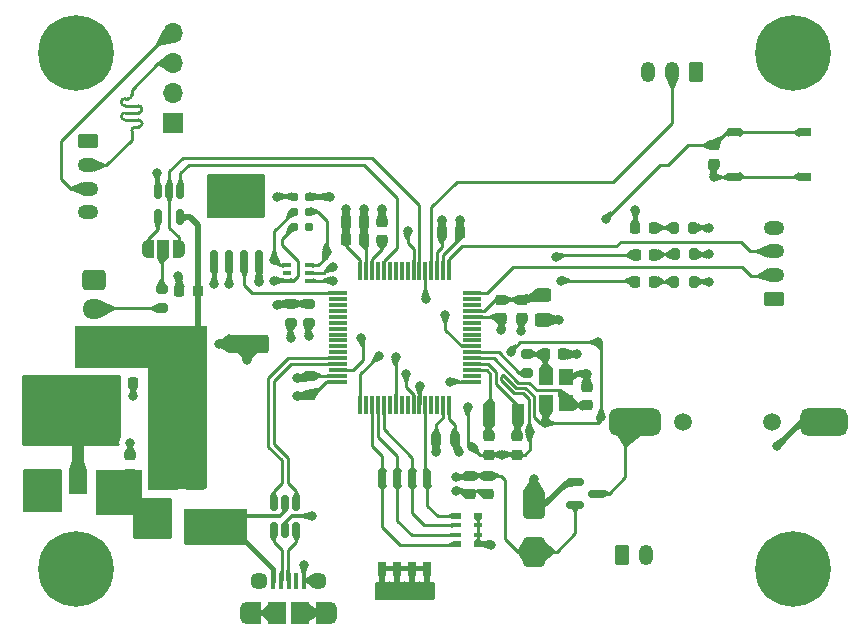
<source format=gbr>
%TF.GenerationSoftware,KiCad,Pcbnew,7.0.5-0*%
%TF.CreationDate,2023-06-05T20:29:51-04:00*%
%TF.ProjectId,7-segment-display-controller,372d7365-676d-4656-9e74-2d646973706c,B*%
%TF.SameCoordinates,Original*%
%TF.FileFunction,Copper,L1,Top*%
%TF.FilePolarity,Positive*%
%FSLAX46Y46*%
G04 Gerber Fmt 4.6, Leading zero omitted, Abs format (unit mm)*
G04 Created by KiCad (PCBNEW 7.0.5-0) date 2023-06-05 20:29:51*
%MOMM*%
%LPD*%
G01*
G04 APERTURE LIST*
G04 Aperture macros list*
%AMRoundRect*
0 Rectangle with rounded corners*
0 $1 Rounding radius*
0 $2 $3 $4 $5 $6 $7 $8 $9 X,Y pos of 4 corners*
0 Add a 4 corners polygon primitive as box body*
4,1,4,$2,$3,$4,$5,$6,$7,$8,$9,$2,$3,0*
0 Add four circle primitives for the rounded corners*
1,1,$1+$1,$2,$3*
1,1,$1+$1,$4,$5*
1,1,$1+$1,$6,$7*
1,1,$1+$1,$8,$9*
0 Add four rect primitives between the rounded corners*
20,1,$1+$1,$2,$3,$4,$5,0*
20,1,$1+$1,$4,$5,$6,$7,0*
20,1,$1+$1,$6,$7,$8,$9,0*
20,1,$1+$1,$8,$9,$2,$3,0*%
%AMFreePoly0*
4,1,19,0.550000,-0.750000,0.000000,-0.750000,0.000000,-0.744911,-0.071157,-0.744911,-0.207708,-0.704816,-0.327430,-0.627875,-0.420627,-0.520320,-0.479746,-0.390866,-0.500000,-0.250000,-0.500000,0.250000,-0.479746,0.390866,-0.420627,0.520320,-0.327430,0.627875,-0.207708,0.704816,-0.071157,0.744911,0.000000,0.744911,0.000000,0.750000,0.550000,0.750000,0.550000,-0.750000,0.550000,-0.750000,
$1*%
%AMFreePoly1*
4,1,19,0.000000,0.744911,0.071157,0.744911,0.207708,0.704816,0.327430,0.627875,0.420627,0.520320,0.479746,0.390866,0.500000,0.250000,0.500000,-0.250000,0.479746,-0.390866,0.420627,-0.520320,0.327430,-0.627875,0.207708,-0.704816,0.071157,-0.744911,0.000000,-0.744911,0.000000,-0.750000,-0.550000,-0.750000,-0.550000,0.750000,0.000000,0.750000,0.000000,0.744911,0.000000,0.744911,
$1*%
G04 Aperture macros list end*
%TA.AperFunction,SMDPad,CuDef*%
%ADD10RoundRect,0.150000X-0.587500X-0.150000X0.587500X-0.150000X0.587500X0.150000X-0.587500X0.150000X0*%
%TD*%
%TA.AperFunction,SMDPad,CuDef*%
%ADD11RoundRect,0.200000X0.275000X-0.200000X0.275000X0.200000X-0.275000X0.200000X-0.275000X-0.200000X0*%
%TD*%
%TA.AperFunction,SMDPad,CuDef*%
%ADD12RoundRect,0.200000X-0.200000X-0.275000X0.200000X-0.275000X0.200000X0.275000X-0.200000X0.275000X0*%
%TD*%
%TA.AperFunction,ComponentPad*%
%ADD13R,1.700000X1.700000*%
%TD*%
%TA.AperFunction,ComponentPad*%
%ADD14O,1.700000X1.700000*%
%TD*%
%TA.AperFunction,SMDPad,CuDef*%
%ADD15RoundRect,0.225000X-0.250000X0.225000X-0.250000X-0.225000X0.250000X-0.225000X0.250000X0.225000X0*%
%TD*%
%TA.AperFunction,SMDPad,CuDef*%
%ADD16R,1.500000X2.000000*%
%TD*%
%TA.AperFunction,SMDPad,CuDef*%
%ADD17R,3.800000X2.000000*%
%TD*%
%TA.AperFunction,SMDPad,CuDef*%
%ADD18R,1.000000X1.800000*%
%TD*%
%TA.AperFunction,SMDPad,CuDef*%
%ADD19RoundRect,0.218750X0.218750X0.256250X-0.218750X0.256250X-0.218750X-0.256250X0.218750X-0.256250X0*%
%TD*%
%TA.AperFunction,SMDPad,CuDef*%
%ADD20RoundRect,0.225000X-0.225000X-0.250000X0.225000X-0.250000X0.225000X0.250000X-0.225000X0.250000X0*%
%TD*%
%TA.AperFunction,ComponentPad*%
%ADD21C,0.800000*%
%TD*%
%TA.AperFunction,ComponentPad*%
%ADD22C,6.400000*%
%TD*%
%TA.AperFunction,SMDPad,CuDef*%
%ADD23R,0.400000X1.350000*%
%TD*%
%TA.AperFunction,ComponentPad*%
%ADD24O,1.200000X1.900000*%
%TD*%
%TA.AperFunction,SMDPad,CuDef*%
%ADD25R,1.200000X1.900000*%
%TD*%
%TA.AperFunction,ComponentPad*%
%ADD26C,1.450000*%
%TD*%
%TA.AperFunction,SMDPad,CuDef*%
%ADD27R,1.500000X1.900000*%
%TD*%
%TA.AperFunction,ComponentPad*%
%ADD28RoundRect,0.250000X0.350000X0.625000X-0.350000X0.625000X-0.350000X-0.625000X0.350000X-0.625000X0*%
%TD*%
%TA.AperFunction,ComponentPad*%
%ADD29O,1.200000X1.750000*%
%TD*%
%TA.AperFunction,SMDPad,CuDef*%
%ADD30RoundRect,0.225000X0.250000X-0.225000X0.250000X0.225000X-0.250000X0.225000X-0.250000X-0.225000X0*%
%TD*%
%TA.AperFunction,SMDPad,CuDef*%
%ADD31FreePoly0,180.000000*%
%TD*%
%TA.AperFunction,SMDPad,CuDef*%
%ADD32R,1.000000X1.500000*%
%TD*%
%TA.AperFunction,SMDPad,CuDef*%
%ADD33FreePoly1,180.000000*%
%TD*%
%TA.AperFunction,SMDPad,CuDef*%
%ADD34RoundRect,0.150000X0.150000X-0.512500X0.150000X0.512500X-0.150000X0.512500X-0.150000X-0.512500X0*%
%TD*%
%TA.AperFunction,SMDPad,CuDef*%
%ADD35RoundRect,0.150000X-0.150000X0.512500X-0.150000X-0.512500X0.150000X-0.512500X0.150000X0.512500X0*%
%TD*%
%TA.AperFunction,SMDPad,CuDef*%
%ADD36C,0.787000*%
%TD*%
%TA.AperFunction,SMDPad,CuDef*%
%ADD37RoundRect,0.250000X0.650000X-1.000000X0.650000X1.000000X-0.650000X1.000000X-0.650000X-1.000000X0*%
%TD*%
%TA.AperFunction,SMDPad,CuDef*%
%ADD38RoundRect,0.075000X0.700000X0.075000X-0.700000X0.075000X-0.700000X-0.075000X0.700000X-0.075000X0*%
%TD*%
%TA.AperFunction,SMDPad,CuDef*%
%ADD39RoundRect,0.075000X0.075000X0.700000X-0.075000X0.700000X-0.075000X-0.700000X0.075000X-0.700000X0*%
%TD*%
%TA.AperFunction,ComponentPad*%
%ADD40RoundRect,0.250000X-0.725000X0.600000X-0.725000X-0.600000X0.725000X-0.600000X0.725000X0.600000X0*%
%TD*%
%TA.AperFunction,ComponentPad*%
%ADD41O,1.950000X1.700000*%
%TD*%
%TA.AperFunction,SMDPad,CuDef*%
%ADD42R,1.000000X0.750000*%
%TD*%
%TA.AperFunction,ComponentPad*%
%ADD43C,1.500000*%
%TD*%
%TA.AperFunction,SMDPad,CuDef*%
%ADD44RoundRect,0.575000X-1.625000X-0.575000X1.625000X-0.575000X1.625000X0.575000X-1.625000X0.575000X0*%
%TD*%
%TA.AperFunction,SMDPad,CuDef*%
%ADD45RoundRect,0.575000X-1.425000X-0.575000X1.425000X-0.575000X1.425000X0.575000X-1.425000X0.575000X0*%
%TD*%
%TA.AperFunction,SMDPad,CuDef*%
%ADD46RoundRect,0.250000X-1.500000X-0.550000X1.500000X-0.550000X1.500000X0.550000X-1.500000X0.550000X0*%
%TD*%
%TA.AperFunction,SMDPad,CuDef*%
%ADD47R,1.200000X1.400000*%
%TD*%
%TA.AperFunction,SMDPad,CuDef*%
%ADD48RoundRect,0.150000X-0.150000X0.825000X-0.150000X-0.825000X0.150000X-0.825000X0.150000X0.825000X0*%
%TD*%
%TA.AperFunction,ComponentPad*%
%ADD49RoundRect,0.250000X0.625000X-0.350000X0.625000X0.350000X-0.625000X0.350000X-0.625000X-0.350000X0*%
%TD*%
%TA.AperFunction,ComponentPad*%
%ADD50O,1.750000X1.200000*%
%TD*%
%TA.AperFunction,SMDPad,CuDef*%
%ADD51R,0.800000X0.500000*%
%TD*%
%TA.AperFunction,SMDPad,CuDef*%
%ADD52R,0.800000X0.400000*%
%TD*%
%TA.AperFunction,SMDPad,CuDef*%
%ADD53RoundRect,0.250000X-0.450000X0.325000X-0.450000X-0.325000X0.450000X-0.325000X0.450000X0.325000X0*%
%TD*%
%TA.AperFunction,ComponentPad*%
%ADD54RoundRect,0.250000X-0.350000X-0.625000X0.350000X-0.625000X0.350000X0.625000X-0.350000X0.625000X0*%
%TD*%
%TA.AperFunction,SMDPad,CuDef*%
%ADD55RoundRect,0.225000X0.225000X0.250000X-0.225000X0.250000X-0.225000X-0.250000X0.225000X-0.250000X0*%
%TD*%
%TA.AperFunction,SMDPad,CuDef*%
%ADD56R,0.650000X0.400000*%
%TD*%
%TA.AperFunction,SMDPad,CuDef*%
%ADD57R,0.760000X1.270000*%
%TD*%
%TA.AperFunction,SMDPad,CuDef*%
%ADD58RoundRect,0.250000X0.625000X-0.375000X0.625000X0.375000X-0.625000X0.375000X-0.625000X-0.375000X0*%
%TD*%
%TA.AperFunction,ComponentPad*%
%ADD59RoundRect,0.250000X-0.625000X0.350000X-0.625000X-0.350000X0.625000X-0.350000X0.625000X0.350000X0*%
%TD*%
%TA.AperFunction,ViaPad*%
%ADD60C,0.800000*%
%TD*%
%TA.AperFunction,Conductor*%
%ADD61C,0.250000*%
%TD*%
%TA.AperFunction,Conductor*%
%ADD62C,0.500000*%
%TD*%
%TA.AperFunction,Conductor*%
%ADD63C,0.350000*%
%TD*%
%TA.AperFunction,Conductor*%
%ADD64C,1.000000*%
%TD*%
%TA.AperFunction,Conductor*%
%ADD65C,2.000000*%
%TD*%
%TA.AperFunction,Conductor*%
%ADD66C,0.400000*%
%TD*%
%TA.AperFunction,Conductor*%
%ADD67C,0.267200*%
%TD*%
G04 APERTURE END LIST*
D10*
%TO.P,Q101,1,G*%
%TO.N,+3V3*%
X47449500Y-41468000D03*
%TO.P,Q101,2,S*%
%TO.N,/VBAT*%
X47449500Y-43368000D03*
%TO.P,Q101,3,D*%
%TO.N,/BAT+*%
X49324500Y-42418000D03*
%TD*%
D11*
%TO.P,R110,1*%
%TO.N,/SCL*%
X24892000Y-28003000D03*
%TO.P,R110,2*%
%TO.N,+3V3*%
X24892000Y-26353000D03*
%TD*%
D12*
%TO.P,R102,1*%
%TO.N,Net-(D102-K)*%
X55819200Y-19920800D03*
%TO.P,R102,2*%
%TO.N,GND*%
X57469200Y-19920800D03*
%TD*%
D13*
%TO.P,OLED101,1,GND*%
%TO.N,GND*%
X13388000Y-11079000D03*
D14*
%TO.P,OLED101,2,VCC*%
%TO.N,+3V3*%
X13388000Y-8539000D03*
%TO.P,OLED101,3,SCL*%
%TO.N,/SCL*%
X13388000Y-5999000D03*
%TO.P,OLED101,4,SDA*%
%TO.N,/SDA*%
X13388000Y-3459000D03*
%TD*%
D15*
%TO.P,C107,1*%
%TO.N,+3.3VA*%
X42926000Y-25996600D03*
%TO.P,C107,2*%
%TO.N,GND*%
X42926000Y-27546600D03*
%TD*%
D16*
%TO.P,U201,1,GND*%
%TO.N,GND*%
X3045700Y-41402400D03*
%TO.P,U201,2,VO*%
%TO.N,+3V3*%
X5345700Y-41402400D03*
D17*
X5345700Y-35102400D03*
D16*
%TO.P,U201,3,VI*%
%TO.N,/LDO_3V3/5V*%
X7645700Y-41402400D03*
%TD*%
D12*
%TO.P,R101,1*%
%TO.N,Net-(D101-K)*%
X55880000Y-22156000D03*
%TO.P,R101,2*%
%TO.N,GND*%
X57530000Y-22156000D03*
%TD*%
D18*
%TO.P,Y103,1,1*%
%TO.N,/LSE_OUT*%
X42652000Y-35687000D03*
%TO.P,Y103,2,2*%
%TO.N,/LSE_IN*%
X40152000Y-35687000D03*
%TD*%
D19*
%TO.P,D101,1,K*%
%TO.N,Net-(D101-K)*%
X54165100Y-22181400D03*
%TO.P,D101,2,A*%
%TO.N,/LED_HB*%
X52590100Y-22181400D03*
%TD*%
D20*
%TO.P,C109,1*%
%TO.N,Net-(C109-Pad1)*%
X44894200Y-30632400D03*
%TO.P,C109,2*%
%TO.N,GND*%
X46444200Y-30632400D03*
%TD*%
D21*
%TO.P,H104,1,1*%
%TO.N,GND*%
X2807000Y-48768000D03*
X3509944Y-47070944D03*
X3509944Y-50465056D03*
X5207000Y-46368000D03*
D22*
X5207000Y-48768000D03*
D21*
X5207000Y-51168000D03*
X6904056Y-47070944D03*
X6904056Y-50465056D03*
X7607000Y-48768000D03*
%TD*%
D15*
%TO.P,C116,1*%
%TO.N,/VBAT*%
X38557200Y-40931800D03*
%TO.P,C116,2*%
%TO.N,GND*%
X38557200Y-42481800D03*
%TD*%
D23*
%TO.P,J102,1,VBUS*%
%TO.N,VBUS*%
X21890200Y-49794700D03*
%TO.P,J102,2,D-*%
%TO.N,/USB_D_N*%
X22540200Y-49794700D03*
%TO.P,J102,3,D+*%
%TO.N,/USB_D_P*%
X23190200Y-49794700D03*
%TO.P,J102,4,ID*%
%TO.N,unconnected-(J102-ID-Pad4)*%
X23840200Y-49794700D03*
%TO.P,J102,5,GND*%
%TO.N,GND*%
X24490200Y-49794700D03*
D24*
%TO.P,J102,6,Shield*%
X19690200Y-52494700D03*
D25*
X20290200Y-52494700D03*
D26*
X20690200Y-49794700D03*
D27*
X22190200Y-52494700D03*
X24190200Y-52494700D03*
D26*
X25690200Y-49794700D03*
D25*
X26090200Y-52494700D03*
D24*
X26690200Y-52494700D03*
%TD*%
D28*
%TO.P,J106,1,Pin_1*%
%TO.N,+3V3*%
X57658000Y-6731000D03*
D29*
%TO.P,J106,2,Pin_2*%
%TO.N,/IR_RECV*%
X55658000Y-6731000D03*
%TO.P,J106,3,Pin_3*%
%TO.N,GND*%
X53658000Y-6731000D03*
%TD*%
D15*
%TO.P,C201,1*%
%TO.N,GND*%
X9779000Y-39179200D03*
%TO.P,C201,2*%
%TO.N,/LDO_3V3/5V*%
X9779000Y-40729200D03*
%TD*%
D30*
%TO.P,C104,1*%
%TO.N,+3V3*%
X25019000Y-34049000D03*
%TO.P,C104,2*%
%TO.N,GND*%
X25019000Y-32499000D03*
%TD*%
D31*
%TO.P,SW107,1,A*%
%TO.N,/RGB_LED*%
X13873000Y-21717000D03*
D32*
%TO.P,SW107,2,B*%
%TO.N,Net-(SW107-B)*%
X12573000Y-21717000D03*
D33*
%TO.P,SW107,3,C*%
%TO.N,Net-(SW107-C)*%
X11273000Y-21717000D03*
%TD*%
D30*
%TO.P,C112,1*%
%TO.N,GND*%
X40132000Y-39129000D03*
%TO.P,C112,2*%
%TO.N,/LSE_IN*%
X40132000Y-37579000D03*
%TD*%
D15*
%TO.P,C106,1*%
%TO.N,+3.3VA*%
X41198800Y-25996600D03*
%TO.P,C106,2*%
%TO.N,GND*%
X41198800Y-27546600D03*
%TD*%
D20*
%TO.P,C111,1*%
%TO.N,+3V3*%
X36156600Y-20370800D03*
%TO.P,C111,2*%
%TO.N,GND*%
X37706600Y-20370800D03*
%TD*%
D34*
%TO.P,U102,1,I/O1*%
%TO.N,/USB_D_N*%
X21935400Y-45485900D03*
%TO.P,U102,2,GND*%
%TO.N,GND*%
X22885400Y-45485900D03*
%TO.P,U102,3,I/O2*%
%TO.N,/USB_D_P*%
X23835400Y-45485900D03*
%TO.P,U102,4,I/O2*%
%TO.N,/D_P*%
X23835400Y-43210900D03*
%TO.P,U102,5,VBUS*%
%TO.N,VBUS*%
X22885400Y-43210900D03*
%TO.P,U102,6,I/O1*%
%TO.N,/D_N*%
X21935400Y-43210900D03*
%TD*%
D35*
%TO.P,U103,1*%
%TO.N,/~{OE}*%
X14031000Y-16769500D03*
%TO.P,U103,2*%
%TO.N,/RGB_LED*%
X13081000Y-16769500D03*
%TO.P,U103,3,GND*%
%TO.N,GND*%
X12131000Y-16769500D03*
%TO.P,U103,4*%
%TO.N,Net-(SW107-C)*%
X12131000Y-19044500D03*
%TO.P,U103,5,VCC*%
%TO.N,+5V*%
X14031000Y-19044500D03*
%TD*%
D36*
%TO.P,J101,1,Pin_1*%
%TO.N,unconnected-(J101-Pin_1-Pad1)*%
X24892000Y-19812000D03*
%TO.P,J101,2,Pin_2*%
%TO.N,/SWDIO*%
X23622000Y-19812000D03*
%TO.P,J101,3,Pin_3*%
%TO.N,/NRST*%
X24892000Y-18542000D03*
%TO.P,J101,4,Pin_4*%
%TO.N,/SWCLK*%
X23622000Y-18542000D03*
%TO.P,J101,5,Pin_5*%
%TO.N,GND*%
X24892000Y-17272000D03*
%TO.P,J101,6,Pin_6*%
%TO.N,/SWO*%
X23622000Y-17272000D03*
%TD*%
D37*
%TO.P,D106,1,K*%
%TO.N,/VBAT*%
X43942000Y-47339000D03*
%TO.P,D106,2,A*%
%TO.N,+3V3*%
X43942000Y-43339000D03*
%TD*%
D38*
%TO.P,U101,1,VBAT*%
%TO.N,/VBAT*%
X38695000Y-32960000D03*
%TO.P,U101,2,PC13*%
%TO.N,unconnected-(U101-PC13-Pad2)*%
X38695000Y-32460000D03*
%TO.P,U101,3,PC14*%
%TO.N,/LSE_IN*%
X38695000Y-31960000D03*
%TO.P,U101,4,PC15*%
%TO.N,/LSE_OUT*%
X38695000Y-31460000D03*
%TO.P,U101,5,PH0*%
%TO.N,/HSE_IN*%
X38695000Y-30960000D03*
%TO.P,U101,6,PH1*%
%TO.N,/HSE_OUT*%
X38695000Y-30460000D03*
%TO.P,U101,7,NRST*%
%TO.N,/NRST*%
X38695000Y-29960000D03*
%TO.P,U101,8,PC0*%
%TO.N,unconnected-(U101-PC0-Pad8)*%
X38695000Y-29460000D03*
%TO.P,U101,9,PC1*%
%TO.N,unconnected-(U101-PC1-Pad9)*%
X38695000Y-28960000D03*
%TO.P,U101,10,PC2*%
%TO.N,unconnected-(U101-PC2-Pad10)*%
X38695000Y-28460000D03*
%TO.P,U101,11,PC3*%
%TO.N,unconnected-(U101-PC3-Pad11)*%
X38695000Y-27960000D03*
%TO.P,U101,12,VSSA*%
%TO.N,GND*%
X38695000Y-27460000D03*
%TO.P,U101,13,VREF+*%
%TO.N,+3.3VA*%
X38695000Y-26960000D03*
%TO.P,U101,14,PA0*%
%TO.N,unconnected-(U101-PA0-Pad14)*%
X38695000Y-26460000D03*
%TO.P,U101,15,PA1*%
%TO.N,unconnected-(U101-PA1-Pad15)*%
X38695000Y-25960000D03*
%TO.P,U101,16,PA2*%
%TO.N,/UART_TX*%
X38695000Y-25460000D03*
D39*
%TO.P,U101,17,PA3*%
%TO.N,/UART_RX*%
X36770000Y-23535000D03*
%TO.P,U101,18,VSS*%
%TO.N,GND*%
X36270000Y-23535000D03*
%TO.P,U101,19,VDD*%
%TO.N,+3V3*%
X35770000Y-23535000D03*
%TO.P,U101,20,PA4*%
%TO.N,/IR_RECV*%
X35270000Y-23535000D03*
%TO.P,U101,21,PA5*%
%TO.N,/LED_UI*%
X34770000Y-23535000D03*
%TO.P,U101,22,PA6*%
%TO.N,/RGB_LED*%
X34270000Y-23535000D03*
%TO.P,U101,23,PA7*%
%TO.N,/LED_HB*%
X33770000Y-23535000D03*
%TO.P,U101,24,PC4*%
%TO.N,unconnected-(U101-PC4-Pad24)*%
X33270000Y-23535000D03*
%TO.P,U101,25,PC5*%
%TO.N,unconnected-(U101-PC5-Pad25)*%
X32770000Y-23535000D03*
%TO.P,U101,26,PB0*%
%TO.N,unconnected-(U101-PB0-Pad26)*%
X32270000Y-23535000D03*
%TO.P,U101,27,PB1*%
%TO.N,unconnected-(U101-PB1-Pad27)*%
X31770000Y-23535000D03*
%TO.P,U101,28,PB2*%
%TO.N,/~{OE}*%
X31270000Y-23535000D03*
%TO.P,U101,29,PB10*%
%TO.N,unconnected-(U101-PB10-Pad29)*%
X30770000Y-23535000D03*
%TO.P,U101,30,VCAP1*%
%TO.N,Net-(U101-VCAP1)*%
X30270000Y-23535000D03*
%TO.P,U101,31,VSS*%
%TO.N,GND*%
X29770000Y-23535000D03*
%TO.P,U101,32,VDD*%
%TO.N,+3V3*%
X29270000Y-23535000D03*
D38*
%TO.P,U101,33,PB12*%
%TO.N,/~{EEPROM}*%
X27345000Y-25460000D03*
%TO.P,U101,34,PB13*%
%TO.N,unconnected-(U101-PB13-Pad34)*%
X27345000Y-25960000D03*
%TO.P,U101,35,PB14*%
%TO.N,unconnected-(U101-PB14-Pad35)*%
X27345000Y-26460000D03*
%TO.P,U101,36,PB15*%
%TO.N,unconnected-(U101-PB15-Pad36)*%
X27345000Y-26960000D03*
%TO.P,U101,37,PC6*%
%TO.N,unconnected-(U101-PC6-Pad37)*%
X27345000Y-27460000D03*
%TO.P,U101,38,PC7*%
%TO.N,unconnected-(U101-PC7-Pad38)*%
X27345000Y-27960000D03*
%TO.P,U101,39,PC8*%
%TO.N,unconnected-(U101-PC8-Pad39)*%
X27345000Y-28460000D03*
%TO.P,U101,40,PC9*%
%TO.N,unconnected-(U101-PC9-Pad40)*%
X27345000Y-28960000D03*
%TO.P,U101,41,PA8*%
%TO.N,unconnected-(U101-PA8-Pad41)*%
X27345000Y-29460000D03*
%TO.P,U101,42,PA9*%
%TO.N,unconnected-(U101-PA9-Pad42)*%
X27345000Y-29960000D03*
%TO.P,U101,43,PA10*%
%TO.N,unconnected-(U101-PA10-Pad43)*%
X27345000Y-30460000D03*
%TO.P,U101,44,PA11*%
%TO.N,/D_N*%
X27345000Y-30960000D03*
%TO.P,U101,45,PA12*%
%TO.N,/D_P*%
X27345000Y-31460000D03*
%TO.P,U101,46,PA13*%
%TO.N,/SWDIO*%
X27345000Y-31960000D03*
%TO.P,U101,47,VSS*%
%TO.N,GND*%
X27345000Y-32460000D03*
%TO.P,U101,48,VDD*%
%TO.N,+3V3*%
X27345000Y-32960000D03*
D39*
%TO.P,U101,49,PA14*%
%TO.N,/SWCLK*%
X29270000Y-34885000D03*
%TO.P,U101,50,PA15*%
%TO.N,unconnected-(U101-PA15-Pad50)*%
X29770000Y-34885000D03*
%TO.P,U101,51,PC10*%
%TO.N,/DIP3*%
X30270000Y-34885000D03*
%TO.P,U101,52,PC11*%
%TO.N,/DIP2*%
X30770000Y-34885000D03*
%TO.P,U101,53,PC12*%
%TO.N,/DIP1*%
X31270000Y-34885000D03*
%TO.P,U101,54,PD2*%
%TO.N,unconnected-(U101-PD2-Pad54)*%
X31770000Y-34885000D03*
%TO.P,U101,55,PB3*%
%TO.N,/SWO*%
X32270000Y-34885000D03*
%TO.P,U101,56,PB4*%
%TO.N,unconnected-(U101-PB4-Pad56)*%
X32770000Y-34885000D03*
%TO.P,U101,57,PB5*%
%TO.N,unconnected-(U101-PB5-Pad57)*%
X33270000Y-34885000D03*
%TO.P,U101,58,PB6*%
%TO.N,/SCL*%
X33770000Y-34885000D03*
%TO.P,U101,59,PB7*%
%TO.N,/SDA*%
X34270000Y-34885000D03*
%TO.P,U101,60,BOOT0*%
%TO.N,/BOOT0*%
X34770000Y-34885000D03*
%TO.P,U101,61,PB8*%
%TO.N,unconnected-(U101-PB8-Pad61)*%
X35270000Y-34885000D03*
%TO.P,U101,62,PB9*%
%TO.N,unconnected-(U101-PB9-Pad62)*%
X35770000Y-34885000D03*
%TO.P,U101,63,VSS*%
%TO.N,GND*%
X36270000Y-34885000D03*
%TO.P,U101,64,VDD*%
%TO.N,+3V3*%
X36770000Y-34885000D03*
%TD*%
D11*
%TO.P,R103,1*%
%TO.N,/HSE_OUT*%
X43383200Y-32219400D03*
%TO.P,R103,2*%
%TO.N,Net-(C109-Pad1)*%
X43383200Y-30569400D03*
%TD*%
D40*
%TO.P,J104,1,Pin_1*%
%TO.N,GND*%
X6731000Y-24297000D03*
D41*
%TO.P,J104,2,Pin_2*%
%TO.N,Net-(J104-Pin_2)*%
X6731000Y-26797000D03*
%TO.P,J104,3,Pin_3*%
%TO.N,+5V*%
X6731000Y-29297000D03*
%TD*%
D19*
%TO.P,D102,1,K*%
%TO.N,Net-(D102-K)*%
X54129700Y-19920800D03*
%TO.P,D102,2,A*%
%TO.N,+3V3*%
X52554700Y-19920800D03*
%TD*%
D42*
%TO.P,SW106,1,1*%
%TO.N,/NRST*%
X60881000Y-11841000D03*
X66881000Y-11841000D03*
%TO.P,SW106,2,2*%
%TO.N,GND*%
X60881000Y-15591000D03*
X66881000Y-15591000D03*
%TD*%
D43*
%TO.P,BT101,*%
%TO.N,*%
X56602800Y-36322000D03*
X64102800Y-36322000D03*
D44*
%TO.P,BT101,1,+*%
%TO.N,/BAT+*%
X52502800Y-36322000D03*
D45*
%TO.P,BT101,2,-*%
%TO.N,GND*%
X68502800Y-36322000D03*
%TD*%
D46*
%TO.P,C115,1*%
%TO.N,+5V*%
X14318000Y-29718000D03*
%TO.P,C115,2*%
%TO.N,GND*%
X19718000Y-29718000D03*
%TD*%
D11*
%TO.P,R104,1*%
%TO.N,Net-(J104-Pin_2)*%
X12446000Y-26733000D03*
%TO.P,R104,2*%
%TO.N,Net-(SW107-B)*%
X12446000Y-25083000D03*
%TD*%
D21*
%TO.P,H103,1,1*%
%TO.N,GND*%
X2807000Y-5080000D03*
X3509944Y-3382944D03*
X3509944Y-6777056D03*
X5207000Y-2680000D03*
D22*
X5207000Y-5080000D03*
D21*
X5207000Y-7480000D03*
X6904056Y-3382944D03*
X6904056Y-6777056D03*
X7607000Y-5080000D03*
%TD*%
D47*
%TO.P,Y101,1,1*%
%TO.N,/HSE_IN*%
X46671600Y-34755000D03*
%TO.P,Y101,2,2*%
%TO.N,GND*%
X46671600Y-32555000D03*
%TO.P,Y101,3,3*%
%TO.N,Net-(C109-Pad1)*%
X44971600Y-32555000D03*
%TO.P,Y101,4,4*%
%TO.N,GND*%
X44971600Y-34755000D03*
%TD*%
D30*
%TO.P,C117,1*%
%TO.N,Net-(U101-VCAP1)*%
X31115000Y-20968000D03*
%TO.P,C117,2*%
%TO.N,GND*%
X31115000Y-19418000D03*
%TD*%
D48*
%TO.P,U104,1,E0*%
%TO.N,GND*%
X20701000Y-17845000D03*
%TO.P,U104,2,E1*%
X19431000Y-17845000D03*
%TO.P,U104,3,E2*%
X18161000Y-17845000D03*
%TO.P,U104,4,VSS*%
X16891000Y-17845000D03*
%TO.P,U104,5,SDA*%
%TO.N,/SDA*%
X16891000Y-22795000D03*
%TO.P,U104,6,SCL*%
%TO.N,/SCL*%
X18161000Y-22795000D03*
%TO.P,U104,7,~{WC}*%
%TO.N,/~{EEPROM}*%
X19431000Y-22795000D03*
%TO.P,U104,8,VCC*%
%TO.N,+3V3*%
X20701000Y-22795000D03*
%TD*%
D11*
%TO.P,R109,1*%
%TO.N,/SDA*%
X23368000Y-28003000D03*
%TO.P,R109,2*%
%TO.N,+3V3*%
X23368000Y-26353000D03*
%TD*%
D49*
%TO.P,J103,1,Pin_1*%
%TO.N,VBUS*%
X64262000Y-25908000D03*
D50*
%TO.P,J103,2,Pin_2*%
%TO.N,/UART_TX*%
X64262000Y-23908000D03*
%TO.P,J103,3,Pin_3*%
%TO.N,/UART_RX*%
X64262000Y-21908000D03*
%TO.P,J103,4,Pin_4*%
%TO.N,GND*%
X64262000Y-19908000D03*
%TD*%
D20*
%TO.P,C103,1*%
%TO.N,+3V3*%
X28054000Y-20955000D03*
%TO.P,C103,2*%
%TO.N,GND*%
X29604000Y-20955000D03*
%TD*%
D12*
%TO.P,R105,1*%
%TO.N,Net-(D107-K)*%
X55829600Y-24467400D03*
%TO.P,R105,2*%
%TO.N,GND*%
X57479600Y-24467400D03*
%TD*%
D21*
%TO.P,H101,1,1*%
%TO.N,GND*%
X63513000Y-5080000D03*
X64215944Y-3382944D03*
X64215944Y-6777056D03*
X65913000Y-2680000D03*
D22*
X65913000Y-5080000D03*
D21*
X65913000Y-7480000D03*
X67610056Y-3382944D03*
X67610056Y-6777056D03*
X68313000Y-5080000D03*
%TD*%
%TO.P,H102,1,1*%
%TO.N,GND*%
X63513000Y-48768000D03*
X64215944Y-47070944D03*
X64215944Y-50465056D03*
X65913000Y-46368000D03*
D22*
X65913000Y-48768000D03*
D21*
X65913000Y-51168000D03*
X67610056Y-47070944D03*
X67610056Y-50465056D03*
X68313000Y-48768000D03*
%TD*%
D51*
%TO.P,RN101,1,R1.1*%
%TO.N,GND*%
X39254000Y-46716800D03*
D52*
%TO.P,RN101,2,R2.1*%
X39254000Y-45916800D03*
%TO.P,RN101,3,R3.1*%
X39254000Y-45116800D03*
D51*
%TO.P,RN101,4,R4.1*%
X39254000Y-44316800D03*
%TO.P,RN101,5,R4.2*%
%TO.N,/BOOT0*%
X37454000Y-44316800D03*
D52*
%TO.P,RN101,6,R3.2*%
%TO.N,/DIP1*%
X37454000Y-45116800D03*
%TO.P,RN101,7,R2.2*%
%TO.N,/DIP2*%
X37454000Y-45916800D03*
D51*
%TO.P,RN101,8,R1.2*%
%TO.N,/DIP3*%
X37454000Y-46716800D03*
%TD*%
D37*
%TO.P,D103,1,K*%
%TO.N,/LDO_3V3/5V*%
X12319000Y-44545000D03*
%TO.P,D103,2,A*%
%TO.N,+5V*%
X12319000Y-40545000D03*
%TD*%
D53*
%TO.P,FB101,1*%
%TO.N,+3.3VA*%
X44704000Y-25645000D03*
%TO.P,FB101,2*%
%TO.N,+3V3*%
X44704000Y-27695000D03*
%TD*%
D54*
%TO.P,J107,1,Pin_1*%
%TO.N,GND*%
X51455000Y-47608000D03*
D29*
%TO.P,J107,2,Pin_2*%
%TO.N,VBUS*%
X53455000Y-47608000D03*
%TD*%
D55*
%TO.P,C118,1*%
%TO.N,+5V*%
X15507000Y-25273000D03*
%TO.P,C118,2*%
%TO.N,GND*%
X13957000Y-25273000D03*
%TD*%
D56*
%TO.P,D104,1,K*%
%TO.N,/SWO*%
X24953000Y-24399000D03*
%TO.P,D104,2,A*%
%TO.N,GND*%
X24953000Y-23749000D03*
%TO.P,D104,3,K*%
%TO.N,/NRST*%
X24953000Y-23099000D03*
%TO.P,D104,4,K*%
%TO.N,/SWCLK*%
X23053000Y-23099000D03*
%TO.P,D104,5,K*%
%TO.N,unconnected-(D104-K-Pad5)*%
X23053000Y-23749000D03*
%TO.P,D104,6,K*%
%TO.N,/SWDIO*%
X23053000Y-24399000D03*
%TD*%
D19*
%TO.P,D107,1,K*%
%TO.N,Net-(D107-K)*%
X54140100Y-24467400D03*
%TO.P,D107,2,A*%
%TO.N,/LED_UI*%
X52565100Y-24467400D03*
%TD*%
D55*
%TO.P,C105,1*%
%TO.N,+3V3*%
X37249400Y-37795200D03*
%TO.P,C105,2*%
%TO.N,GND*%
X35699400Y-37795200D03*
%TD*%
D15*
%TO.P,C114,1*%
%TO.N,/NRST*%
X59182000Y-12941000D03*
%TO.P,C114,2*%
%TO.N,GND*%
X59182000Y-14491000D03*
%TD*%
D57*
%TO.P,SW101,1*%
%TO.N,+3V3*%
X31115000Y-48768000D03*
%TO.P,SW101,2*%
X32385000Y-48768000D03*
%TO.P,SW101,3*%
X33655000Y-48768000D03*
%TO.P,SW101,4*%
X34925000Y-48768000D03*
%TO.P,SW101,5*%
%TO.N,/BOOT0*%
X34925000Y-41148000D03*
%TO.P,SW101,6*%
%TO.N,/DIP1*%
X33655000Y-41148000D03*
%TO.P,SW101,7*%
%TO.N,/DIP2*%
X32385000Y-41148000D03*
%TO.P,SW101,8*%
%TO.N,/DIP3*%
X31115000Y-41148000D03*
%TD*%
D55*
%TO.P,C202,1*%
%TO.N,GND*%
X10046000Y-33020000D03*
%TO.P,C202,2*%
%TO.N,+3V3*%
X8496000Y-33020000D03*
%TD*%
D30*
%TO.P,C113,1*%
%TO.N,GND*%
X42545000Y-39129000D03*
%TO.P,C113,2*%
%TO.N,/LSE_OUT*%
X42545000Y-37579000D03*
%TD*%
D15*
%TO.P,C101,1*%
%TO.N,/VBAT*%
X40081200Y-40931800D03*
%TO.P,C101,2*%
%TO.N,GND*%
X40081200Y-42481800D03*
%TD*%
D58*
%TO.P,F101,1*%
%TO.N,VBUS*%
X15240000Y-44326000D03*
%TO.P,F101,2*%
%TO.N,+5V*%
X15240000Y-41526000D03*
%TD*%
D59*
%TO.P,J105,1,Pin_1*%
%TO.N,+3V3*%
X6207000Y-12605000D03*
D50*
%TO.P,J105,2,Pin_2*%
%TO.N,/SCL*%
X6207000Y-14605000D03*
%TO.P,J105,3,Pin_3*%
%TO.N,/SDA*%
X6207000Y-16605000D03*
%TO.P,J105,4,Pin_4*%
%TO.N,GND*%
X6207000Y-18605000D03*
%TD*%
D20*
%TO.P,C102,1*%
%TO.N,+3V3*%
X28054000Y-19431000D03*
%TO.P,C102,2*%
%TO.N,GND*%
X29604000Y-19431000D03*
%TD*%
D30*
%TO.P,C108,1*%
%TO.N,/HSE_IN*%
X48425600Y-34963400D03*
%TO.P,C108,2*%
%TO.N,GND*%
X48425600Y-33413400D03*
%TD*%
D60*
%TO.N,GND*%
X49657000Y-35941000D03*
X19685000Y-31115000D03*
X13843000Y-24003000D03*
X58801000Y-24511000D03*
X41275000Y-39116000D03*
X24511000Y-48499900D03*
X38735000Y-38481000D03*
X10033000Y-34163000D03*
X42875200Y-28651200D03*
X35687000Y-38862000D03*
X38354000Y-35052000D03*
X29591000Y-18288000D03*
X40335200Y-46736000D03*
X23876000Y-32639000D03*
X17526000Y-16002000D03*
X37732000Y-19253200D03*
X43611800Y-37236400D03*
X47599600Y-30632400D03*
X31115000Y-18288000D03*
X26919701Y-23245299D03*
X41198800Y-28600400D03*
X41986200Y-30403800D03*
X59182000Y-15621000D03*
X26670000Y-17272000D03*
X64516000Y-38404800D03*
X37338000Y-42164000D03*
X9779000Y-38100000D03*
X49403000Y-29591000D03*
X58801000Y-19964400D03*
X44932600Y-36449000D03*
X2971800Y-43129200D03*
X17272000Y-29718000D03*
X20066000Y-16002000D03*
X1701800Y-43129200D03*
X58808200Y-22156000D03*
X25146000Y-44323000D03*
X12065000Y-15240000D03*
X48425600Y-32258000D03*
%TO.N,+3V3*%
X43942000Y-41148000D03*
X6477000Y-33020000D03*
X23876000Y-34163000D03*
X46126400Y-27686000D03*
X52552600Y-18389600D03*
X28067000Y-18288000D03*
X20701000Y-24511000D03*
X37592000Y-38862000D03*
X22225000Y-26416000D03*
X2413000Y-33020000D03*
X4445000Y-33020000D03*
X36182000Y-19253200D03*
X32893000Y-50292000D03*
%TO.N,/NRST*%
X50038000Y-19177000D03*
X26416000Y-21971000D03*
X36449000Y-27305000D03*
%TO.N,/LED_HB*%
X33274000Y-20193000D03*
X45847000Y-22352000D03*
%TO.N,/SWO*%
X26924000Y-24384000D03*
X22225000Y-17272000D03*
X32258000Y-30861000D03*
%TO.N,/SWCLK*%
X30861000Y-30734000D03*
X21971000Y-22606000D03*
%TO.N,/SWDIO*%
X21971000Y-24384000D03*
X29337000Y-29210000D03*
%TO.N,VBUS*%
X17783000Y-44326000D03*
X18415000Y-45974000D03*
X15367000Y-45974000D03*
X16891000Y-45974000D03*
%TO.N,/VBAT*%
X36897000Y-32960000D03*
X37338000Y-41021000D03*
%TO.N,/LED_UI*%
X34798000Y-25908000D03*
X46228000Y-24384000D03*
%TO.N,/SCL*%
X33147000Y-32258000D03*
X24892000Y-29083000D03*
X18161000Y-24638000D03*
%TO.N,/SDA*%
X34290000Y-33274000D03*
X23368000Y-29210000D03*
X16891000Y-24638000D03*
%TD*%
D61*
%TO.N,/BAT+*%
X51690000Y-41020000D02*
X50292000Y-42418000D01*
X50292000Y-42418000D02*
X49324500Y-42418000D01*
X52502800Y-36322000D02*
X51690000Y-37134800D01*
X51690000Y-37134800D02*
X51690000Y-41020000D01*
%TO.N,GND*%
X10046000Y-33020000D02*
X10046000Y-34150000D01*
D62*
X37732000Y-19253200D02*
X37732000Y-20345400D01*
D61*
X43611800Y-38684200D02*
X43611800Y-37236400D01*
X43249000Y-33470000D02*
X42434804Y-33470000D01*
X12131000Y-15306000D02*
X12065000Y-15240000D01*
D62*
X44971600Y-36410000D02*
X44971600Y-34755000D01*
D61*
X59182000Y-15621000D02*
X60851000Y-15621000D01*
X58757400Y-24467400D02*
X58801000Y-24511000D01*
X43180000Y-39116000D02*
X43611800Y-38684200D01*
D62*
X29591000Y-18288000D02*
X29604000Y-18301000D01*
X24892000Y-17272000D02*
X26670000Y-17272000D01*
X19685000Y-29751000D02*
X19718000Y-29718000D01*
D61*
X12131000Y-16769500D02*
X12131000Y-15306000D01*
X49657000Y-29845000D02*
X49657000Y-35941000D01*
X39776400Y-42177000D02*
X40081200Y-42481800D01*
X44932600Y-36449000D02*
X44450000Y-36449000D01*
X49657000Y-36195000D02*
X49403000Y-36449000D01*
X38557200Y-42481800D02*
X38252400Y-42177000D01*
X42799000Y-29591000D02*
X41986200Y-30403800D01*
D62*
X13843000Y-24003000D02*
X13957000Y-24117000D01*
X13957000Y-24117000D02*
X13957000Y-25273000D01*
D61*
X37338000Y-42164000D02*
X37439000Y-42164000D01*
X37452000Y-42177000D02*
X39776400Y-42177000D01*
X24490200Y-49794700D02*
X24490200Y-48520700D01*
D63*
X23469600Y-44323000D02*
X22885400Y-44907200D01*
D61*
X35699400Y-36563600D02*
X36270000Y-35993000D01*
X37439000Y-42164000D02*
X37452000Y-42177000D01*
X42875200Y-28651200D02*
X42875200Y-27597400D01*
X43053000Y-33909000D02*
X42291000Y-33909000D01*
D62*
X66649600Y-36322000D02*
X68502800Y-36322000D01*
X37732000Y-20345400D02*
X37706600Y-20370800D01*
D61*
X38252400Y-42177000D02*
X37452000Y-42177000D01*
X43561000Y-34417000D02*
X43053000Y-33909000D01*
X10046000Y-34150000D02*
X10033000Y-34163000D01*
D62*
X29604000Y-20955000D02*
X29604000Y-19431000D01*
D61*
X26152695Y-23749000D02*
X24953000Y-23749000D01*
X29770000Y-23535000D02*
X29770000Y-21121000D01*
X43561000Y-37185600D02*
X43561000Y-34417000D01*
D62*
X48425600Y-32258000D02*
X47599600Y-32258000D01*
X40335200Y-46736000D02*
X40316000Y-46716800D01*
X47599600Y-30632400D02*
X46444200Y-30632400D01*
X44932600Y-36449000D02*
X44971600Y-36410000D01*
D61*
X49657000Y-35941000D02*
X49657000Y-36195000D01*
X57479600Y-24467400D02*
X58757400Y-24467400D01*
X42875200Y-27597400D02*
X42926000Y-27546600D01*
X39370000Y-39116000D02*
X41275000Y-39116000D01*
X26656396Y-23245299D02*
X26152695Y-23749000D01*
X59182000Y-14491000D02*
X59182000Y-15621000D01*
X36270000Y-35993000D02*
X36270000Y-34885000D01*
X49403000Y-29591000D02*
X49657000Y-29845000D01*
D62*
X29604000Y-18301000D02*
X29604000Y-19431000D01*
X23876000Y-32639000D02*
X24879000Y-32639000D01*
X64516000Y-38404800D02*
X64566800Y-38404800D01*
D61*
X43942000Y-35941000D02*
X43942000Y-34163000D01*
X44450000Y-36449000D02*
X43942000Y-35941000D01*
X60851000Y-15621000D02*
X60881000Y-15591000D01*
X58757400Y-19920800D02*
X57469200Y-19920800D01*
X36270000Y-23535000D02*
X36270000Y-22251600D01*
X37706600Y-20815000D02*
X37706600Y-20370800D01*
D63*
X25146000Y-44323000D02*
X23469600Y-44323000D01*
D62*
X40316000Y-46716800D02*
X39254000Y-46716800D01*
D61*
X42291000Y-33909000D02*
X41275000Y-32893000D01*
D62*
X24190200Y-52494700D02*
X26750600Y-52494700D01*
X47599600Y-32258000D02*
X47302600Y-32555000D01*
X64566800Y-38404800D02*
X66649600Y-36322000D01*
X19685000Y-31115000D02*
X19685000Y-29751000D01*
D61*
X24490200Y-48520700D02*
X24511000Y-48499900D01*
X58801000Y-19964400D02*
X58757400Y-19920800D01*
X41112200Y-27460000D02*
X41198800Y-27546600D01*
X29770000Y-21121000D02*
X29604000Y-20955000D01*
X25058000Y-32460000D02*
X25019000Y-32499000D01*
D62*
X31115000Y-19418000D02*
X31115000Y-18288000D01*
D61*
X58808200Y-22156000D02*
X57530000Y-22156000D01*
X36270000Y-22251600D02*
X37706600Y-20815000D01*
X26919701Y-23245299D02*
X26656396Y-23245299D01*
X38695000Y-27460000D02*
X41112200Y-27460000D01*
X35699400Y-38849600D02*
X35687000Y-38862000D01*
X38735000Y-38481000D02*
X38354000Y-38100000D01*
D63*
X22885400Y-44907200D02*
X22885400Y-45485900D01*
D61*
X38354000Y-38100000D02*
X38354000Y-35052000D01*
X41217000Y-32835000D02*
X41275000Y-32893000D01*
D62*
X48425600Y-32258000D02*
X48425600Y-33413400D01*
D61*
X43942000Y-34163000D02*
X43249000Y-33470000D01*
D62*
X19718000Y-29718000D02*
X17272000Y-29718000D01*
X24879000Y-32639000D02*
X25019000Y-32499000D01*
D61*
X60881000Y-15591000D02*
X66881000Y-15591000D01*
X49403000Y-36449000D02*
X44932600Y-36449000D01*
X41375902Y-32411098D02*
X41217000Y-32570000D01*
D62*
X35699400Y-37795200D02*
X35699400Y-38849600D01*
X47302600Y-32555000D02*
X46671600Y-32555000D01*
D61*
X35699400Y-37795200D02*
X35699400Y-36563600D01*
X41275000Y-39116000D02*
X43180000Y-39116000D01*
X41217000Y-32570000D02*
X41217000Y-32835000D01*
X9779000Y-39179200D02*
X9779000Y-38100000D01*
D62*
X20950600Y-52494700D02*
X22190200Y-52494700D01*
D61*
X27345000Y-32460000D02*
X25058000Y-32460000D01*
X39254000Y-44316800D02*
X39254000Y-46716800D01*
X38735000Y-38481000D02*
X39370000Y-39116000D01*
X42434804Y-33470000D02*
X41375902Y-32411098D01*
X24490200Y-49794700D02*
X25690200Y-49794700D01*
X41198800Y-27546600D02*
X41198800Y-28600400D01*
X49403000Y-29591000D02*
X42799000Y-29591000D01*
X43611800Y-37236400D02*
X43561000Y-37185600D01*
%TO.N,+3V3*%
X29270000Y-22666000D02*
X28054000Y-21450000D01*
D62*
X37338000Y-37883800D02*
X37249400Y-37795200D01*
D61*
X28054000Y-21450000D02*
X28054000Y-20955000D01*
X29270000Y-23535000D02*
X29270000Y-22666000D01*
X25295000Y-34049000D02*
X25019000Y-34049000D01*
X37249400Y-37795200D02*
X37249400Y-36614400D01*
D62*
X22225000Y-26416000D02*
X22288000Y-26353000D01*
X28054000Y-18301000D02*
X28054000Y-19431000D01*
X47388500Y-41529000D02*
X46736000Y-41529000D01*
X28054000Y-19431000D02*
X28054000Y-20955000D01*
X37338000Y-38608000D02*
X37338000Y-37883800D01*
D61*
X36770000Y-36135000D02*
X36770000Y-34885000D01*
X52552600Y-19918700D02*
X52554700Y-19920800D01*
X25133000Y-33909000D02*
X25273000Y-34049000D01*
X52552600Y-18389600D02*
X52552600Y-19918700D01*
D62*
X46736000Y-41529000D02*
X44926000Y-43339000D01*
X36182000Y-20345400D02*
X36156600Y-20370800D01*
X24905000Y-34163000D02*
X25019000Y-34049000D01*
X28067000Y-18288000D02*
X28054000Y-18301000D01*
X20701000Y-24511000D02*
X20701000Y-22795000D01*
X22288000Y-26353000D02*
X23368000Y-26353000D01*
D61*
X25019000Y-33909000D02*
X25133000Y-33909000D01*
D62*
X47449500Y-41468000D02*
X47388500Y-41529000D01*
X23876000Y-34163000D02*
X24905000Y-34163000D01*
D61*
X36156600Y-21552200D02*
X36156600Y-20370800D01*
D64*
X5384800Y-35077400D02*
X5384800Y-41377400D01*
D61*
X27345000Y-32960000D02*
X26384000Y-32960000D01*
X35770000Y-21938800D02*
X36156600Y-21552200D01*
X35770000Y-23535000D02*
X35770000Y-21938800D01*
X37249400Y-36614400D02*
X36770000Y-36135000D01*
D62*
X44926000Y-43339000D02*
X43942000Y-43339000D01*
X36182000Y-19253200D02*
X36182000Y-20345400D01*
D61*
X26384000Y-32960000D02*
X25295000Y-34049000D01*
D62*
X46117400Y-27695000D02*
X46126400Y-27686000D01*
X44704000Y-27695000D02*
X46117400Y-27695000D01*
X43942000Y-41148000D02*
X43942000Y-43339000D01*
X23368000Y-26353000D02*
X24892000Y-26353000D01*
X37592000Y-38862000D02*
X37338000Y-38608000D01*
%TO.N,+3.3VA*%
X44704000Y-25873600D02*
X43049000Y-25873600D01*
D61*
X40703800Y-25996600D02*
X41198800Y-25996600D01*
X38695000Y-26960000D02*
X39740400Y-26960000D01*
X42926000Y-25996600D02*
X41198800Y-25996600D01*
D62*
X43049000Y-25873600D02*
X42926000Y-25996600D01*
D61*
X39740400Y-26960000D02*
X40703800Y-25996600D01*
%TO.N,/HSE_IN*%
X46671600Y-34755000D02*
X46841600Y-34925000D01*
X48387200Y-34925000D02*
X48425600Y-34963400D01*
X46671600Y-34225600D02*
X46126400Y-33680400D01*
X46671600Y-34755000D02*
X46671600Y-34225600D01*
X46841600Y-34925000D02*
X48387200Y-34925000D01*
X44222796Y-33680400D02*
X43562396Y-33020000D01*
X43562396Y-33020000D02*
X42621200Y-33020000D01*
X40561200Y-30960000D02*
X38695000Y-30960000D01*
X42621200Y-33020000D02*
X40561200Y-30960000D01*
X46126400Y-33680400D02*
X44222796Y-33680400D01*
%TO.N,Net-(C109-Pad1)*%
X44894200Y-30632400D02*
X43446200Y-30632400D01*
X44971600Y-32555000D02*
X44971600Y-30709800D01*
X44971600Y-30709800D02*
X44894200Y-30632400D01*
X43446200Y-30632400D02*
X43383200Y-30569400D01*
%TO.N,/NRST*%
X54610000Y-14605000D02*
X55311895Y-14605000D01*
X50038000Y-19177000D02*
X54610000Y-14605000D01*
X66881000Y-11841000D02*
X60881000Y-11841000D01*
X55311895Y-14605000D02*
X56975895Y-12941000D01*
X26416000Y-21971000D02*
X26416000Y-19304000D01*
X37854315Y-29960000D02*
X38695000Y-29960000D01*
X25654000Y-18542000D02*
X24892000Y-18542000D01*
X36449000Y-28554685D02*
X37854315Y-29960000D01*
X60881000Y-11841000D02*
X60282000Y-11841000D01*
X25669000Y-23099000D02*
X24953000Y-23099000D01*
X26416000Y-21971000D02*
X26416000Y-22352000D01*
X60282000Y-11841000D02*
X59182000Y-12941000D01*
X26416000Y-19304000D02*
X25654000Y-18542000D01*
X36449000Y-27305000D02*
X36449000Y-28554685D01*
X56975895Y-12941000D02*
X59182000Y-12941000D01*
X26416000Y-22352000D02*
X25669000Y-23099000D01*
D62*
%TO.N,+5V*%
X15494000Y-19685000D02*
X14853500Y-19044500D01*
X15494000Y-28542000D02*
X15494000Y-19685000D01*
X14853500Y-19044500D02*
X14031000Y-19044500D01*
D65*
X14318000Y-29718000D02*
X13937000Y-29337000D01*
D62*
X14318000Y-29718000D02*
X15494000Y-28542000D01*
D65*
X13937000Y-29337000D02*
X6771000Y-29337000D01*
X6771000Y-29337000D02*
X6731000Y-29297000D01*
D61*
%TO.N,Net-(D101-K)*%
X54190500Y-22156000D02*
X54165100Y-22181400D01*
X55880000Y-22156000D02*
X54190500Y-22156000D01*
%TO.N,/LED_HB*%
X33274000Y-21209000D02*
X33770000Y-21705000D01*
X52546500Y-22225000D02*
X52590100Y-22181400D01*
X45847000Y-22352000D02*
X45974000Y-22225000D01*
X33770000Y-21705000D02*
X33770000Y-23535000D01*
X33274000Y-20193000D02*
X33274000Y-21209000D01*
X45974000Y-22225000D02*
X52546500Y-22225000D01*
%TO.N,Net-(D102-K)*%
X54129700Y-19920800D02*
X55819200Y-19920800D01*
%TO.N,/SWO*%
X26909000Y-24399000D02*
X24953000Y-24399000D01*
X23622000Y-17272000D02*
X22225000Y-17272000D01*
X32258000Y-30861000D02*
X32258000Y-34873000D01*
X32258000Y-34873000D02*
X32270000Y-34885000D01*
X26924000Y-24384000D02*
X26909000Y-24399000D01*
%TO.N,/SWCLK*%
X29270000Y-32325000D02*
X29270000Y-34885000D01*
X21971000Y-20193000D02*
X21971000Y-22606000D01*
X22464000Y-23099000D02*
X23053000Y-23099000D01*
X23622000Y-18542000D02*
X21971000Y-20193000D01*
X21971000Y-22606000D02*
X22464000Y-23099000D01*
X30861000Y-30734000D02*
X29270000Y-32325000D01*
%TO.N,/SWDIO*%
X23607000Y-24399000D02*
X23053000Y-24399000D01*
X29337000Y-29210000D02*
X29464000Y-29337000D01*
X22606000Y-20828000D02*
X22606000Y-21350000D01*
X29464000Y-29337000D02*
X29464000Y-31115000D01*
X23622000Y-19812000D02*
X22606000Y-20828000D01*
X21986000Y-24399000D02*
X21971000Y-24384000D01*
X22606000Y-21350000D02*
X24003000Y-22747000D01*
X23053000Y-24399000D02*
X21986000Y-24399000D01*
X24003000Y-22747000D02*
X24003000Y-24003000D01*
X29464000Y-31115000D02*
X28619000Y-31960000D01*
X24003000Y-24003000D02*
X23607000Y-24399000D01*
X28619000Y-31960000D02*
X27345000Y-31960000D01*
D63*
%TO.N,VBUS*%
X17786000Y-44323000D02*
X22453600Y-44323000D01*
X22885400Y-43891200D02*
X22885400Y-43210900D01*
D66*
X17783000Y-44707000D02*
X21890200Y-48814200D01*
D63*
X22453600Y-44323000D02*
X22885400Y-43891200D01*
D62*
X17783000Y-44326000D02*
X15240000Y-44326000D01*
D66*
X17783000Y-44326000D02*
X17783000Y-44707000D01*
X21890200Y-48814200D02*
X21890200Y-49794700D01*
D63*
X17783000Y-44326000D02*
X17786000Y-44323000D01*
D67*
%TO.N,/D_P*%
X21952200Y-38256576D02*
X21952200Y-32863424D01*
X26182499Y-31460000D02*
X27345000Y-31460000D01*
X26167699Y-31445200D02*
X26182499Y-31460000D01*
X23835400Y-42217149D02*
X23120600Y-41502349D01*
X23835400Y-43210900D02*
X23835400Y-42217149D01*
X23370424Y-31445200D02*
X26167699Y-31445200D01*
X21952200Y-32863424D02*
X23370424Y-31445200D01*
X23120600Y-41502349D02*
X23120600Y-39424976D01*
X23120600Y-39424976D02*
X21952200Y-38256576D01*
%TO.N,/D_N*%
X21481800Y-38451424D02*
X21481800Y-32668576D01*
X21481800Y-32668576D02*
X23175576Y-30974800D01*
X23175576Y-30974800D02*
X26167699Y-30974800D01*
X21935400Y-42217149D02*
X22650200Y-41502349D01*
X21935400Y-43210900D02*
X21935400Y-42217149D01*
X26167699Y-30974800D02*
X26182499Y-30960000D01*
X22650200Y-41502349D02*
X22650200Y-39619824D01*
X26182499Y-30960000D02*
X27345000Y-30960000D01*
X22650200Y-39619824D02*
X21481800Y-38451424D01*
D61*
%TO.N,/UART_TX*%
X39970400Y-25460000D02*
X42164000Y-23266400D01*
X64141600Y-24028400D02*
X64262000Y-23908000D01*
X62382400Y-24028400D02*
X64141600Y-24028400D01*
X42164000Y-23266400D02*
X61620400Y-23266400D01*
X61620400Y-23266400D02*
X62382400Y-24028400D01*
X38695000Y-25460000D02*
X39970400Y-25460000D01*
%TO.N,/UART_RX*%
X36770000Y-22564400D02*
X37871400Y-21463000D01*
X50927000Y-21463000D02*
X51308000Y-21082000D01*
X37871400Y-21463000D02*
X50927000Y-21463000D01*
X62294000Y-21908000D02*
X64262000Y-21908000D01*
X51308000Y-21082000D02*
X61468000Y-21082000D01*
X36770000Y-23535000D02*
X36770000Y-22564400D01*
X61468000Y-21082000D02*
X62294000Y-21908000D01*
%TO.N,Net-(J104-Pin_2)*%
X12446000Y-26733000D02*
X6795000Y-26733000D01*
X6795000Y-26733000D02*
X6731000Y-26797000D01*
%TO.N,/HSE_OUT*%
X43383200Y-32219400D02*
X42735000Y-32219400D01*
X40975600Y-30460000D02*
X38695000Y-30460000D01*
X42735000Y-32219400D02*
X40975600Y-30460000D01*
%TO.N,/RGB_LED*%
X13873000Y-20731000D02*
X13873000Y-21717000D01*
X34270000Y-18014000D02*
X30226000Y-13970000D01*
X13081000Y-16769500D02*
X13081000Y-19939000D01*
X13081000Y-15113000D02*
X13081000Y-16769500D01*
X14224000Y-13970000D02*
X13081000Y-15113000D01*
X13081000Y-19939000D02*
X13873000Y-20731000D01*
X30226000Y-13970000D02*
X14224000Y-13970000D01*
X34270000Y-23535000D02*
X34270000Y-18014000D01*
%TO.N,/DIP3*%
X30270000Y-38398000D02*
X30270000Y-34885000D01*
X31115000Y-39243000D02*
X30270000Y-38398000D01*
X31115000Y-45212000D02*
X31115000Y-41148000D01*
X37454000Y-46716800D02*
X37434800Y-46736000D01*
X37434800Y-46736000D02*
X32639000Y-46736000D01*
X31115000Y-41148000D02*
X31115000Y-39243000D01*
X32639000Y-46736000D02*
X31115000Y-45212000D01*
%TO.N,/DIP2*%
X32385000Y-41148000D02*
X32385000Y-39243000D01*
X37454000Y-45916800D02*
X37447600Y-45923200D01*
X32385000Y-44704000D02*
X32385000Y-41148000D01*
X30770000Y-37628000D02*
X30770000Y-34885000D01*
X33604200Y-45923200D02*
X32385000Y-44704000D01*
X32385000Y-39243000D02*
X30770000Y-37628000D01*
X37447600Y-45923200D02*
X33604200Y-45923200D01*
%TO.N,/DIP1*%
X31270000Y-36985000D02*
X31270000Y-34885000D01*
X37454000Y-45116800D02*
X37447600Y-45110400D01*
X33655000Y-44069000D02*
X33655000Y-41148000D01*
X37447600Y-45110400D02*
X34696400Y-45110400D01*
X34696400Y-45110400D02*
X33655000Y-44069000D01*
X33655000Y-41148000D02*
X33655000Y-39370000D01*
X33655000Y-39370000D02*
X31270000Y-36985000D01*
%TO.N,/BOOT0*%
X34925000Y-43434000D02*
X34925000Y-41148000D01*
X37454000Y-44316800D02*
X35807800Y-44316800D01*
X35807800Y-44316800D02*
X34925000Y-43434000D01*
X34770000Y-40993000D02*
X34770000Y-34885000D01*
X34925000Y-41148000D02*
X34770000Y-40993000D01*
%TO.N,/LSE_IN*%
X39959604Y-31960000D02*
X38695000Y-31960000D01*
X40152000Y-35687000D02*
X40259000Y-35580000D01*
X40259000Y-35580000D02*
X40259000Y-32259396D01*
X40132000Y-35707000D02*
X40152000Y-35687000D01*
X40132000Y-37579000D02*
X40132000Y-35707000D01*
X40259000Y-32259396D02*
X39959604Y-31960000D01*
%TO.N,/~{EEPROM}*%
X20126000Y-25460000D02*
X19431000Y-24765000D01*
X19431000Y-24765000D02*
X19431000Y-22795000D01*
X27345000Y-25460000D02*
X20126000Y-25460000D01*
D62*
%TO.N,/LDO_3V3/5V*%
X12319000Y-44545000D02*
X12319000Y-44323000D01*
D61*
%TO.N,/VBAT*%
X36897000Y-32960000D02*
X38695000Y-32960000D01*
X42640000Y-47339000D02*
X41529000Y-46228000D01*
X43942000Y-47339000D02*
X42640000Y-47339000D01*
X38468000Y-41021000D02*
X38557200Y-40931800D01*
X41529000Y-41275000D02*
X41185800Y-40931800D01*
X40081200Y-40931800D02*
X38557200Y-40931800D01*
X41529000Y-46228000D02*
X41529000Y-41275000D01*
X41185800Y-40931800D02*
X40081200Y-40931800D01*
X45879000Y-47339000D02*
X43942000Y-47339000D01*
X37338000Y-41021000D02*
X38468000Y-41021000D01*
X47449500Y-45768500D02*
X45879000Y-47339000D01*
X47449500Y-43368000D02*
X47449500Y-45768500D01*
%TO.N,Net-(D107-K)*%
X54140100Y-24467400D02*
X55829600Y-24467400D01*
%TO.N,/LED_UI*%
X46228000Y-24384000D02*
X52481700Y-24384000D01*
X52481700Y-24384000D02*
X52565100Y-24467400D01*
X34798000Y-25908000D02*
X34770000Y-25880000D01*
X34770000Y-25880000D02*
X34770000Y-23535000D01*
D67*
%TO.N,/USB_D_N*%
X21935400Y-45485900D02*
X21935400Y-46479651D01*
X21935400Y-46479651D02*
X22650200Y-47194451D01*
X22650200Y-47194451D02*
X22650200Y-49684700D01*
X22650200Y-49684700D02*
X22540200Y-49794700D01*
%TO.N,/USB_D_P*%
X23120600Y-47194451D02*
X23120600Y-49725100D01*
X23835400Y-45485900D02*
X23835400Y-46479651D01*
X23120600Y-49725100D02*
X23190200Y-49794700D01*
X23835400Y-46479651D02*
X23120600Y-47194451D01*
D61*
%TO.N,/~{OE}*%
X31877000Y-22098000D02*
X32385000Y-21590000D01*
X31270000Y-22694315D02*
X31866315Y-22098000D01*
X31270000Y-23535000D02*
X31270000Y-22694315D01*
X14031000Y-15306000D02*
X14031000Y-16769500D01*
X32385000Y-21590000D02*
X32385000Y-17399000D01*
X29591000Y-14605000D02*
X14732000Y-14605000D01*
X14732000Y-14605000D02*
X14031000Y-15306000D01*
X32385000Y-17399000D02*
X29591000Y-14605000D01*
X31866315Y-22098000D02*
X31877000Y-22098000D01*
%TO.N,/SCL*%
X12162000Y-5999000D02*
X13388000Y-5999000D01*
X10206000Y-10784000D02*
X9324929Y-10784000D01*
X9906000Y-8684000D02*
X9906000Y-8255000D01*
X9324941Y-8984000D02*
X9606000Y-8984000D01*
X33147000Y-33421315D02*
X33147000Y-32258000D01*
X9906000Y-8255000D02*
X12162000Y-5999000D01*
X33770000Y-34885000D02*
X33770000Y-34044315D01*
X9906000Y-9584000D02*
X9324941Y-9584000D01*
X24892000Y-29083000D02*
X24892000Y-28003000D01*
X7747000Y-14605000D02*
X9906000Y-12446000D01*
X9906000Y-12446000D02*
X9906000Y-11684000D01*
X10487071Y-10784000D02*
X10206000Y-10784000D01*
X10487059Y-9584000D02*
X9906000Y-9584000D01*
X10206000Y-11384000D02*
X10487071Y-11384000D01*
X6207000Y-14605000D02*
X7747000Y-14605000D01*
X33770000Y-34044315D02*
X33147000Y-33421315D01*
X9906000Y-10184000D02*
X10487059Y-10184000D01*
X18161000Y-22795000D02*
X18161000Y-24638000D01*
X9324929Y-10184000D02*
X9906000Y-10184000D01*
X9024900Y-9284000D02*
G75*
G03*
X9324941Y-9584000I300000J0D01*
G01*
X9324941Y-8984041D02*
G75*
G03*
X9024941Y-9284000I-41J-299959D01*
G01*
X9606000Y-8984000D02*
G75*
G03*
X9906000Y-8684000I0J300000D01*
G01*
X10487059Y-10183959D02*
G75*
G03*
X10787059Y-9884000I41J299959D01*
G01*
X10787100Y-11084000D02*
G75*
G03*
X10487071Y-10784000I-300000J0D01*
G01*
X10206000Y-11384000D02*
G75*
G03*
X9906000Y-11684000I0J-300000D01*
G01*
X9024900Y-10484000D02*
G75*
G03*
X9324929Y-10784000I300000J0D01*
G01*
X10487071Y-11383971D02*
G75*
G03*
X10787071Y-11084000I29J299971D01*
G01*
X9324929Y-10184029D02*
G75*
G03*
X9024929Y-10484000I-29J-299971D01*
G01*
X10787100Y-9884000D02*
G75*
G03*
X10487059Y-9584000I-300000J0D01*
G01*
%TO.N,/SDA*%
X16891000Y-24638000D02*
X16891000Y-22795000D01*
X34290000Y-33274000D02*
X34290000Y-34865000D01*
X4794000Y-16605000D02*
X3937000Y-15748000D01*
X3937000Y-15748000D02*
X3937000Y-12573000D01*
X34290000Y-34865000D02*
X34270000Y-34885000D01*
X6207000Y-16605000D02*
X4794000Y-16605000D01*
X3937000Y-12573000D02*
X13051000Y-3459000D01*
X23368000Y-29210000D02*
X23368000Y-28003000D01*
X13051000Y-3459000D02*
X13388000Y-3459000D01*
%TO.N,Net-(SW107-B)*%
X12446000Y-21844000D02*
X12446000Y-25083000D01*
X12573000Y-21717000D02*
X12446000Y-21844000D01*
%TO.N,Net-(SW107-C)*%
X11303000Y-21687000D02*
X11273000Y-21717000D01*
X12131000Y-20000000D02*
X11303000Y-20828000D01*
X12131000Y-19044500D02*
X12131000Y-20000000D01*
X11303000Y-20828000D02*
X11303000Y-21687000D01*
%TO.N,/IR_RECV*%
X35270000Y-18197000D02*
X35270000Y-23535000D01*
X50673000Y-16002000D02*
X37465000Y-16002000D01*
X37465000Y-16002000D02*
X35270000Y-18197000D01*
X55658000Y-11017000D02*
X50673000Y-16002000D01*
X55658000Y-6731000D02*
X55658000Y-11017000D01*
%TO.N,/LSE_OUT*%
X42545000Y-37579000D02*
X42545000Y-35794000D01*
X40767000Y-32131000D02*
X40767000Y-33147000D01*
X40096000Y-31460000D02*
X40767000Y-32131000D01*
X38695000Y-31460000D02*
X40096000Y-31460000D01*
X42652000Y-35032000D02*
X42652000Y-35687000D01*
X40767000Y-33147000D02*
X42652000Y-35032000D01*
X42545000Y-35794000D02*
X42652000Y-35687000D01*
%TO.N,Net-(U101-VCAP1)*%
X30270000Y-22562000D02*
X30270000Y-23535000D01*
X31115000Y-20968000D02*
X31115000Y-21717000D01*
X31115000Y-21717000D02*
X30270000Y-22562000D01*
%TD*%
%TA.AperFunction,Conductor*%
%TO.N,GND*%
G36*
X24633474Y-32109441D02*
G01*
X24910856Y-32389000D01*
X25013798Y-32492749D01*
X25017193Y-32501036D01*
X25015711Y-32506689D01*
X24772696Y-32942373D01*
X24765673Y-32947929D01*
X24761442Y-32948328D01*
X24104664Y-32889947D01*
X24096727Y-32885801D01*
X24094000Y-32878293D01*
X24094000Y-32396004D01*
X24097427Y-32387731D01*
X24100168Y-32385694D01*
X24619647Y-32107369D01*
X24628555Y-32106483D01*
X24633474Y-32109441D01*
G37*
%TD.AperFunction*%
%TD*%
%TA.AperFunction,Conductor*%
%TO.N,GND*%
G36*
X36392801Y-22613427D02*
G01*
X36396156Y-22620408D01*
X36416473Y-22803263D01*
X36416474Y-22805844D01*
X36416174Y-22808548D01*
X36415987Y-22810240D01*
X36415979Y-22810309D01*
X36415511Y-22815928D01*
X36415156Y-22822279D01*
X36414999Y-22827936D01*
X36414999Y-22841509D01*
X36415570Y-22852336D01*
X36415613Y-22852746D01*
X36415417Y-22856408D01*
X36281440Y-23482532D01*
X36276358Y-23489905D01*
X36267551Y-23491525D01*
X36260178Y-23486443D01*
X36258559Y-23482536D01*
X36124579Y-22856401D01*
X36124388Y-22852718D01*
X36124429Y-22852333D01*
X36125000Y-22841515D01*
X36125000Y-22827960D01*
X36125000Y-22827941D01*
X36124999Y-22827887D01*
X36124842Y-22822271D01*
X36124841Y-22822250D01*
X36124841Y-22822242D01*
X36124488Y-22815919D01*
X36124019Y-22810288D01*
X36123525Y-22805842D01*
X36123525Y-22803275D01*
X36143844Y-22620408D01*
X36148163Y-22612564D01*
X36155472Y-22610000D01*
X36384528Y-22610000D01*
X36392801Y-22613427D01*
G37*
%TD.AperFunction*%
%TD*%
%TA.AperFunction,Conductor*%
%TO.N,GND*%
G36*
X39832463Y-42035189D02*
G01*
X39834665Y-42038013D01*
X40077117Y-42472688D01*
X40078154Y-42481582D01*
X40073727Y-42487888D01*
X39640201Y-42799436D01*
X39631483Y-42801481D01*
X39624732Y-42797823D01*
X39175132Y-42305350D01*
X39172073Y-42297462D01*
X39172073Y-42063347D01*
X39175500Y-42055074D01*
X39183413Y-42051652D01*
X39824091Y-42032017D01*
X39832463Y-42035189D01*
G37*
%TD.AperFunction*%
%TD*%
%TA.AperFunction,Conductor*%
%TO.N,/SDA*%
G36*
X23375747Y-28008844D02*
G01*
X23760628Y-28348880D01*
X23764559Y-28356926D01*
X23762850Y-28363773D01*
X23496425Y-28797425D01*
X23489174Y-28802680D01*
X23486456Y-28803000D01*
X23249544Y-28803000D01*
X23241271Y-28799573D01*
X23239575Y-28797425D01*
X22973149Y-28363773D01*
X22971738Y-28354930D01*
X22975369Y-28348881D01*
X23360253Y-28008843D01*
X23368722Y-28005934D01*
X23375747Y-28008844D01*
G37*
%TD.AperFunction*%
%TD*%
%TA.AperFunction,Conductor*%
%TO.N,GND*%
G36*
X24991729Y-43957386D02*
G01*
X24996988Y-43963189D01*
X25145123Y-44318498D01*
X25145144Y-44327452D01*
X25145123Y-44327502D01*
X24996988Y-44682810D01*
X24990641Y-44689128D01*
X24982820Y-44689512D01*
X24354331Y-44500505D01*
X24347395Y-44494841D01*
X24346000Y-44489301D01*
X24346000Y-44156698D01*
X24349427Y-44148425D01*
X24354328Y-44145495D01*
X24982821Y-43956487D01*
X24991729Y-43957386D01*
G37*
%TD.AperFunction*%
%TD*%
%TA.AperFunction,Conductor*%
%TO.N,GND*%
G36*
X26648538Y-32310757D02*
G01*
X27292533Y-32448559D01*
X27299905Y-32453640D01*
X27301525Y-32462447D01*
X27296443Y-32469820D01*
X27292532Y-32471440D01*
X26648542Y-32609241D01*
X26646094Y-32609500D01*
X26640828Y-32609500D01*
X26640182Y-32609464D01*
X26430408Y-32586156D01*
X26422564Y-32581837D01*
X26420000Y-32574528D01*
X26420000Y-32345471D01*
X26423427Y-32337198D01*
X26430406Y-32333843D01*
X26640196Y-32310533D01*
X26640801Y-32310499D01*
X26646107Y-32310499D01*
X26648538Y-32310757D01*
G37*
%TD.AperFunction*%
%TD*%
%TA.AperFunction,Conductor*%
%TO.N,Net-(D102-K)*%
G36*
X54472263Y-19488436D02*
G01*
X54998849Y-19792422D01*
X55004301Y-19799526D01*
X55004700Y-19802555D01*
X55004700Y-20039044D01*
X55001273Y-20047317D01*
X54998849Y-20049177D01*
X54472264Y-20353162D01*
X54463386Y-20354330D01*
X54457122Y-20350138D01*
X54134138Y-19927909D01*
X54131833Y-19919255D01*
X54134138Y-19913691D01*
X54221468Y-19799526D01*
X54457122Y-19491460D01*
X54464870Y-19486972D01*
X54472263Y-19488436D01*
G37*
%TD.AperFunction*%
%TD*%
%TA.AperFunction,Conductor*%
%TO.N,GND*%
G36*
X19933563Y-30318427D02*
G01*
X19936790Y-30324544D01*
X20082408Y-31101179D01*
X20080564Y-31109942D01*
X20073064Y-31114835D01*
X20070937Y-31115035D01*
X19685000Y-31115999D01*
X19299062Y-31115035D01*
X19290797Y-31111587D01*
X19287391Y-31103306D01*
X19287591Y-31101179D01*
X19433210Y-30324544D01*
X19438103Y-30317044D01*
X19444710Y-30315000D01*
X19925290Y-30315000D01*
X19933563Y-30318427D01*
G37*
%TD.AperFunction*%
%TD*%
%TA.AperFunction,Conductor*%
%TO.N,/UART_TX*%
G36*
X39609592Y-25333843D02*
G01*
X39617435Y-25338162D01*
X39619999Y-25345471D01*
X39620000Y-25574528D01*
X39616573Y-25582801D01*
X39609592Y-25586156D01*
X39441778Y-25604802D01*
X39399822Y-25609464D01*
X39399179Y-25609500D01*
X39393901Y-25609500D01*
X39391453Y-25609241D01*
X39267890Y-25582801D01*
X38747466Y-25471440D01*
X38740094Y-25466359D01*
X38738474Y-25457552D01*
X38743556Y-25450179D01*
X38747466Y-25448559D01*
X39393150Y-25310395D01*
X39396882Y-25310209D01*
X39609592Y-25333843D01*
G37*
%TD.AperFunction*%
%TD*%
%TA.AperFunction,Conductor*%
%TO.N,/USB_D_N*%
G36*
X22778139Y-48923127D02*
G01*
X22781566Y-48931400D01*
X22781542Y-48931889D01*
X22781654Y-48963219D01*
X22781647Y-48963527D01*
X22740781Y-49796365D01*
X22736953Y-49804461D01*
X22728522Y-49807478D01*
X22728365Y-49807469D01*
X22549427Y-49796277D01*
X22541384Y-49792341D01*
X22538627Y-49786591D01*
X22424137Y-49123304D01*
X22425059Y-49116381D01*
X22513452Y-48926462D01*
X22520049Y-48920408D01*
X22524059Y-48919700D01*
X22769866Y-48919700D01*
X22778139Y-48923127D01*
G37*
%TD.AperFunction*%
%TD*%
%TA.AperFunction,Conductor*%
%TO.N,/HSE_OUT*%
G36*
X39399812Y-30310534D02*
G01*
X39609593Y-30333843D01*
X39617436Y-30338162D01*
X39620000Y-30345471D01*
X39620000Y-30574528D01*
X39616573Y-30582801D01*
X39609592Y-30586156D01*
X39441778Y-30604802D01*
X39399822Y-30609464D01*
X39399179Y-30609500D01*
X39393901Y-30609500D01*
X39391453Y-30609241D01*
X39267890Y-30582801D01*
X38747466Y-30471440D01*
X38740094Y-30466359D01*
X38738474Y-30457552D01*
X38743556Y-30450179D01*
X38747466Y-30448559D01*
X39391457Y-30310758D01*
X39393906Y-30310499D01*
X39399171Y-30310499D01*
X39399812Y-30310534D01*
G37*
%TD.AperFunction*%
%TD*%
%TA.AperFunction,Conductor*%
%TO.N,/SWO*%
G36*
X22405696Y-16912890D02*
G01*
X23017437Y-17144141D01*
X23023964Y-17150272D01*
X23025000Y-17155085D01*
X23025000Y-17388914D01*
X23021573Y-17397187D01*
X23017437Y-17399858D01*
X22388655Y-17637551D01*
X22379705Y-17637271D01*
X22373719Y-17631109D01*
X22277306Y-17399858D01*
X22225875Y-17276499D01*
X22225855Y-17267550D01*
X22373719Y-16912889D01*
X22380066Y-16906572D01*
X22388654Y-16906448D01*
X22405696Y-16912890D01*
G37*
%TD.AperFunction*%
%TD*%
%TA.AperFunction,Conductor*%
%TO.N,GND*%
G36*
X38713109Y-35200719D02*
G01*
X38719427Y-35207066D01*
X38719551Y-35215655D01*
X38481859Y-35844437D01*
X38475728Y-35850964D01*
X38470915Y-35852000D01*
X38237085Y-35852000D01*
X38228812Y-35848573D01*
X38226141Y-35844437D01*
X37988448Y-35215655D01*
X37988728Y-35206705D01*
X37994889Y-35200719D01*
X38349500Y-35052875D01*
X38358449Y-35052855D01*
X38713109Y-35200719D01*
G37*
%TD.AperFunction*%
%TD*%
%TA.AperFunction,Conductor*%
%TO.N,GND*%
G36*
X29612434Y-20960568D02*
G01*
X30030919Y-21286467D01*
X30035341Y-21294254D01*
X30035105Y-21298438D01*
X29897159Y-21871040D01*
X29891889Y-21878281D01*
X29885784Y-21880000D01*
X29650521Y-21880000D01*
X29642248Y-21876573D01*
X29641490Y-21875738D01*
X29226930Y-21372360D01*
X29224315Y-21363795D01*
X29227412Y-21356934D01*
X29596700Y-20961810D01*
X29604852Y-20958107D01*
X29612434Y-20960568D01*
G37*
%TD.AperFunction*%
%TD*%
%TA.AperFunction,Conductor*%
%TO.N,+3V3*%
G36*
X36431291Y-19449227D02*
G01*
X36434321Y-19454478D01*
X36587470Y-20027206D01*
X36586297Y-20036083D01*
X36583356Y-20039459D01*
X36163789Y-20366201D01*
X36155156Y-20368581D01*
X36149411Y-20366201D01*
X35974076Y-20229658D01*
X35730378Y-20039875D01*
X35725957Y-20032090D01*
X35726537Y-20026749D01*
X35929241Y-19453599D01*
X35935231Y-19446942D01*
X35940272Y-19445800D01*
X36423018Y-19445800D01*
X36431291Y-19449227D01*
G37*
%TD.AperFunction*%
%TD*%
%TA.AperFunction,Conductor*%
%TO.N,GND*%
G36*
X21152039Y-15386685D02*
G01*
X21197794Y-15439489D01*
X21209000Y-15491000D01*
X21209000Y-18926000D01*
X21189315Y-18993039D01*
X21136511Y-19038794D01*
X21085000Y-19050000D01*
X16380000Y-19050000D01*
X16312961Y-19030315D01*
X16267206Y-18977511D01*
X16256000Y-18926000D01*
X16256000Y-15491000D01*
X16275685Y-15423961D01*
X16328489Y-15378206D01*
X16380000Y-15367000D01*
X21085000Y-15367000D01*
X21152039Y-15386685D01*
G37*
%TD.AperFunction*%
%TD*%
%TA.AperFunction,Conductor*%
%TO.N,/VBAT*%
G36*
X39751095Y-40506630D02*
G01*
X40076601Y-40924611D01*
X40078981Y-40933244D01*
X40076601Y-40938989D01*
X39751095Y-41356969D01*
X39743308Y-41361391D01*
X39736443Y-41360149D01*
X39162479Y-41060082D01*
X39156735Y-41053212D01*
X39156200Y-41049713D01*
X39156200Y-40813886D01*
X39159627Y-40805613D01*
X39162477Y-40803518D01*
X39736444Y-40503449D01*
X39745363Y-40502654D01*
X39751095Y-40506630D01*
G37*
%TD.AperFunction*%
%TD*%
%TA.AperFunction,Conductor*%
%TO.N,/IR_RECV*%
G36*
X35392801Y-22613427D02*
G01*
X35396156Y-22620408D01*
X35416473Y-22803263D01*
X35416474Y-22805844D01*
X35415979Y-22810309D01*
X35415511Y-22815928D01*
X35415156Y-22822279D01*
X35414999Y-22827936D01*
X35414999Y-22841509D01*
X35415570Y-22852336D01*
X35415613Y-22852746D01*
X35415417Y-22856408D01*
X35281440Y-23482532D01*
X35276358Y-23489905D01*
X35267551Y-23491525D01*
X35260178Y-23486443D01*
X35258559Y-23482536D01*
X35120758Y-22838542D01*
X35120499Y-22836094D01*
X35120499Y-22830828D01*
X35120535Y-22830182D01*
X35123240Y-22805844D01*
X35143844Y-22620408D01*
X35148163Y-22612564D01*
X35155472Y-22610000D01*
X35384528Y-22610000D01*
X35392801Y-22613427D01*
G37*
%TD.AperFunction*%
%TD*%
%TA.AperFunction,Conductor*%
%TO.N,/SWDIO*%
G36*
X22731596Y-24201311D02*
G01*
X22732872Y-24201989D01*
X23037744Y-24389027D01*
X23043004Y-24396274D01*
X23041599Y-24405118D01*
X23037744Y-24408973D01*
X22732872Y-24596010D01*
X22724028Y-24597415D01*
X22722646Y-24596992D01*
X22535592Y-24526847D01*
X22529049Y-24520734D01*
X22528000Y-24515892D01*
X22528000Y-24282107D01*
X22531427Y-24273834D01*
X22535588Y-24271154D01*
X22722647Y-24201007D01*
X22731596Y-24201311D01*
G37*
%TD.AperFunction*%
%TD*%
%TA.AperFunction,Conductor*%
%TO.N,+5V*%
G36*
X11303000Y-31750000D02*
G01*
X5204000Y-31750000D01*
X5136961Y-31730315D01*
X5091206Y-31677511D01*
X5080000Y-31626000D01*
X5080000Y-28318000D01*
X5099685Y-28250961D01*
X5152489Y-28205206D01*
X5204000Y-28194000D01*
X11303000Y-28194000D01*
X11303000Y-31750000D01*
G37*
%TD.AperFunction*%
%TD*%
%TA.AperFunction,Conductor*%
%TO.N,Net-(D101-K)*%
G36*
X55534119Y-21763371D02*
G01*
X55874155Y-22148253D01*
X55877065Y-22156722D01*
X55874155Y-22163747D01*
X55534119Y-22548628D01*
X55526073Y-22552559D01*
X55519226Y-22550850D01*
X55085575Y-22284425D01*
X55080320Y-22277174D01*
X55080000Y-22274456D01*
X55080000Y-22037543D01*
X55083427Y-22029270D01*
X55085570Y-22027577D01*
X55519226Y-21761148D01*
X55528069Y-21759738D01*
X55534119Y-21763371D01*
G37*
%TD.AperFunction*%
%TD*%
%TA.AperFunction,Conductor*%
%TO.N,/NRST*%
G36*
X26541188Y-21174427D02*
G01*
X26543859Y-21178563D01*
X26781551Y-21807344D01*
X26781271Y-21816294D01*
X26775109Y-21822280D01*
X26420502Y-21970123D01*
X26411548Y-21970144D01*
X26411498Y-21970123D01*
X26056890Y-21822280D01*
X26050572Y-21815933D01*
X26050448Y-21807345D01*
X26288141Y-21178562D01*
X26294272Y-21172036D01*
X26299085Y-21171000D01*
X26532915Y-21171000D01*
X26541188Y-21174427D01*
G37*
%TD.AperFunction*%
%TD*%
%TA.AperFunction,Conductor*%
%TO.N,GND*%
G36*
X39399812Y-27310534D02*
G01*
X39609593Y-27333843D01*
X39617436Y-27338162D01*
X39620000Y-27345471D01*
X39620000Y-27574528D01*
X39616573Y-27582801D01*
X39609592Y-27586156D01*
X39441778Y-27604802D01*
X39399822Y-27609464D01*
X39399179Y-27609500D01*
X39393901Y-27609500D01*
X39391453Y-27609241D01*
X38747467Y-27471440D01*
X38740094Y-27466358D01*
X38738474Y-27457551D01*
X38743556Y-27450178D01*
X38747461Y-27448560D01*
X39391458Y-27310757D01*
X39393904Y-27310499D01*
X39399171Y-27310499D01*
X39399812Y-27310534D01*
G37*
%TD.AperFunction*%
%TD*%
%TA.AperFunction,Conductor*%
%TO.N,/BAT+*%
G36*
X52508403Y-36331444D02*
G01*
X52509360Y-36332909D01*
X53131996Y-37463131D01*
X53132986Y-37472031D01*
X53128807Y-37478108D01*
X52248294Y-38144213D01*
X51819531Y-38468573D01*
X51818132Y-38469631D01*
X51811073Y-38472000D01*
X51571821Y-38472000D01*
X51563548Y-38468573D01*
X51561639Y-38466064D01*
X51003877Y-37480864D01*
X51002784Y-37471976D01*
X51006948Y-37465809D01*
X52492002Y-36329263D01*
X52500654Y-36326957D01*
X52508403Y-36331444D01*
G37*
%TD.AperFunction*%
%TD*%
%TA.AperFunction,Conductor*%
%TO.N,GND*%
G36*
X59188834Y-14494919D02*
G01*
X59623503Y-14807770D01*
X59628216Y-14815384D01*
X59626863Y-14823007D01*
X59310356Y-15385041D01*
X59303310Y-15390568D01*
X59300161Y-15391000D01*
X59063839Y-15391000D01*
X59055566Y-15387573D01*
X59053644Y-15385041D01*
X58737135Y-14823007D01*
X58736062Y-14814117D01*
X58740493Y-14807772D01*
X59175166Y-14494918D01*
X59183881Y-14492867D01*
X59188834Y-14494919D01*
G37*
%TD.AperFunction*%
%TD*%
%TA.AperFunction,Conductor*%
%TO.N,GND*%
G36*
X49790976Y-29590969D02*
G01*
X49799239Y-29594417D01*
X49802645Y-29602698D01*
X49802640Y-29603019D01*
X49782339Y-30281765D01*
X49778666Y-30289932D01*
X49770644Y-30293115D01*
X49536908Y-30293115D01*
X49528635Y-30289688D01*
X49528561Y-30289614D01*
X49520851Y-30281765D01*
X49128267Y-29882099D01*
X49124915Y-29873797D01*
X49128326Y-29865644D01*
X49399559Y-29593452D01*
X49407824Y-29590012D01*
X49790976Y-29590969D01*
G37*
%TD.AperFunction*%
%TD*%
%TA.AperFunction,Conductor*%
%TO.N,GND*%
G36*
X35706587Y-37799797D02*
G01*
X36025257Y-38047964D01*
X36125887Y-38126331D01*
X36130309Y-38134118D01*
X36129872Y-38139032D01*
X35951956Y-38711970D01*
X35946229Y-38718854D01*
X35940782Y-38720200D01*
X35458018Y-38720200D01*
X35449745Y-38716773D01*
X35446844Y-38711970D01*
X35268927Y-38139032D01*
X35269747Y-38130115D01*
X35272910Y-38126332D01*
X35692211Y-37799797D01*
X35700844Y-37797418D01*
X35706587Y-37799797D01*
G37*
%TD.AperFunction*%
%TD*%
%TA.AperFunction,Conductor*%
%TO.N,GND*%
G36*
X57829973Y-19525949D02*
G01*
X58263624Y-19792374D01*
X58268879Y-19799625D01*
X58269199Y-19802343D01*
X58269199Y-20039256D01*
X58265772Y-20047529D01*
X58263624Y-20049225D01*
X57829973Y-20315650D01*
X57821130Y-20317061D01*
X57815080Y-20313428D01*
X57475044Y-19928547D01*
X57472134Y-19920078D01*
X57475044Y-19913053D01*
X57815081Y-19528170D01*
X57823126Y-19524240D01*
X57829973Y-19525949D01*
G37*
%TD.AperFunction*%
%TD*%
%TA.AperFunction,Conductor*%
%TO.N,+3.3VA*%
G36*
X42595895Y-25571430D02*
G01*
X42921401Y-25989411D01*
X42923781Y-25998044D01*
X42921401Y-26003789D01*
X42595895Y-26421769D01*
X42588108Y-26426191D01*
X42581243Y-26424949D01*
X42007279Y-26124882D01*
X42001535Y-26118012D01*
X42001000Y-26114513D01*
X42001000Y-25878686D01*
X42004427Y-25870413D01*
X42007277Y-25868318D01*
X42581244Y-25568249D01*
X42590163Y-25567454D01*
X42595895Y-25571430D01*
G37*
%TD.AperFunction*%
%TD*%
%TA.AperFunction,Conductor*%
%TO.N,/SDA*%
G36*
X17016188Y-23841427D02*
G01*
X17018859Y-23845563D01*
X17256551Y-24474344D01*
X17256271Y-24483294D01*
X17250109Y-24489280D01*
X16895501Y-24637123D01*
X16886548Y-24637143D01*
X16725555Y-24570023D01*
X16531890Y-24489280D01*
X16525572Y-24482933D01*
X16525448Y-24474345D01*
X16763141Y-23845562D01*
X16769272Y-23839036D01*
X16774085Y-23838000D01*
X17007915Y-23838000D01*
X17016188Y-23841427D01*
G37*
%TD.AperFunction*%
%TD*%
%TA.AperFunction,Conductor*%
%TO.N,GND*%
G36*
X47594542Y-30236835D02*
G01*
X47599435Y-30244335D01*
X47599635Y-30246462D01*
X47600600Y-30632429D01*
X47599635Y-31018337D01*
X47596187Y-31026602D01*
X47587906Y-31030008D01*
X47585779Y-31029808D01*
X46809144Y-30884189D01*
X46801644Y-30879296D01*
X46799600Y-30872689D01*
X46799600Y-30392110D01*
X46803027Y-30383837D01*
X46809142Y-30380610D01*
X47585780Y-30234991D01*
X47594542Y-30236835D01*
G37*
%TD.AperFunction*%
%TD*%
%TA.AperFunction,Conductor*%
%TO.N,/DIP3*%
G36*
X37059644Y-46481871D02*
G01*
X37288799Y-46618040D01*
X37438476Y-46706981D01*
X37443837Y-46714153D01*
X37442557Y-46723016D01*
X37438689Y-46726968D01*
X37059154Y-46963586D01*
X37050320Y-46965054D01*
X37048406Y-46964432D01*
X36986810Y-46938365D01*
X36811140Y-46864021D01*
X36804857Y-46857641D01*
X36804000Y-46853246D01*
X36804000Y-46618040D01*
X36807427Y-46609767D01*
X36810218Y-46607704D01*
X37048195Y-46481593D01*
X37057108Y-46480748D01*
X37059644Y-46481871D01*
G37*
%TD.AperFunction*%
%TD*%
%TA.AperFunction,Conductor*%
%TO.N,GND*%
G36*
X25417190Y-49135854D02*
G01*
X25417920Y-49137312D01*
X25689333Y-49790209D01*
X25689344Y-49799164D01*
X25689333Y-49799191D01*
X25417920Y-50452087D01*
X25411580Y-50458411D01*
X25402625Y-50458400D01*
X25401167Y-50457670D01*
X25391713Y-50452087D01*
X24495951Y-49923096D01*
X24490569Y-49915939D01*
X24490200Y-49913022D01*
X24490200Y-49676377D01*
X24493627Y-49668104D01*
X24495946Y-49666306D01*
X25401169Y-49131728D01*
X25410033Y-49130472D01*
X25417190Y-49135854D01*
G37*
%TD.AperFunction*%
%TD*%
%TA.AperFunction,Conductor*%
%TO.N,GND*%
G36*
X48675545Y-32516827D02*
G01*
X48678327Y-32521269D01*
X48872745Y-33082277D01*
X48872216Y-33091216D01*
X48868525Y-33095604D01*
X48432435Y-33409480D01*
X48423718Y-33411532D01*
X48418765Y-33409480D01*
X47982674Y-33095604D01*
X47977961Y-33087990D01*
X47978454Y-33082277D01*
X48172873Y-32521269D01*
X48178820Y-32514574D01*
X48183928Y-32513400D01*
X48667272Y-32513400D01*
X48675545Y-32516827D01*
G37*
%TD.AperFunction*%
%TD*%
%TA.AperFunction,Conductor*%
%TO.N,/SCL*%
G36*
X25017188Y-28286427D02*
G01*
X25019859Y-28290563D01*
X25257551Y-28919344D01*
X25257271Y-28928294D01*
X25251109Y-28934280D01*
X24896502Y-29082123D01*
X24887548Y-29082144D01*
X24887498Y-29082123D01*
X24532890Y-28934280D01*
X24526572Y-28927933D01*
X24526448Y-28919345D01*
X24764141Y-28290562D01*
X24770272Y-28284036D01*
X24775085Y-28283000D01*
X25008915Y-28283000D01*
X25017188Y-28286427D01*
G37*
%TD.AperFunction*%
%TD*%
%TA.AperFunction,Conductor*%
%TO.N,/LED_HB*%
G36*
X45860853Y-21954646D02*
G01*
X46612232Y-22098184D01*
X46619716Y-22103102D01*
X46621737Y-22109676D01*
X46621738Y-22343362D01*
X46618311Y-22351635D01*
X46616040Y-22353405D01*
X46011673Y-22714618D01*
X46002814Y-22715921D01*
X45995628Y-22710577D01*
X45994872Y-22709077D01*
X45985149Y-22685757D01*
X45846905Y-22354171D01*
X45846005Y-22349648D01*
X45846964Y-21966108D01*
X45850412Y-21957845D01*
X45858693Y-21954439D01*
X45860853Y-21954646D01*
G37*
%TD.AperFunction*%
%TD*%
%TA.AperFunction,Conductor*%
%TO.N,+5V*%
G36*
X16199039Y-28213685D02*
G01*
X16244794Y-28266489D01*
X16256000Y-28318000D01*
X16256000Y-41916139D01*
X16236315Y-41983178D01*
X16183511Y-42028933D01*
X16135178Y-42040098D01*
X11430178Y-42160739D01*
X11362656Y-42142780D01*
X11315563Y-42091166D01*
X11303000Y-42036780D01*
X11303000Y-31750000D01*
X11303000Y-28194000D01*
X16132000Y-28194000D01*
X16199039Y-28213685D01*
G37*
%TD.AperFunction*%
%TD*%
%TA.AperFunction,Conductor*%
%TO.N,Net-(D107-K)*%
G36*
X55483719Y-24074771D02*
G01*
X55823755Y-24459652D01*
X55826665Y-24468121D01*
X55823755Y-24475146D01*
X55483719Y-24860028D01*
X55475673Y-24863959D01*
X55468826Y-24862250D01*
X55035175Y-24595825D01*
X55029920Y-24588574D01*
X55029600Y-24585856D01*
X55029600Y-24348943D01*
X55033027Y-24340670D01*
X55035170Y-24338977D01*
X55468826Y-24072548D01*
X55477669Y-24071138D01*
X55483719Y-24074771D01*
G37*
%TD.AperFunction*%
%TD*%
%TA.AperFunction,Conductor*%
%TO.N,GND*%
G36*
X23889817Y-32241590D02*
G01*
X24666457Y-32387210D01*
X24673956Y-32392103D01*
X24676000Y-32398710D01*
X24676000Y-32879289D01*
X24672573Y-32887562D01*
X24666456Y-32890789D01*
X23889820Y-33036408D01*
X23881057Y-33034564D01*
X23876164Y-33027064D01*
X23875964Y-33024946D01*
X23875000Y-32639000D01*
X23875964Y-32253059D01*
X23879412Y-32244797D01*
X23887693Y-32241391D01*
X23889817Y-32241590D01*
G37*
%TD.AperFunction*%
%TD*%
%TA.AperFunction,Conductor*%
%TO.N,GND*%
G36*
X14206655Y-24351427D02*
G01*
X14209556Y-24356230D01*
X14387472Y-24929167D01*
X14386652Y-24938084D01*
X14383487Y-24941868D01*
X13964189Y-25268401D01*
X13955556Y-25270781D01*
X13949811Y-25268401D01*
X13530512Y-24941868D01*
X13526090Y-24934081D01*
X13526527Y-24929167D01*
X13704444Y-24356230D01*
X13710171Y-24349346D01*
X13715618Y-24348000D01*
X14198382Y-24348000D01*
X14206655Y-24351427D01*
G37*
%TD.AperFunction*%
%TD*%
%TA.AperFunction,Conductor*%
%TO.N,/SDA*%
G36*
X12612623Y-3137815D02*
G01*
X13266437Y-3407802D01*
X13381466Y-3455303D01*
X13387805Y-3461628D01*
X13388700Y-3466127D01*
X13388008Y-4299331D01*
X13384574Y-4307601D01*
X13378503Y-4310813D01*
X12145410Y-4546290D01*
X12136641Y-4544476D01*
X12134942Y-4543071D01*
X11968598Y-4376727D01*
X11965171Y-4368454D01*
X11966480Y-4363076D01*
X12597768Y-3143251D01*
X12604614Y-3137480D01*
X12612623Y-3137815D01*
G37*
%TD.AperFunction*%
%TD*%
%TA.AperFunction,Conductor*%
%TO.N,GND*%
G36*
X12256473Y-15810427D02*
G01*
X12259000Y-15814200D01*
X12417510Y-16194625D01*
X12417529Y-16203580D01*
X12417152Y-16204403D01*
X12141442Y-16749842D01*
X12134651Y-16755680D01*
X12125722Y-16755006D01*
X12120558Y-16749842D01*
X11844847Y-16204403D01*
X11844173Y-16195474D01*
X11844483Y-16194639D01*
X12003000Y-15814199D01*
X12009345Y-15807881D01*
X12013800Y-15807000D01*
X12248200Y-15807000D01*
X12256473Y-15810427D01*
G37*
%TD.AperFunction*%
%TD*%
%TA.AperFunction,Conductor*%
%TO.N,GND*%
G36*
X64931760Y-37699293D02*
G01*
X65271641Y-38039174D01*
X65275068Y-38047447D01*
X65272735Y-38054458D01*
X64806913Y-38676859D01*
X64799212Y-38681429D01*
X64790535Y-38679215D01*
X64789294Y-38678142D01*
X64516964Y-38407169D01*
X64514396Y-38403327D01*
X64367947Y-38047447D01*
X64366731Y-38044491D01*
X64366752Y-38035539D01*
X64371464Y-38030048D01*
X64917403Y-37697572D01*
X64926250Y-37696197D01*
X64931760Y-37699293D01*
G37*
%TD.AperFunction*%
%TD*%
%TA.AperFunction,Conductor*%
%TO.N,GND*%
G36*
X24697230Y-49597336D02*
G01*
X24882607Y-49666852D01*
X24882608Y-49666853D01*
X24889151Y-49672967D01*
X24890200Y-49677808D01*
X24890200Y-49911591D01*
X24886773Y-49919864D01*
X24882608Y-49922546D01*
X24697234Y-49992062D01*
X24688285Y-49991758D01*
X24684875Y-49989402D01*
X24497534Y-49802993D01*
X24494087Y-49794729D01*
X24497493Y-49786448D01*
X24684877Y-49599996D01*
X24693155Y-49596592D01*
X24697230Y-49597336D01*
G37*
%TD.AperFunction*%
%TD*%
%TA.AperFunction,Conductor*%
%TO.N,GND*%
G36*
X24615365Y-48923127D02*
G01*
X24618047Y-48927292D01*
X24688824Y-49116031D01*
X24689088Y-49123458D01*
X24501419Y-49757779D01*
X24495786Y-49764740D01*
X24486881Y-49765679D01*
X24479920Y-49760046D01*
X24478981Y-49757779D01*
X24438319Y-49620342D01*
X24291311Y-49123455D01*
X24291574Y-49116033D01*
X24362353Y-48927292D01*
X24368467Y-48920749D01*
X24373308Y-48919700D01*
X24607092Y-48919700D01*
X24615365Y-48923127D01*
G37*
%TD.AperFunction*%
%TD*%
%TA.AperFunction,Conductor*%
%TO.N,GND*%
G36*
X10053187Y-33024597D02*
G01*
X10471169Y-33350104D01*
X10475591Y-33357891D01*
X10474349Y-33364756D01*
X10174283Y-33938721D01*
X10167413Y-33944465D01*
X10163914Y-33945000D01*
X9928086Y-33945000D01*
X9919813Y-33941573D01*
X9917717Y-33938721D01*
X9617650Y-33364756D01*
X9616854Y-33355836D01*
X9620828Y-33350106D01*
X10038811Y-33024597D01*
X10047444Y-33022218D01*
X10053187Y-33024597D01*
G37*
%TD.AperFunction*%
%TD*%
%TA.AperFunction,Conductor*%
%TO.N,/HSE_IN*%
G36*
X39609593Y-30833843D02*
G01*
X39617436Y-30838162D01*
X39620000Y-30845471D01*
X39619999Y-31074528D01*
X39616572Y-31082801D01*
X39609591Y-31086156D01*
X39426737Y-31106473D01*
X39424154Y-31106474D01*
X39419657Y-31105974D01*
X39419648Y-31105973D01*
X39413916Y-31105498D01*
X39413918Y-31105498D01*
X39411221Y-31105351D01*
X39407595Y-31105153D01*
X39407603Y-31105153D01*
X39407587Y-31105152D01*
X39407577Y-31105152D01*
X39401974Y-31104999D01*
X39388504Y-31104999D01*
X39387605Y-31105046D01*
X39377707Y-31105566D01*
X39377251Y-31105614D01*
X39373591Y-31105418D01*
X38747467Y-30971440D01*
X38740094Y-30966358D01*
X38738474Y-30957551D01*
X38743556Y-30950178D01*
X38747461Y-30948560D01*
X39373599Y-30814579D01*
X39377279Y-30814388D01*
X39377666Y-30814429D01*
X39388484Y-30815000D01*
X39388485Y-30815000D01*
X39402074Y-30815000D01*
X39402076Y-30814999D01*
X39405578Y-30814901D01*
X39407768Y-30814840D01*
X39407774Y-30814839D01*
X39407797Y-30814839D01*
X39414117Y-30814485D01*
X39419721Y-30814018D01*
X39424158Y-30813525D01*
X39426725Y-30813525D01*
X39609593Y-30833843D01*
G37*
%TD.AperFunction*%
%TD*%
%TA.AperFunction,Conductor*%
%TO.N,GND*%
G36*
X21448478Y-51752968D02*
G01*
X21448560Y-51753049D01*
X22182909Y-52486421D01*
X22186341Y-52494692D01*
X22182920Y-52502968D01*
X22182909Y-52502979D01*
X21448560Y-53236350D01*
X21440284Y-53239771D01*
X21432013Y-53236339D01*
X21432002Y-53236328D01*
X21241528Y-53041808D01*
X20953940Y-52748110D01*
X20950600Y-52739924D01*
X20950600Y-52249475D01*
X20953940Y-52241289D01*
X21431934Y-51753140D01*
X21440169Y-51749629D01*
X21448478Y-51752968D01*
G37*
%TD.AperFunction*%
%TD*%
%TA.AperFunction,Conductor*%
%TO.N,/UART_RX*%
G36*
X63763065Y-21359894D02*
G01*
X64255807Y-21900115D01*
X64258851Y-21908537D01*
X64255807Y-21915885D01*
X63763065Y-22456105D01*
X63754958Y-22459908D01*
X63749687Y-22458920D01*
X62793966Y-22036081D01*
X62787787Y-22029599D01*
X62787000Y-22025381D01*
X62787000Y-21790618D01*
X62790427Y-21782345D01*
X62793966Y-21779918D01*
X63749689Y-21357078D01*
X63758639Y-21356866D01*
X63763065Y-21359894D01*
G37*
%TD.AperFunction*%
%TD*%
%TA.AperFunction,Conductor*%
%TO.N,/NRST*%
G36*
X66387620Y-11470955D02*
G01*
X66869485Y-11831633D01*
X66874055Y-11839334D01*
X66871841Y-11848011D01*
X66869485Y-11850367D01*
X66387620Y-12211044D01*
X66378943Y-12213258D01*
X66374119Y-12211412D01*
X66011210Y-11969473D01*
X66006227Y-11962033D01*
X66006000Y-11959738D01*
X66006000Y-11722261D01*
X66009427Y-11713988D01*
X66011205Y-11712529D01*
X66374119Y-11470586D01*
X66382904Y-11468849D01*
X66387620Y-11470955D01*
G37*
%TD.AperFunction*%
%TD*%
%TA.AperFunction,Conductor*%
%TO.N,/SWO*%
G36*
X23469799Y-16912717D02*
G01*
X23475755Y-16918865D01*
X23621122Y-17267496D01*
X23621143Y-17276451D01*
X23621122Y-17276502D01*
X23475755Y-17625134D01*
X23469408Y-17631451D01*
X23460849Y-17631587D01*
X22842593Y-17399846D01*
X22836049Y-17393733D01*
X22835000Y-17388890D01*
X22835000Y-17155109D01*
X22838427Y-17146836D01*
X22842589Y-17144155D01*
X23460851Y-16912412D01*
X23469799Y-16912717D01*
G37*
%TD.AperFunction*%
%TD*%
%TA.AperFunction,Conductor*%
%TO.N,Net-(J104-Pin_2)*%
G36*
X12100407Y-26354712D02*
G01*
X12439758Y-26725096D01*
X12442820Y-26733511D01*
X12439758Y-26740904D01*
X12100407Y-27111287D01*
X12092291Y-27115072D01*
X12086579Y-27113863D01*
X11577499Y-26861225D01*
X11571612Y-26854478D01*
X11571000Y-26850745D01*
X11571000Y-26615254D01*
X11574427Y-26606981D01*
X11577495Y-26604776D01*
X12086580Y-26352135D01*
X12095513Y-26351528D01*
X12100407Y-26354712D01*
G37*
%TD.AperFunction*%
%TD*%
%TA.AperFunction,Conductor*%
%TO.N,/LSE_IN*%
G36*
X40258434Y-36682427D02*
G01*
X40260356Y-36684959D01*
X40576863Y-37246991D01*
X40577936Y-37255881D01*
X40573503Y-37262228D01*
X40138835Y-37575080D01*
X40130118Y-37577132D01*
X40125165Y-37575080D01*
X39690496Y-37262228D01*
X39685783Y-37254614D01*
X39687135Y-37246993D01*
X40003644Y-36684958D01*
X40010690Y-36679432D01*
X40013839Y-36679000D01*
X40250161Y-36679000D01*
X40258434Y-36682427D01*
G37*
%TD.AperFunction*%
%TD*%
%TA.AperFunction,Conductor*%
%TO.N,+3V3*%
G36*
X45256977Y-27142095D02*
G01*
X45971826Y-27441990D01*
X45978130Y-27448351D01*
X45979000Y-27452779D01*
X45979000Y-27937220D01*
X45975573Y-27945493D01*
X45971826Y-27948009D01*
X45256981Y-28247903D01*
X45248027Y-28247944D01*
X45244113Y-28245318D01*
X44711064Y-27703201D01*
X44707708Y-27694901D01*
X44711064Y-27686798D01*
X45244114Y-27144680D01*
X45252356Y-27141185D01*
X45256977Y-27142095D01*
G37*
%TD.AperFunction*%
%TD*%
%TA.AperFunction,Conductor*%
%TO.N,/SCL*%
G36*
X18286188Y-23841427D02*
G01*
X18288859Y-23845563D01*
X18526551Y-24474344D01*
X18526271Y-24483294D01*
X18520109Y-24489280D01*
X18165502Y-24637123D01*
X18156548Y-24637144D01*
X18156498Y-24637123D01*
X17801890Y-24489280D01*
X17795572Y-24482933D01*
X17795448Y-24474345D01*
X18033141Y-23845562D01*
X18039272Y-23839036D01*
X18044085Y-23838000D01*
X18277915Y-23838000D01*
X18286188Y-23841427D01*
G37*
%TD.AperFunction*%
%TD*%
%TA.AperFunction,Conductor*%
%TO.N,/SCL*%
G36*
X33506109Y-32406719D02*
G01*
X33512427Y-32413066D01*
X33512551Y-32421655D01*
X33274859Y-33050437D01*
X33268728Y-33056964D01*
X33263915Y-33058000D01*
X33030085Y-33058000D01*
X33021812Y-33054573D01*
X33019141Y-33050437D01*
X32781448Y-32421655D01*
X32781728Y-32412705D01*
X32787889Y-32406719D01*
X33142500Y-32258875D01*
X33151449Y-32258855D01*
X33506109Y-32406719D01*
G37*
%TD.AperFunction*%
%TD*%
%TA.AperFunction,Conductor*%
%TO.N,/NRST*%
G36*
X36808109Y-27453719D02*
G01*
X36814427Y-27460066D01*
X36814551Y-27468655D01*
X36576859Y-28097437D01*
X36570728Y-28103964D01*
X36565915Y-28105000D01*
X36332085Y-28105000D01*
X36323812Y-28101573D01*
X36321141Y-28097437D01*
X36083448Y-27468655D01*
X36083728Y-27459705D01*
X36089889Y-27453719D01*
X36444500Y-27305875D01*
X36453449Y-27305855D01*
X36808109Y-27453719D01*
G37*
%TD.AperFunction*%
%TD*%
%TA.AperFunction,Conductor*%
%TO.N,+3V3*%
G36*
X20949563Y-23714427D02*
G01*
X20952790Y-23720544D01*
X21098408Y-24497179D01*
X21096564Y-24505942D01*
X21089064Y-24510835D01*
X21086937Y-24511035D01*
X20701000Y-24511999D01*
X20315062Y-24511035D01*
X20306797Y-24507587D01*
X20303391Y-24499306D01*
X20303591Y-24497179D01*
X20449210Y-23720544D01*
X20454103Y-23713044D01*
X20460710Y-23711000D01*
X20941290Y-23711000D01*
X20949563Y-23714427D01*
G37*
%TD.AperFunction*%
%TD*%
%TA.AperFunction,Conductor*%
%TO.N,GND*%
G36*
X35825587Y-36873627D02*
G01*
X35827683Y-36876479D01*
X36127749Y-37450443D01*
X36128545Y-37459363D01*
X36124569Y-37465095D01*
X35706589Y-37790601D01*
X35697956Y-37792981D01*
X35692211Y-37790601D01*
X35274230Y-37465095D01*
X35269808Y-37457308D01*
X35271049Y-37450445D01*
X35571117Y-36876478D01*
X35577987Y-36870735D01*
X35581486Y-36870200D01*
X35817314Y-36870200D01*
X35825587Y-36873627D01*
G37*
%TD.AperFunction*%
%TD*%
%TA.AperFunction,Conductor*%
%TO.N,GND*%
G36*
X41205634Y-27550519D02*
G01*
X41640302Y-27863370D01*
X41645015Y-27870984D01*
X41643662Y-27878607D01*
X41327156Y-28440641D01*
X41320110Y-28446168D01*
X41316961Y-28446600D01*
X41080639Y-28446600D01*
X41072366Y-28443173D01*
X41070444Y-28440641D01*
X40753936Y-27878607D01*
X40752863Y-27869717D01*
X40757294Y-27863372D01*
X41191966Y-27550518D01*
X41200681Y-27548467D01*
X41205634Y-27550519D01*
G37*
%TD.AperFunction*%
%TD*%
%TA.AperFunction,Conductor*%
%TO.N,GND*%
G36*
X39262256Y-44324090D02*
G01*
X39262289Y-44324123D01*
X39498061Y-44560837D01*
X39501471Y-44569117D01*
X39500236Y-44574326D01*
X39382234Y-44810332D01*
X39375469Y-44816200D01*
X39371769Y-44816800D01*
X39136231Y-44816800D01*
X39127958Y-44813373D01*
X39125766Y-44810332D01*
X39007763Y-44574326D01*
X39007128Y-44565394D01*
X39009935Y-44560840D01*
X39245710Y-44324122D01*
X39253976Y-44320680D01*
X39262256Y-44324090D01*
G37*
%TD.AperFunction*%
%TD*%
%TA.AperFunction,Conductor*%
%TO.N,GND*%
G36*
X46775322Y-30185254D02*
G01*
X47336332Y-30379673D01*
X47343026Y-30385619D01*
X47344200Y-30390727D01*
X47344200Y-30874072D01*
X47340773Y-30882345D01*
X47336331Y-30885127D01*
X46775322Y-31079545D01*
X46766383Y-31079016D01*
X46761995Y-31075325D01*
X46448119Y-30639234D01*
X46446067Y-30630517D01*
X46448117Y-30625567D01*
X46761995Y-30189473D01*
X46769609Y-30184761D01*
X46775322Y-30185254D01*
G37*
%TD.AperFunction*%
%TD*%
%TA.AperFunction,Conductor*%
%TO.N,+3V3*%
G36*
X28069171Y-18287905D02*
G01*
X28427651Y-18437362D01*
X28433968Y-18443708D01*
X28434608Y-18450518D01*
X28326471Y-18976181D01*
X28306000Y-19075695D01*
X28305922Y-19076072D01*
X28300898Y-19083484D01*
X28294462Y-19085414D01*
X27813861Y-19085414D01*
X27805588Y-19081987D01*
X27802330Y-19075695D01*
X27693751Y-18443708D01*
X27669344Y-18301644D01*
X27671320Y-18292912D01*
X27678894Y-18288134D01*
X27680841Y-18287965D01*
X28064648Y-18287005D01*
X28069171Y-18287905D01*
G37*
%TD.AperFunction*%
%TD*%
%TA.AperFunction,Conductor*%
%TO.N,+3V3*%
G36*
X37590102Y-38163312D02*
G01*
X37591485Y-38164979D01*
X37869369Y-38571157D01*
X37871213Y-38579920D01*
X37868001Y-38586022D01*
X37595441Y-38859546D01*
X37587174Y-38862987D01*
X37587124Y-38862987D01*
X37202069Y-38862025D01*
X37193804Y-38858577D01*
X37190524Y-38852040D01*
X37089986Y-38173299D01*
X37092165Y-38164613D01*
X37099847Y-38160011D01*
X37101561Y-38159885D01*
X37581829Y-38159885D01*
X37590102Y-38163312D01*
G37*
%TD.AperFunction*%
%TD*%
%TA.AperFunction,Conductor*%
%TO.N,GND*%
G36*
X43000388Y-27854627D02*
G01*
X43003059Y-27858763D01*
X43240751Y-28487544D01*
X43240471Y-28496494D01*
X43234309Y-28502480D01*
X42879702Y-28650323D01*
X42870748Y-28650344D01*
X42870698Y-28650323D01*
X42516090Y-28502480D01*
X42509772Y-28496133D01*
X42509648Y-28487545D01*
X42747341Y-27858762D01*
X42753472Y-27852236D01*
X42758285Y-27851200D01*
X42992115Y-27851200D01*
X43000388Y-27854627D01*
G37*
%TD.AperFunction*%
%TD*%
%TA.AperFunction,Conductor*%
%TO.N,+3V3*%
G36*
X44841721Y-42455815D02*
G01*
X44845047Y-42462584D01*
X44925952Y-43088630D01*
X44926000Y-43089381D01*
X44926000Y-43588618D01*
X44925952Y-43589369D01*
X44845047Y-44215415D01*
X44840588Y-44223180D01*
X44831943Y-44225519D01*
X44825174Y-44222193D01*
X44818388Y-44215415D01*
X43949286Y-43347277D01*
X43945856Y-43339006D01*
X43949278Y-43330731D01*
X43949287Y-43330722D01*
X44190896Y-43089381D01*
X44825176Y-42455805D01*
X44833449Y-42452384D01*
X44841721Y-42455815D01*
G37*
%TD.AperFunction*%
%TD*%
%TA.AperFunction,Conductor*%
%TO.N,Net-(U101-VCAP1)*%
G36*
X30392801Y-22613427D02*
G01*
X30396156Y-22620408D01*
X30419464Y-22830174D01*
X30419500Y-22830820D01*
X30419500Y-22836098D01*
X30419241Y-22838546D01*
X30281440Y-23482532D01*
X30276358Y-23489905D01*
X30267551Y-23491525D01*
X30260178Y-23486443D01*
X30258559Y-23482536D01*
X30124579Y-22856401D01*
X30124388Y-22852718D01*
X30124429Y-22852333D01*
X30125000Y-22841515D01*
X30125000Y-22827960D01*
X30125000Y-22827941D01*
X30124999Y-22827928D01*
X30124842Y-22822271D01*
X30124841Y-22822264D01*
X30124841Y-22822242D01*
X30124488Y-22815919D01*
X30124019Y-22810288D01*
X30123525Y-22805842D01*
X30123525Y-22803275D01*
X30143844Y-22620408D01*
X30148163Y-22612564D01*
X30155472Y-22610000D01*
X30384528Y-22610000D01*
X30392801Y-22613427D01*
G37*
%TD.AperFunction*%
%TD*%
%TA.AperFunction,Conductor*%
%TO.N,+3V3*%
G36*
X23889817Y-33765590D02*
G01*
X24666457Y-33911210D01*
X24673956Y-33916103D01*
X24676000Y-33922710D01*
X24676000Y-34403289D01*
X24672573Y-34411562D01*
X24666456Y-34414789D01*
X23889820Y-34560408D01*
X23881057Y-34558564D01*
X23876164Y-34551064D01*
X23875964Y-34548946D01*
X23875000Y-34163000D01*
X23875964Y-33777059D01*
X23879412Y-33768797D01*
X23887693Y-33765391D01*
X23889817Y-33765590D01*
G37*
%TD.AperFunction*%
%TD*%
%TA.AperFunction,Conductor*%
%TO.N,/VBAT*%
G36*
X37077696Y-32600890D02*
G01*
X37689437Y-32832141D01*
X37695964Y-32838272D01*
X37697000Y-32843085D01*
X37697000Y-33076914D01*
X37693573Y-33085187D01*
X37689437Y-33087858D01*
X37060655Y-33325551D01*
X37051705Y-33325271D01*
X37045719Y-33319109D01*
X36949306Y-33087858D01*
X36897875Y-32964499D01*
X36897855Y-32955550D01*
X37045719Y-32600889D01*
X37052066Y-32594572D01*
X37060654Y-32594448D01*
X37077696Y-32600890D01*
G37*
%TD.AperFunction*%
%TD*%
%TA.AperFunction,Conductor*%
%TO.N,/SWCLK*%
G36*
X23268883Y-18395705D02*
G01*
X23618195Y-18539436D01*
X23624542Y-18545753D01*
X23624563Y-18545804D01*
X23768293Y-18895113D01*
X23768272Y-18904068D01*
X23762316Y-18910216D01*
X23161276Y-19183524D01*
X23152326Y-19183829D01*
X23148160Y-19181146D01*
X22982853Y-19015839D01*
X22979426Y-19007566D01*
X22980474Y-19002726D01*
X23253783Y-18401682D01*
X23260327Y-18395570D01*
X23268883Y-18395705D01*
G37*
%TD.AperFunction*%
%TD*%
%TA.AperFunction,Conductor*%
%TO.N,/SCL*%
G36*
X24899747Y-28008844D02*
G01*
X25284628Y-28348880D01*
X25288559Y-28356926D01*
X25286850Y-28363773D01*
X25020425Y-28797425D01*
X25013174Y-28802680D01*
X25010456Y-28803000D01*
X24773544Y-28803000D01*
X24765271Y-28799573D01*
X24763575Y-28797425D01*
X24497149Y-28363773D01*
X24495738Y-28354930D01*
X24499369Y-28348881D01*
X24884253Y-28008843D01*
X24892722Y-28005934D01*
X24899747Y-28008844D01*
G37*
%TD.AperFunction*%
%TD*%
%TA.AperFunction,Conductor*%
%TO.N,Net-(SW107-C)*%
G36*
X12136278Y-19058993D02*
G01*
X12141442Y-19064157D01*
X12417131Y-19609555D01*
X12417805Y-19618484D01*
X12417460Y-19619402D01*
X12259025Y-19992869D01*
X12252639Y-19999147D01*
X12248254Y-20000000D01*
X12013746Y-20000000D01*
X12005473Y-19996573D01*
X12002975Y-19992869D01*
X11844539Y-19619402D01*
X11844463Y-19610448D01*
X11844862Y-19609566D01*
X12120558Y-19064156D01*
X12127349Y-19058319D01*
X12136278Y-19058993D01*
G37*
%TD.AperFunction*%
%TD*%
%TA.AperFunction,Conductor*%
%TO.N,GND*%
G36*
X58653494Y-21790728D02*
G01*
X58659480Y-21796890D01*
X58807323Y-22151498D01*
X58807344Y-22160452D01*
X58807323Y-22160502D01*
X58659480Y-22515109D01*
X58653133Y-22521427D01*
X58644544Y-22521551D01*
X58015763Y-22283858D01*
X58009236Y-22277727D01*
X58008200Y-22272914D01*
X58008200Y-22039085D01*
X58011627Y-22030812D01*
X58015763Y-22028141D01*
X58644545Y-21790448D01*
X58653494Y-21790728D01*
G37*
%TD.AperFunction*%
%TD*%
%TA.AperFunction,Conductor*%
%TO.N,/SWCLK*%
G36*
X30501909Y-30585232D02*
G01*
X30644763Y-30644018D01*
X30857195Y-30731436D01*
X30863542Y-30737754D01*
X30863563Y-30737804D01*
X31009767Y-31093090D01*
X31009746Y-31102044D01*
X31003760Y-31108206D01*
X30391071Y-31384747D01*
X30382121Y-31385027D01*
X30377985Y-31382356D01*
X30212643Y-31217014D01*
X30209216Y-31208741D01*
X30210252Y-31203928D01*
X30256238Y-31102044D01*
X30486794Y-30591238D01*
X30493320Y-30585108D01*
X30501909Y-30585232D01*
G37*
%TD.AperFunction*%
%TD*%
%TA.AperFunction,Conductor*%
%TO.N,/RGB_LED*%
G36*
X13206473Y-15810427D02*
G01*
X13209000Y-15814200D01*
X13367510Y-16194625D01*
X13367529Y-16203580D01*
X13367152Y-16204403D01*
X13091442Y-16749842D01*
X13084651Y-16755680D01*
X13075722Y-16755006D01*
X13070558Y-16749842D01*
X12794847Y-16204403D01*
X12794173Y-16195474D01*
X12794483Y-16194639D01*
X12953000Y-15814199D01*
X12959345Y-15807881D01*
X12963800Y-15807000D01*
X13198200Y-15807000D01*
X13206473Y-15810427D01*
G37*
%TD.AperFunction*%
%TD*%
%TA.AperFunction,Conductor*%
%TO.N,/DIP3*%
G36*
X31242035Y-40136427D02*
G01*
X31243477Y-40138181D01*
X31490868Y-40506843D01*
X31492633Y-40515622D01*
X31491197Y-40519363D01*
X31125044Y-41132189D01*
X31117859Y-41137533D01*
X31108999Y-41136232D01*
X31104956Y-41132189D01*
X30738802Y-40519363D01*
X30737501Y-40510503D01*
X30739129Y-40506845D01*
X30986523Y-40138180D01*
X30993978Y-40133220D01*
X30996238Y-40133000D01*
X31233762Y-40133000D01*
X31242035Y-40136427D01*
G37*
%TD.AperFunction*%
%TD*%
%TA.AperFunction,Conductor*%
%TO.N,/HSE_IN*%
G36*
X47279296Y-34241348D02*
G01*
X47867928Y-34796537D01*
X47871595Y-34804705D01*
X47871600Y-34805047D01*
X47871600Y-35043703D01*
X47868173Y-35051976D01*
X47866345Y-35053468D01*
X47280149Y-35440407D01*
X47271357Y-35442104D01*
X47264876Y-35438320D01*
X46678289Y-34763841D01*
X46675446Y-34755352D01*
X46679439Y-34747338D01*
X47263606Y-34241017D01*
X47272101Y-34238189D01*
X47279296Y-34241348D01*
G37*
%TD.AperFunction*%
%TD*%
%TA.AperFunction,Conductor*%
%TO.N,+3V3*%
G36*
X47441234Y-41466283D02*
G01*
X47449071Y-41470613D01*
X47451504Y-41476229D01*
X47492287Y-41757155D01*
X47490084Y-41765835D01*
X47483143Y-41770280D01*
X46682859Y-41940585D01*
X46674054Y-41938955D01*
X46672151Y-41937414D01*
X46334335Y-41599598D01*
X46330908Y-41591325D01*
X46334335Y-41583052D01*
X46337163Y-41580970D01*
X46708821Y-41385928D01*
X46715565Y-41384662D01*
X47441234Y-41466283D01*
G37*
%TD.AperFunction*%
%TD*%
%TA.AperFunction,Conductor*%
%TO.N,/NRST*%
G36*
X60393250Y-11475169D02*
G01*
X60603537Y-11632569D01*
X60869485Y-11831633D01*
X60874055Y-11839334D01*
X60871841Y-11848011D01*
X60869485Y-11850367D01*
X60393253Y-12206828D01*
X60384576Y-12209042D01*
X60376875Y-12204472D01*
X60375365Y-12201772D01*
X60282822Y-11968075D01*
X60282000Y-11963767D01*
X60282000Y-11718232D01*
X60282822Y-11713924D01*
X60375365Y-11480228D01*
X60381596Y-11473800D01*
X60390550Y-11473660D01*
X60393250Y-11475169D01*
G37*
%TD.AperFunction*%
%TD*%
%TA.AperFunction,Conductor*%
%TO.N,+3V3*%
G36*
X23018528Y-25971229D02*
G01*
X23021203Y-25973397D01*
X23137874Y-26100738D01*
X23361758Y-26345096D01*
X23364820Y-26353511D01*
X23361758Y-26360904D01*
X23021206Y-26732599D01*
X23013090Y-26736384D01*
X23009662Y-26736025D01*
X22501783Y-26605261D01*
X22494625Y-26599880D01*
X22493000Y-26593931D01*
X22493000Y-26112068D01*
X22496427Y-26103795D01*
X22501780Y-26100739D01*
X23009664Y-25969974D01*
X23018528Y-25971229D01*
G37*
%TD.AperFunction*%
%TD*%
%TA.AperFunction,Conductor*%
%TO.N,+3V3*%
G36*
X24650338Y-33648266D02*
G01*
X25014253Y-34042770D01*
X25017343Y-34051175D01*
X25015871Y-34056402D01*
X24772852Y-34492093D01*
X24765829Y-34497649D01*
X24761155Y-34498000D01*
X24104221Y-34414302D01*
X24096448Y-34409857D01*
X24094000Y-34402696D01*
X24094000Y-33920278D01*
X24097427Y-33912005D01*
X24100526Y-33909784D01*
X24636570Y-33645703D01*
X24645503Y-33645121D01*
X24650338Y-33648266D01*
G37*
%TD.AperFunction*%
%TD*%
%TA.AperFunction,Conductor*%
%TO.N,+3V3*%
G36*
X36779820Y-34933556D02*
G01*
X36781440Y-34937467D01*
X36919603Y-35583146D01*
X36919790Y-35586886D01*
X36896156Y-35799592D01*
X36891837Y-35807436D01*
X36884528Y-35810000D01*
X36655472Y-35810000D01*
X36647199Y-35806573D01*
X36643844Y-35799592D01*
X36623525Y-35616729D01*
X36623525Y-35614149D01*
X36624019Y-35609703D01*
X36624488Y-35604072D01*
X36624841Y-35597749D01*
X36624842Y-35597705D01*
X36624844Y-35597667D01*
X36624999Y-35592062D01*
X36625000Y-35592049D01*
X36625000Y-35578488D01*
X36624998Y-35578442D01*
X36624429Y-35567669D01*
X36624387Y-35567274D01*
X36624579Y-35563598D01*
X36758559Y-34937464D01*
X36763640Y-34930094D01*
X36772447Y-34928474D01*
X36779820Y-34933556D01*
G37*
%TD.AperFunction*%
%TD*%
%TA.AperFunction,Conductor*%
%TO.N,/SDA*%
G36*
X23493188Y-28413427D02*
G01*
X23495859Y-28417563D01*
X23733551Y-29046344D01*
X23733271Y-29055294D01*
X23727109Y-29061280D01*
X23372502Y-29209123D01*
X23363548Y-29209144D01*
X23363498Y-29209123D01*
X23008890Y-29061280D01*
X23002572Y-29054933D01*
X23002448Y-29046345D01*
X23240141Y-28417562D01*
X23246272Y-28411036D01*
X23251085Y-28410000D01*
X23484915Y-28410000D01*
X23493188Y-28413427D01*
G37*
%TD.AperFunction*%
%TD*%
%TA.AperFunction,Conductor*%
%TO.N,/SWDIO*%
G36*
X23268883Y-19665705D02*
G01*
X23618195Y-19809436D01*
X23624542Y-19815753D01*
X23624563Y-19815804D01*
X23768293Y-20165113D01*
X23768272Y-20174068D01*
X23762316Y-20180216D01*
X23161276Y-20453524D01*
X23152326Y-20453829D01*
X23148160Y-20451146D01*
X22982853Y-20285839D01*
X22979426Y-20277566D01*
X22980474Y-20272726D01*
X23253783Y-19671682D01*
X23260327Y-19665570D01*
X23268883Y-19665705D01*
G37*
%TD.AperFunction*%
%TD*%
%TA.AperFunction,Conductor*%
%TO.N,/~{OE}*%
G36*
X14156473Y-15810427D02*
G01*
X14159000Y-15814200D01*
X14317510Y-16194625D01*
X14317529Y-16203580D01*
X14317152Y-16204403D01*
X14041442Y-16749842D01*
X14034651Y-16755680D01*
X14025722Y-16755006D01*
X14020558Y-16749842D01*
X13744847Y-16204403D01*
X13744173Y-16195474D01*
X13744483Y-16194639D01*
X13903000Y-15814199D01*
X13909345Y-15807881D01*
X13913800Y-15807000D01*
X14148200Y-15807000D01*
X14156473Y-15810427D01*
G37*
%TD.AperFunction*%
%TD*%
%TA.AperFunction,Conductor*%
%TO.N,+3.3VA*%
G36*
X44061185Y-25182294D02*
G01*
X44372627Y-25406125D01*
X44695091Y-25637878D01*
X44699809Y-25645489D01*
X44697764Y-25654207D01*
X44697469Y-25654600D01*
X44258048Y-26214838D01*
X44250246Y-26219232D01*
X44247484Y-26219238D01*
X43439342Y-26124808D01*
X43431523Y-26120444D01*
X43429000Y-26113187D01*
X43429000Y-25629624D01*
X43432427Y-25621351D01*
X43433901Y-25620102D01*
X44047563Y-25182270D01*
X44056287Y-25180255D01*
X44061185Y-25182294D01*
G37*
%TD.AperFunction*%
%TD*%
%TA.AperFunction,Conductor*%
%TO.N,/DIP1*%
G36*
X33661001Y-41159767D02*
G01*
X33665044Y-41163810D01*
X34031197Y-41776636D01*
X34032498Y-41785496D01*
X34030868Y-41789156D01*
X33783477Y-42157819D01*
X33776022Y-42162780D01*
X33773762Y-42163000D01*
X33536238Y-42163000D01*
X33527965Y-42159573D01*
X33526523Y-42157819D01*
X33279131Y-41789156D01*
X33277366Y-41780377D01*
X33278802Y-41776636D01*
X33644956Y-41163810D01*
X33652141Y-41158466D01*
X33661001Y-41159767D01*
G37*
%TD.AperFunction*%
%TD*%
%TA.AperFunction,Conductor*%
%TO.N,GND*%
G36*
X29892801Y-22613427D02*
G01*
X29896156Y-22620408D01*
X29918458Y-22821125D01*
X29919464Y-22830174D01*
X29919500Y-22830820D01*
X29919500Y-22836098D01*
X29919241Y-22838546D01*
X29781440Y-23482532D01*
X29776358Y-23489905D01*
X29767551Y-23491525D01*
X29760178Y-23486443D01*
X29758559Y-23482536D01*
X29624579Y-22856401D01*
X29624388Y-22852718D01*
X29624429Y-22852333D01*
X29625000Y-22841515D01*
X29625000Y-22828705D01*
X29624723Y-22821161D01*
X29624043Y-22811923D01*
X29623447Y-22806533D01*
X29623447Y-22803968D01*
X29643844Y-22620408D01*
X29648163Y-22612564D01*
X29655472Y-22610000D01*
X29884528Y-22610000D01*
X29892801Y-22613427D01*
G37*
%TD.AperFunction*%
%TD*%
%TA.AperFunction,Conductor*%
%TO.N,/SWO*%
G36*
X26769157Y-24018856D02*
G01*
X26775376Y-24025120D01*
X26923123Y-24379498D01*
X26923144Y-24388452D01*
X26923123Y-24388502D01*
X26775198Y-24743305D01*
X26768851Y-24749623D01*
X26760470Y-24749824D01*
X26134755Y-24526770D01*
X26128113Y-24520764D01*
X26126984Y-24515749D01*
X26126984Y-24281899D01*
X26130411Y-24273626D01*
X26134310Y-24271047D01*
X26760204Y-24018770D01*
X26769157Y-24018856D01*
G37*
%TD.AperFunction*%
%TD*%
%TA.AperFunction,Conductor*%
%TO.N,GND*%
G36*
X19726169Y-29725375D02*
G01*
X19726179Y-29725385D01*
X20491469Y-30509957D01*
X20494793Y-30518273D01*
X20491597Y-30526164D01*
X19938462Y-31111337D01*
X19930288Y-31114995D01*
X19929959Y-31115000D01*
X19440218Y-31115000D01*
X19431945Y-31111573D01*
X19431513Y-31111117D01*
X18906361Y-30526342D01*
X18903383Y-30517897D01*
X18906884Y-30510162D01*
X19709625Y-29725189D01*
X19717935Y-29721856D01*
X19726169Y-29725375D01*
G37*
%TD.AperFunction*%
%TD*%
%TA.AperFunction,Conductor*%
%TO.N,/USB_D_P*%
G36*
X23254658Y-48923127D02*
G01*
X23257193Y-48926919D01*
X23335717Y-49116315D01*
X23336342Y-49123281D01*
X23192122Y-49786852D01*
X23187016Y-49794208D01*
X23181153Y-49796058D01*
X23002320Y-49803154D01*
X22993917Y-49800058D01*
X22990165Y-49791927D01*
X22990156Y-49791505D01*
X22987043Y-48931442D01*
X22990440Y-48923157D01*
X22998701Y-48919700D01*
X23246385Y-48919700D01*
X23254658Y-48923127D01*
G37*
%TD.AperFunction*%
%TD*%
%TA.AperFunction,Conductor*%
%TO.N,/VBAT*%
G36*
X43050418Y-46448179D02*
G01*
X43053300Y-46450287D01*
X43934712Y-47330722D01*
X43938143Y-47338994D01*
X43934721Y-47347269D01*
X43934712Y-47347278D01*
X43053300Y-48227712D01*
X43045025Y-48231134D01*
X43036753Y-48227703D01*
X43034645Y-48224821D01*
X42641314Y-47466533D01*
X42640000Y-47461146D01*
X42640000Y-47216853D01*
X42641314Y-47211466D01*
X43034646Y-46453176D01*
X43041496Y-46447412D01*
X43050418Y-46448179D01*
G37*
%TD.AperFunction*%
%TD*%
%TA.AperFunction,Conductor*%
%TO.N,/VBAT*%
G36*
X44850224Y-46446082D02*
G01*
X45737934Y-47210499D01*
X45741967Y-47218494D01*
X45741999Y-47219365D01*
X45741999Y-47458634D01*
X45738572Y-47466907D01*
X45737934Y-47467500D01*
X44850224Y-48231917D01*
X44841718Y-48234719D01*
X44834320Y-48231329D01*
X43949287Y-47347278D01*
X43945856Y-47339006D01*
X43949278Y-47330731D01*
X43949287Y-47330722D01*
X44066139Y-47214000D01*
X44834322Y-46446668D01*
X44842595Y-46443248D01*
X44850224Y-46446082D01*
G37*
%TD.AperFunction*%
%TD*%
%TA.AperFunction,Conductor*%
%TO.N,Net-(SW107-B)*%
G36*
X12572729Y-24286427D02*
G01*
X12574425Y-24288575D01*
X12840850Y-24722225D01*
X12842261Y-24731068D01*
X12838628Y-24737118D01*
X12453747Y-25077155D01*
X12445278Y-25080065D01*
X12438253Y-25077155D01*
X12053371Y-24737118D01*
X12049440Y-24729072D01*
X12051149Y-24722225D01*
X12317575Y-24288575D01*
X12324826Y-24283320D01*
X12327544Y-24283000D01*
X12564456Y-24283000D01*
X12572729Y-24286427D01*
G37*
%TD.AperFunction*%
%TD*%
%TA.AperFunction,Conductor*%
%TO.N,GND*%
G36*
X49661109Y-35943712D02*
G01*
X49806362Y-36089693D01*
X49930026Y-36213977D01*
X49933432Y-36222258D01*
X49929984Y-36230523D01*
X49928436Y-36231818D01*
X49499428Y-36531765D01*
X49490684Y-36533697D01*
X49484451Y-36530449D01*
X49317395Y-36363393D01*
X49314077Y-36356712D01*
X49258821Y-35954265D01*
X49261090Y-35945605D01*
X49268821Y-35941085D01*
X49270385Y-35940976D01*
X49652832Y-35940301D01*
X49661109Y-35943712D01*
G37*
%TD.AperFunction*%
%TD*%
%TA.AperFunction,Conductor*%
%TO.N,/~{EEPROM}*%
G36*
X19441433Y-22826384D02*
G01*
X19442122Y-22828046D01*
X19718234Y-23673277D01*
X19717912Y-23681410D01*
X19559000Y-24062800D01*
X19552655Y-24069119D01*
X19548200Y-24070000D01*
X19313800Y-24070000D01*
X19305527Y-24066573D01*
X19303000Y-24062800D01*
X19144086Y-23681408D01*
X19143765Y-23673279D01*
X19419878Y-22828045D01*
X19425705Y-22821246D01*
X19434633Y-22820557D01*
X19441433Y-22826384D01*
G37*
%TD.AperFunction*%
%TD*%
%TA.AperFunction,Conductor*%
%TO.N,+3V3*%
G36*
X52678772Y-19011727D02*
G01*
X52680878Y-19014599D01*
X52971137Y-19572361D01*
X52971916Y-19581282D01*
X52968123Y-19586853D01*
X52562064Y-19915833D01*
X52553479Y-19918378D01*
X52547335Y-19915833D01*
X52141231Y-19586817D01*
X52136961Y-19578947D01*
X52138187Y-19572386D01*
X52424337Y-19014659D01*
X52431163Y-19008863D01*
X52434747Y-19008300D01*
X52670499Y-19008300D01*
X52678772Y-19011727D01*
G37*
%TD.AperFunction*%
%TD*%
%TA.AperFunction,Conductor*%
%TO.N,/VBAT*%
G36*
X40425955Y-40503449D02*
G01*
X40999921Y-40803517D01*
X41005665Y-40810387D01*
X41006200Y-40813886D01*
X41006200Y-41049713D01*
X41002773Y-41057986D01*
X40999921Y-41060082D01*
X40425956Y-41360149D01*
X40417036Y-41360945D01*
X40411304Y-41356969D01*
X40085797Y-40938988D01*
X40083418Y-40930356D01*
X40085797Y-40924612D01*
X40411306Y-40506628D01*
X40419091Y-40502208D01*
X40425955Y-40503449D01*
G37*
%TD.AperFunction*%
%TD*%
%TA.AperFunction,Conductor*%
%TO.N,GND*%
G36*
X49248294Y-29225728D02*
G01*
X49254280Y-29231890D01*
X49402123Y-29586498D01*
X49402144Y-29595452D01*
X49402123Y-29595502D01*
X49254280Y-29950109D01*
X49247933Y-29956427D01*
X49239344Y-29956551D01*
X48610562Y-29718858D01*
X48604035Y-29712727D01*
X48603000Y-29707918D01*
X48603000Y-29474082D01*
X48606426Y-29465812D01*
X48610560Y-29463141D01*
X49239345Y-29225448D01*
X49248294Y-29225728D01*
G37*
%TD.AperFunction*%
%TD*%
%TA.AperFunction,Conductor*%
%TO.N,/LSE_IN*%
G36*
X40385270Y-34290427D02*
G01*
X40387309Y-34293173D01*
X40648985Y-34781375D01*
X40649873Y-34790285D01*
X40648903Y-34792579D01*
X40162981Y-35668211D01*
X40155971Y-35673782D01*
X40147074Y-35672764D01*
X40142204Y-35667599D01*
X39722603Y-34793760D01*
X39722111Y-34784818D01*
X39724141Y-34781230D01*
X40130491Y-34291230D01*
X40138410Y-34287051D01*
X40139497Y-34287000D01*
X40376997Y-34287000D01*
X40385270Y-34290427D01*
G37*
%TD.AperFunction*%
%TD*%
%TA.AperFunction,Conductor*%
%TO.N,GND*%
G36*
X42469214Y-29755443D02*
G01*
X42634556Y-29920785D01*
X42637983Y-29929058D01*
X42636947Y-29933871D01*
X42360406Y-30546560D01*
X42353879Y-30552691D01*
X42345290Y-30552567D01*
X41990004Y-30406363D01*
X41983657Y-30400045D01*
X41983636Y-30399995D01*
X41837432Y-30044709D01*
X41837453Y-30035755D01*
X41843437Y-30029594D01*
X42456128Y-29753051D01*
X42465078Y-29752772D01*
X42469214Y-29755443D01*
G37*
%TD.AperFunction*%
%TD*%
%TA.AperFunction,Conductor*%
%TO.N,GND*%
G36*
X24905757Y-16881008D02*
G01*
X25669399Y-17020249D01*
X25676923Y-17025104D01*
X25679000Y-17031759D01*
X25679000Y-17512240D01*
X25675573Y-17520513D01*
X25669399Y-17523750D01*
X24905763Y-17662990D01*
X24897009Y-17661103D01*
X24892154Y-17653579D01*
X24891964Y-17651510D01*
X24891639Y-17523750D01*
X24891000Y-17272000D01*
X24891964Y-16892487D01*
X24895412Y-16884225D01*
X24903694Y-16880819D01*
X24905757Y-16881008D01*
G37*
%TD.AperFunction*%
%TD*%
%TA.AperFunction,Conductor*%
%TO.N,+3V3*%
G36*
X28060565Y-20965165D02*
G01*
X28063683Y-20968283D01*
X28355211Y-21398281D01*
X28357017Y-21407052D01*
X28352093Y-21414531D01*
X28347816Y-21416321D01*
X28180133Y-21449774D01*
X28177844Y-21450000D01*
X27930156Y-21450000D01*
X27927867Y-21449774D01*
X27760183Y-21416321D01*
X27752740Y-21411342D01*
X27750998Y-21402558D01*
X27752786Y-21398284D01*
X28044317Y-20968281D01*
X28051794Y-20963359D01*
X28060565Y-20965165D01*
G37*
%TD.AperFunction*%
%TD*%
%TA.AperFunction,Conductor*%
%TO.N,+3V3*%
G36*
X28061187Y-19435597D02*
G01*
X28379857Y-19683764D01*
X28480487Y-19762131D01*
X28484909Y-19769918D01*
X28484472Y-19774832D01*
X28306556Y-20347770D01*
X28300829Y-20354654D01*
X28295382Y-20356000D01*
X27812618Y-20356000D01*
X27804345Y-20352573D01*
X27801444Y-20347770D01*
X27623527Y-19774832D01*
X27624347Y-19765915D01*
X27627510Y-19762132D01*
X28046811Y-19435597D01*
X28055444Y-19433218D01*
X28061187Y-19435597D01*
G37*
%TD.AperFunction*%
%TD*%
%TA.AperFunction,Conductor*%
%TO.N,/NRST*%
G36*
X25646553Y-18414094D02*
G01*
X25653014Y-18420294D01*
X25654000Y-18424994D01*
X25654000Y-18659005D01*
X25650573Y-18667278D01*
X25646553Y-18669905D01*
X25053237Y-18901391D01*
X25044284Y-18901205D01*
X25038186Y-18894995D01*
X24892876Y-18546501D01*
X24892856Y-18537548D01*
X25038187Y-18189002D01*
X25044532Y-18182688D01*
X25053235Y-18182608D01*
X25646553Y-18414094D01*
G37*
%TD.AperFunction*%
%TD*%
%TA.AperFunction,Conductor*%
%TO.N,/DIP1*%
G36*
X37058302Y-44918946D02*
G01*
X37058383Y-44918986D01*
X37433781Y-45106217D01*
X37439655Y-45112976D01*
X37439029Y-45121909D01*
X37433691Y-45127201D01*
X37058583Y-45310303D01*
X37049645Y-45310853D01*
X37049241Y-45310705D01*
X36861490Y-45238288D01*
X36855004Y-45232114D01*
X36854000Y-45227372D01*
X36854000Y-44993755D01*
X36857427Y-44985482D01*
X36861900Y-44982690D01*
X37049366Y-44918389D01*
X37058302Y-44918946D01*
G37*
%TD.AperFunction*%
%TD*%
%TA.AperFunction,Conductor*%
%TO.N,GND*%
G36*
X24869790Y-48648486D02*
G01*
X24876108Y-48654833D01*
X24876103Y-48663749D01*
X24618187Y-49288527D01*
X24611862Y-49294867D01*
X24607372Y-49295763D01*
X24373516Y-49295763D01*
X24365243Y-49292336D01*
X24362466Y-49287909D01*
X24145069Y-48663375D01*
X24145586Y-48654437D01*
X24151614Y-48648734D01*
X24506500Y-48500775D01*
X24515449Y-48500755D01*
X24869790Y-48648486D01*
G37*
%TD.AperFunction*%
%TD*%
%TA.AperFunction,Conductor*%
%TO.N,/LED_UI*%
G36*
X52268065Y-24017248D02*
G01*
X52560984Y-24459673D01*
X52562693Y-24468463D01*
X52559749Y-24474149D01*
X52193675Y-24863232D01*
X52185510Y-24866910D01*
X52178264Y-24864671D01*
X51694910Y-24512504D01*
X51690242Y-24504863D01*
X51690100Y-24503048D01*
X51690100Y-24266658D01*
X51693527Y-24258385D01*
X51697115Y-24255937D01*
X52253629Y-24012983D01*
X52262581Y-24012815D01*
X52268065Y-24017248D01*
G37*
%TD.AperFunction*%
%TD*%
%TA.AperFunction,Conductor*%
%TO.N,/LED_HB*%
G36*
X33633109Y-20341719D02*
G01*
X33639427Y-20348066D01*
X33639551Y-20356655D01*
X33401859Y-20985437D01*
X33395728Y-20991964D01*
X33390915Y-20993000D01*
X33157085Y-20993000D01*
X33148812Y-20989573D01*
X33146141Y-20985437D01*
X32908448Y-20356655D01*
X32908728Y-20347705D01*
X32914889Y-20341719D01*
X33269500Y-20193875D01*
X33278449Y-20193855D01*
X33633109Y-20341719D01*
G37*
%TD.AperFunction*%
%TD*%
%TA.AperFunction,Conductor*%
%TO.N,GND*%
G36*
X10171045Y-33369013D02*
G01*
X10173783Y-33373329D01*
X10398788Y-33999453D01*
X10398361Y-34008398D01*
X10392279Y-34014209D01*
X10037502Y-34162123D01*
X10028548Y-34162144D01*
X10028498Y-34162123D01*
X9674089Y-34014363D01*
X9667771Y-34008016D01*
X9667727Y-33999221D01*
X9918059Y-33372943D01*
X9924311Y-33366533D01*
X9928923Y-33365586D01*
X10162772Y-33365586D01*
X10171045Y-33369013D01*
G37*
%TD.AperFunction*%
%TD*%
%TA.AperFunction,Conductor*%
%TO.N,/SWDIO*%
G36*
X23383347Y-24201005D02*
G01*
X23570407Y-24271153D01*
X23570408Y-24271153D01*
X23576951Y-24277267D01*
X23578000Y-24282108D01*
X23578000Y-24515892D01*
X23574573Y-24524165D01*
X23570408Y-24526847D01*
X23383353Y-24596992D01*
X23374403Y-24596688D01*
X23373127Y-24596010D01*
X23242534Y-24515892D01*
X23068254Y-24408971D01*
X23062995Y-24401726D01*
X23064400Y-24392882D01*
X23068253Y-24389028D01*
X23373128Y-24201988D01*
X23381971Y-24200584D01*
X23383347Y-24201005D01*
G37*
%TD.AperFunction*%
%TD*%
%TA.AperFunction,Conductor*%
%TO.N,/SCL*%
G36*
X33893468Y-34047742D02*
G01*
X33896715Y-34053968D01*
X33919320Y-34181172D01*
X33919500Y-34183219D01*
X33919500Y-34186097D01*
X33919241Y-34188545D01*
X33781440Y-34832532D01*
X33776358Y-34839905D01*
X33767551Y-34841525D01*
X33760178Y-34836443D01*
X33758559Y-34832536D01*
X33620758Y-34188542D01*
X33620499Y-34186094D01*
X33620499Y-34183225D01*
X33620679Y-34181178D01*
X33643285Y-34053968D01*
X33648107Y-34046422D01*
X33654805Y-34044315D01*
X33885195Y-34044315D01*
X33893468Y-34047742D01*
G37*
%TD.AperFunction*%
%TD*%
%TA.AperFunction,Conductor*%
%TO.N,/HSE_IN*%
G36*
X46222613Y-33596688D02*
G01*
X46980505Y-34049643D01*
X46985849Y-34056829D01*
X46985162Y-34064511D01*
X46674676Y-34750471D01*
X46668143Y-34756595D01*
X46666712Y-34757031D01*
X46085563Y-34894589D01*
X46076723Y-34893160D01*
X46071483Y-34885899D01*
X46071173Y-34883552D01*
X46067409Y-34757031D01*
X46038162Y-33773836D01*
X46041342Y-33765466D01*
X46041553Y-33765247D01*
X46208342Y-33598458D01*
X46216614Y-33595032D01*
X46222613Y-33596688D01*
G37*
%TD.AperFunction*%
%TD*%
%TA.AperFunction,Conductor*%
%TO.N,/D_N*%
G36*
X26648538Y-30810757D02*
G01*
X27292533Y-30948559D01*
X27299905Y-30953640D01*
X27301525Y-30962447D01*
X27296443Y-30969820D01*
X27292532Y-30971440D01*
X26666418Y-31105415D01*
X26662760Y-31105611D01*
X26662395Y-31105573D01*
X26655661Y-31105217D01*
X26651540Y-31104999D01*
X26636448Y-31104999D01*
X26636444Y-31104999D01*
X26632695Y-31105067D01*
X26628629Y-31105216D01*
X26628620Y-31105216D01*
X26628606Y-31105217D01*
X26626521Y-31105330D01*
X26624864Y-31105421D01*
X26604374Y-31106914D01*
X26602673Y-31106914D01*
X26430849Y-31094390D01*
X26422847Y-31090371D01*
X26420000Y-31082721D01*
X26420000Y-30837278D01*
X26423427Y-30829005D01*
X26430848Y-30825609D01*
X26637967Y-30810512D01*
X26638323Y-30810499D01*
X26646107Y-30810499D01*
X26648538Y-30810757D01*
G37*
%TD.AperFunction*%
%TD*%
%TA.AperFunction,Conductor*%
%TO.N,Net-(J104-Pin_2)*%
G36*
X7190890Y-26015909D02*
G01*
X8536263Y-26604932D01*
X8542467Y-26611388D01*
X8543270Y-26615649D01*
X8543270Y-26850970D01*
X8539843Y-26859243D01*
X8537063Y-26861300D01*
X7191276Y-27576981D01*
X7182363Y-27577840D01*
X7175640Y-27572481D01*
X6733349Y-26802829D01*
X6732199Y-26793949D01*
X6733350Y-26791170D01*
X7176054Y-26020796D01*
X7183147Y-26015332D01*
X7190890Y-26015909D01*
G37*
%TD.AperFunction*%
%TD*%
%TA.AperFunction,Conductor*%
%TO.N,GND*%
G36*
X39103044Y-38332253D02*
G01*
X39109206Y-38338239D01*
X39385747Y-38950928D01*
X39386027Y-38959878D01*
X39383356Y-38964014D01*
X39218014Y-39129356D01*
X39209741Y-39132783D01*
X39204928Y-39131747D01*
X38592239Y-38855206D01*
X38586108Y-38848679D01*
X38586232Y-38840090D01*
X38732437Y-38484802D01*
X38738753Y-38478457D01*
X39094090Y-38332232D01*
X39103044Y-38332253D01*
G37*
%TD.AperFunction*%
%TD*%
%TA.AperFunction,Conductor*%
%TO.N,/UART_RX*%
G36*
X36892801Y-22613427D02*
G01*
X36896156Y-22620408D01*
X36919790Y-22833113D01*
X36919603Y-22836853D01*
X36781440Y-23482532D01*
X36776358Y-23489905D01*
X36767551Y-23491525D01*
X36760178Y-23486443D01*
X36758559Y-23482536D01*
X36620758Y-22838542D01*
X36620499Y-22836094D01*
X36620499Y-22830828D01*
X36620535Y-22830182D01*
X36643844Y-22620408D01*
X36648163Y-22612564D01*
X36655472Y-22610000D01*
X36884528Y-22610000D01*
X36892801Y-22613427D01*
G37*
%TD.AperFunction*%
%TD*%
%TA.AperFunction,Conductor*%
%TO.N,/BOOT0*%
G36*
X34779820Y-34933556D02*
G01*
X34781440Y-34937467D01*
X34919241Y-35581456D01*
X34919500Y-35583904D01*
X34919500Y-35589171D01*
X34919464Y-35589817D01*
X34896156Y-35799592D01*
X34891837Y-35807436D01*
X34884528Y-35810000D01*
X34655472Y-35810000D01*
X34647199Y-35806573D01*
X34643844Y-35799592D01*
X34636672Y-35735047D01*
X34620533Y-35589805D01*
X34620499Y-35589196D01*
X34620499Y-35583890D01*
X34620758Y-35581456D01*
X34758559Y-34937464D01*
X34763640Y-34930094D01*
X34772447Y-34928474D01*
X34779820Y-34933556D01*
G37*
%TD.AperFunction*%
%TD*%
%TA.AperFunction,Conductor*%
%TO.N,/VBAT*%
G36*
X38901955Y-40503449D02*
G01*
X39475921Y-40803517D01*
X39481665Y-40810387D01*
X39482200Y-40813886D01*
X39482200Y-41049713D01*
X39478773Y-41057986D01*
X39475921Y-41060082D01*
X38901956Y-41360149D01*
X38893036Y-41360945D01*
X38887304Y-41356969D01*
X38561797Y-40938988D01*
X38559418Y-40930356D01*
X38561797Y-40924612D01*
X38887306Y-40506628D01*
X38895091Y-40502208D01*
X38901955Y-40503449D01*
G37*
%TD.AperFunction*%
%TD*%
%TA.AperFunction,Conductor*%
%TO.N,/LSE_OUT*%
G36*
X42671434Y-36682427D02*
G01*
X42673356Y-36684959D01*
X42989862Y-37246991D01*
X42990935Y-37255881D01*
X42986502Y-37262228D01*
X42551834Y-37575080D01*
X42543117Y-37577132D01*
X42538164Y-37575080D01*
X42103496Y-37262228D01*
X42098783Y-37254614D01*
X42100135Y-37246993D01*
X42416644Y-36684958D01*
X42423690Y-36679432D01*
X42426839Y-36679000D01*
X42663161Y-36679000D01*
X42671434Y-36682427D01*
G37*
%TD.AperFunction*%
%TD*%
%TA.AperFunction,Conductor*%
%TO.N,+3V3*%
G36*
X24542528Y-25971229D02*
G01*
X24545203Y-25973397D01*
X24885758Y-26345096D01*
X24888820Y-26353510D01*
X24885758Y-26360903D01*
X24545206Y-26732599D01*
X24537090Y-26736384D01*
X24533662Y-26736025D01*
X24025783Y-26605261D01*
X24018625Y-26599880D01*
X24017000Y-26593931D01*
X24017000Y-26112068D01*
X24020427Y-26103795D01*
X24025780Y-26100739D01*
X24533664Y-25969974D01*
X24542528Y-25971229D01*
G37*
%TD.AperFunction*%
%TD*%
%TA.AperFunction,Conductor*%
%TO.N,/LED_UI*%
G36*
X34779820Y-23583556D02*
G01*
X34781440Y-23587467D01*
X34919241Y-24231456D01*
X34919500Y-24233904D01*
X34919500Y-24239171D01*
X34919464Y-24239817D01*
X34896156Y-24449592D01*
X34891837Y-24457436D01*
X34884528Y-24460000D01*
X34655472Y-24460000D01*
X34647199Y-24456573D01*
X34643844Y-24449592D01*
X34636672Y-24385048D01*
X34620533Y-24239805D01*
X34620499Y-24239196D01*
X34620499Y-24233890D01*
X34620758Y-24231456D01*
X34758559Y-23587464D01*
X34763640Y-23580094D01*
X34772447Y-23578474D01*
X34779820Y-23583556D01*
G37*
%TD.AperFunction*%
%TD*%
%TA.AperFunction,Conductor*%
%TO.N,GND*%
G36*
X35947818Y-38067894D02*
G01*
X35951075Y-38074178D01*
X36084644Y-38848345D01*
X36082673Y-38857080D01*
X36075103Y-38861864D01*
X36073143Y-38862034D01*
X35689355Y-38862994D01*
X35684824Y-38862093D01*
X35514883Y-38791241D01*
X35326340Y-38712634D01*
X35320022Y-38706287D01*
X35319380Y-38699490D01*
X35447484Y-38073820D01*
X35452501Y-38066403D01*
X35458947Y-38064467D01*
X35939545Y-38064467D01*
X35947818Y-38067894D01*
G37*
%TD.AperFunction*%
%TD*%
%TA.AperFunction,Conductor*%
%TO.N,/SWDIO*%
G36*
X28049812Y-31810534D02*
G01*
X28259593Y-31833843D01*
X28267436Y-31838162D01*
X28270000Y-31845471D01*
X28270000Y-32074528D01*
X28266573Y-32082801D01*
X28259592Y-32086156D01*
X28119747Y-32101694D01*
X28049821Y-32109464D01*
X28049180Y-32109500D01*
X28043901Y-32109500D01*
X28041453Y-32109241D01*
X27397467Y-31971440D01*
X27390094Y-31966358D01*
X27388474Y-31957551D01*
X27393556Y-31950178D01*
X27397461Y-31948560D01*
X28041458Y-31810757D01*
X28043904Y-31810499D01*
X28049171Y-31810499D01*
X28049812Y-31810534D01*
G37*
%TD.AperFunction*%
%TD*%
%TA.AperFunction,Conductor*%
%TO.N,Net-(D101-K)*%
G36*
X54493625Y-21739250D02*
G01*
X55033910Y-22027695D01*
X55039595Y-22034614D01*
X55040100Y-22038016D01*
X55040100Y-22274503D01*
X55036673Y-22282776D01*
X55034586Y-22284434D01*
X54522391Y-22603508D01*
X54513557Y-22604973D01*
X54507147Y-22600983D01*
X54409478Y-22481524D01*
X54169772Y-22188338D01*
X54167189Y-22179765D01*
X54169323Y-22174115D01*
X54269345Y-22034614D01*
X54478609Y-21742753D01*
X54486213Y-21738028D01*
X54493625Y-21739250D01*
G37*
%TD.AperFunction*%
%TD*%
%TA.AperFunction,Conductor*%
%TO.N,/NRST*%
G36*
X59811545Y-12145924D02*
G01*
X59977168Y-12311547D01*
X59980595Y-12319820D01*
X59979702Y-12324302D01*
X59661190Y-13092293D01*
X59654856Y-13098622D01*
X59646639Y-13098896D01*
X59186338Y-12943411D01*
X59179596Y-12937516D01*
X59179264Y-12936783D01*
X58999983Y-12501629D01*
X59000000Y-12492674D01*
X59006154Y-12486434D01*
X59391129Y-12319820D01*
X59798625Y-12143458D01*
X59807579Y-12143318D01*
X59811545Y-12145924D01*
G37*
%TD.AperFunction*%
%TD*%
%TA.AperFunction,Conductor*%
%TO.N,GND*%
G36*
X43686802Y-36449932D02*
G01*
X43689143Y-36453282D01*
X43976232Y-37072287D01*
X43976604Y-37081234D01*
X43970541Y-37087824D01*
X43970120Y-37088009D01*
X43616302Y-37235523D01*
X43607348Y-37235544D01*
X43607298Y-37235523D01*
X43252021Y-37087401D01*
X43245703Y-37081054D01*
X43245330Y-37073196D01*
X43433477Y-36454799D01*
X43439163Y-36447882D01*
X43444670Y-36446505D01*
X43678529Y-36446505D01*
X43686802Y-36449932D01*
G37*
%TD.AperFunction*%
%TD*%
%TA.AperFunction,Conductor*%
%TO.N,/USB_D_N*%
G36*
X21940678Y-45500393D02*
G01*
X21945842Y-45505557D01*
X22221612Y-46051114D01*
X22222286Y-46060043D01*
X22222053Y-46060688D01*
X22071923Y-46440996D01*
X22065697Y-46447433D01*
X22061040Y-46448400D01*
X21809760Y-46448400D01*
X21801487Y-46444973D01*
X21798877Y-46440996D01*
X21648746Y-46060688D01*
X21648896Y-46051735D01*
X21649171Y-46051146D01*
X21924958Y-45505556D01*
X21931749Y-45499719D01*
X21940678Y-45500393D01*
G37*
%TD.AperFunction*%
%TD*%
%TA.AperFunction,Conductor*%
%TO.N,GND*%
G36*
X43970909Y-37385119D02*
G01*
X43977227Y-37391466D01*
X43977351Y-37400055D01*
X43739659Y-38028837D01*
X43733528Y-38035364D01*
X43728715Y-38036400D01*
X43494885Y-38036400D01*
X43486612Y-38032973D01*
X43483941Y-38028837D01*
X43246248Y-37400055D01*
X43246528Y-37391105D01*
X43252689Y-37385119D01*
X43607300Y-37237275D01*
X43616249Y-37237255D01*
X43970909Y-37385119D01*
G37*
%TD.AperFunction*%
%TD*%
%TA.AperFunction,Conductor*%
%TO.N,Net-(C109-Pad1)*%
G36*
X45099213Y-31258427D02*
G01*
X45100113Y-31259438D01*
X45565620Y-31847447D01*
X45568069Y-31856060D01*
X45565336Y-31862317D01*
X44980489Y-32545614D01*
X44972506Y-32549671D01*
X44963992Y-32546895D01*
X44962711Y-32545614D01*
X44377863Y-31862317D01*
X44375087Y-31853803D01*
X44377579Y-31847447D01*
X44843087Y-31259438D01*
X44850909Y-31255078D01*
X44852260Y-31255000D01*
X45090940Y-31255000D01*
X45099213Y-31258427D01*
G37*
%TD.AperFunction*%
%TD*%
%TA.AperFunction,Conductor*%
%TO.N,GND*%
G36*
X61387881Y-15220587D02*
G01*
X61750790Y-15462527D01*
X61755773Y-15469966D01*
X61756000Y-15472261D01*
X61756000Y-15709738D01*
X61752573Y-15718011D01*
X61750790Y-15719473D01*
X61387880Y-15961412D01*
X61379095Y-15963150D01*
X61374379Y-15961044D01*
X60892514Y-15600367D01*
X60887944Y-15592666D01*
X60890158Y-15583989D01*
X60892514Y-15581633D01*
X61041701Y-15469966D01*
X61374380Y-15220954D01*
X61383056Y-15218741D01*
X61387881Y-15220587D01*
G37*
%TD.AperFunction*%
%TD*%
%TA.AperFunction,Conductor*%
%TO.N,+3V3*%
G36*
X28303655Y-20033427D02*
G01*
X28306556Y-20038230D01*
X28484472Y-20611167D01*
X28483652Y-20620084D01*
X28480487Y-20623868D01*
X28061189Y-20950401D01*
X28052556Y-20952781D01*
X28046811Y-20950401D01*
X27627512Y-20623868D01*
X27623090Y-20616081D01*
X27623527Y-20611167D01*
X27801444Y-20038230D01*
X27807171Y-20031346D01*
X27812618Y-20030000D01*
X28295382Y-20030000D01*
X28303655Y-20033427D01*
G37*
%TD.AperFunction*%
%TD*%
%TA.AperFunction,Conductor*%
%TO.N,/D_P*%
G36*
X26648538Y-31310757D02*
G01*
X27292533Y-31448559D01*
X27299905Y-31453640D01*
X27301525Y-31462447D01*
X27296443Y-31469820D01*
X27292532Y-31471440D01*
X26648542Y-31609241D01*
X26646094Y-31609500D01*
X26638365Y-31609500D01*
X26637940Y-31609485D01*
X26430849Y-31594390D01*
X26422847Y-31590371D01*
X26420000Y-31582721D01*
X26420000Y-31337278D01*
X26423427Y-31329005D01*
X26430848Y-31325609D01*
X26637967Y-31310512D01*
X26638323Y-31310499D01*
X26646107Y-31310499D01*
X26648538Y-31310757D01*
G37*
%TD.AperFunction*%
%TD*%
%TA.AperFunction,Conductor*%
%TO.N,+3V3*%
G36*
X29393177Y-22669427D02*
G01*
X29396478Y-22675988D01*
X29419374Y-22830768D01*
X29419500Y-22832480D01*
X29419500Y-22836098D01*
X29419241Y-22838546D01*
X29281440Y-23482532D01*
X29276358Y-23489905D01*
X29267551Y-23491525D01*
X29260178Y-23486443D01*
X29258559Y-23482536D01*
X29120441Y-22837065D01*
X29120309Y-22832910D01*
X29143522Y-22675986D01*
X29148123Y-22668305D01*
X29155096Y-22666000D01*
X29384904Y-22666000D01*
X29393177Y-22669427D01*
G37*
%TD.AperFunction*%
%TD*%
%TA.AperFunction,Conductor*%
%TO.N,/IR_RECV*%
G36*
X55665885Y-6737192D02*
G01*
X56206105Y-7229934D01*
X56209908Y-7238041D01*
X56208920Y-7243312D01*
X55786082Y-8199034D01*
X55779600Y-8205213D01*
X55775382Y-8206000D01*
X55540618Y-8206000D01*
X55532345Y-8202573D01*
X55529918Y-8199034D01*
X55107078Y-7243310D01*
X55106866Y-7234360D01*
X55109892Y-7229936D01*
X55650115Y-6737191D01*
X55658537Y-6734148D01*
X55665885Y-6737192D01*
G37*
%TD.AperFunction*%
%TD*%
%TA.AperFunction,Conductor*%
%TO.N,/SCL*%
G36*
X6719309Y-14054078D02*
G01*
X7675034Y-14476918D01*
X7681213Y-14483400D01*
X7682000Y-14487618D01*
X7682000Y-14722381D01*
X7678573Y-14730654D01*
X7675034Y-14733081D01*
X6719312Y-15155920D01*
X6710360Y-15156133D01*
X6705934Y-15153105D01*
X6213192Y-14612884D01*
X6210148Y-14604462D01*
X6213191Y-14597115D01*
X6705935Y-14056893D01*
X6714041Y-14053091D01*
X6719309Y-14054078D01*
G37*
%TD.AperFunction*%
%TD*%
%TA.AperFunction,Conductor*%
%TO.N,GND*%
G36*
X41455696Y-38756890D02*
G01*
X42067436Y-38988141D01*
X42073963Y-38994272D01*
X42074999Y-38999085D01*
X42074999Y-39232914D01*
X42071572Y-39241187D01*
X42067436Y-39243858D01*
X41438655Y-39481551D01*
X41429705Y-39481271D01*
X41423719Y-39475109D01*
X41327306Y-39243858D01*
X41275875Y-39120499D01*
X41275855Y-39111550D01*
X41423719Y-38756889D01*
X41430066Y-38750572D01*
X41438654Y-38750448D01*
X41455696Y-38756890D01*
G37*
%TD.AperFunction*%
%TD*%
%TA.AperFunction,Conductor*%
%TO.N,GND*%
G36*
X45113296Y-36089890D02*
G01*
X45725037Y-36321141D01*
X45731564Y-36327272D01*
X45732600Y-36332085D01*
X45732600Y-36565914D01*
X45729173Y-36574187D01*
X45725037Y-36576858D01*
X45096255Y-36814551D01*
X45087305Y-36814271D01*
X45081319Y-36808109D01*
X44984906Y-36576858D01*
X44933475Y-36453499D01*
X44933455Y-36444550D01*
X45081319Y-36089889D01*
X45087666Y-36083572D01*
X45096254Y-36083448D01*
X45113296Y-36089890D01*
G37*
%TD.AperFunction*%
%TD*%
%TA.AperFunction,Conductor*%
%TO.N,/BAT+*%
G36*
X49974375Y-42131939D02*
G01*
X50285591Y-42289750D01*
X50291420Y-42296548D01*
X50292000Y-42300185D01*
X50292000Y-42535814D01*
X50288573Y-42544087D01*
X50285591Y-42546249D01*
X49974375Y-42704060D01*
X49965447Y-42704745D01*
X49964311Y-42704307D01*
X49347408Y-42428682D01*
X49341253Y-42422179D01*
X49341499Y-42413227D01*
X49347408Y-42407318D01*
X49964313Y-42131691D01*
X49973263Y-42131446D01*
X49974375Y-42131939D01*
G37*
%TD.AperFunction*%
%TD*%
%TA.AperFunction,Conductor*%
%TO.N,+3V3*%
G36*
X25726514Y-33446397D02*
G01*
X25728163Y-33447768D01*
X25894029Y-33613634D01*
X25897456Y-33621907D01*
X25895700Y-33628071D01*
X25498919Y-34268142D01*
X25491648Y-34273369D01*
X25483925Y-34272532D01*
X25200869Y-34137077D01*
X25022993Y-34051956D01*
X25017010Y-34045294D01*
X25016830Y-34044739D01*
X24889237Y-33611439D01*
X24890188Y-33602537D01*
X24897156Y-33596912D01*
X24898305Y-33596636D01*
X25717756Y-33444537D01*
X25726514Y-33446397D01*
G37*
%TD.AperFunction*%
%TD*%
%TA.AperFunction,Conductor*%
%TO.N,/DIP3*%
G36*
X31121001Y-41159767D02*
G01*
X31125044Y-41163810D01*
X31491197Y-41776636D01*
X31492498Y-41785496D01*
X31490868Y-41789156D01*
X31243477Y-42157819D01*
X31236022Y-42162780D01*
X31233762Y-42163000D01*
X30996238Y-42163000D01*
X30987965Y-42159573D01*
X30986523Y-42157819D01*
X30739131Y-41789156D01*
X30737366Y-41780377D01*
X30738802Y-41776636D01*
X31104956Y-41163810D01*
X31112141Y-41158466D01*
X31121001Y-41159767D01*
G37*
%TD.AperFunction*%
%TD*%
%TA.AperFunction,Conductor*%
%TO.N,/HSE_IN*%
G36*
X48095181Y-34537827D02*
G01*
X48421001Y-34956211D01*
X48423381Y-34964844D01*
X48421001Y-34970589D01*
X48095805Y-35388171D01*
X48088018Y-35392593D01*
X48080644Y-35391068D01*
X47506370Y-35053392D01*
X47500975Y-35046244D01*
X47500600Y-35043306D01*
X47500600Y-34807512D01*
X47504027Y-34799239D01*
X47507428Y-34796875D01*
X48081082Y-34534376D01*
X48090031Y-34534051D01*
X48095181Y-34537827D01*
G37*
%TD.AperFunction*%
%TD*%
%TA.AperFunction,Conductor*%
%TO.N,/LED_HB*%
G36*
X33892801Y-22613427D02*
G01*
X33896156Y-22620408D01*
X33919464Y-22830174D01*
X33919500Y-22830820D01*
X33919500Y-22836098D01*
X33919241Y-22838546D01*
X33781440Y-23482532D01*
X33776358Y-23489905D01*
X33767551Y-23491525D01*
X33760178Y-23486443D01*
X33758559Y-23482536D01*
X33620758Y-22838542D01*
X33620499Y-22836094D01*
X33620499Y-22830828D01*
X33620535Y-22830182D01*
X33643844Y-22620408D01*
X33648163Y-22612564D01*
X33655472Y-22610000D01*
X33884528Y-22610000D01*
X33892801Y-22613427D01*
G37*
%TD.AperFunction*%
%TD*%
%TA.AperFunction,Conductor*%
%TO.N,/SWO*%
G36*
X25283347Y-24201005D02*
G01*
X25470407Y-24271153D01*
X25470408Y-24271153D01*
X25476951Y-24277267D01*
X25478000Y-24282108D01*
X25478000Y-24515892D01*
X25474573Y-24524165D01*
X25470408Y-24526847D01*
X25283353Y-24596992D01*
X25274403Y-24596688D01*
X25273127Y-24596010D01*
X25142534Y-24515892D01*
X24968254Y-24408971D01*
X24962995Y-24401726D01*
X24964400Y-24392882D01*
X24968253Y-24389028D01*
X25273128Y-24201988D01*
X25281971Y-24200584D01*
X25283347Y-24201005D01*
G37*
%TD.AperFunction*%
%TD*%
%TA.AperFunction,Conductor*%
%TO.N,+3.3VA*%
G36*
X40755518Y-25695388D02*
G01*
X41185516Y-25986916D01*
X41190440Y-25994395D01*
X41188634Y-26003166D01*
X41185516Y-26006284D01*
X40755518Y-26297811D01*
X40746747Y-26299617D01*
X40739268Y-26294693D01*
X40737478Y-26290416D01*
X40704026Y-26122732D01*
X40703800Y-26120443D01*
X40703800Y-25872756D01*
X40704026Y-25870467D01*
X40737478Y-25702783D01*
X40742457Y-25695340D01*
X40751241Y-25693598D01*
X40755518Y-25695388D01*
G37*
%TD.AperFunction*%
%TD*%
%TA.AperFunction,Conductor*%
%TO.N,GND*%
G36*
X40330357Y-46340268D02*
G01*
X40335079Y-46347876D01*
X40335234Y-46349744D01*
X40336194Y-46733644D01*
X40335293Y-46738175D01*
X40185874Y-47096563D01*
X40179527Y-47102881D01*
X40172607Y-47103498D01*
X39548251Y-46968791D01*
X39540887Y-46963696D01*
X39539019Y-46957354D01*
X39539019Y-46476734D01*
X39542446Y-46468461D01*
X39548820Y-46465189D01*
X40321637Y-46338228D01*
X40330357Y-46340268D01*
G37*
%TD.AperFunction*%
%TD*%
%TA.AperFunction,Conductor*%
%TO.N,GND*%
G36*
X60387737Y-15237752D02*
G01*
X60757588Y-15502083D01*
X60868986Y-15581699D01*
X60873724Y-15589298D01*
X60871702Y-15598021D01*
X60869194Y-15600585D01*
X60387224Y-15961340D01*
X60378547Y-15963554D01*
X60374293Y-15962065D01*
X60011780Y-15749390D01*
X60006378Y-15742247D01*
X60006000Y-15739298D01*
X60006000Y-15502083D01*
X60009427Y-15493810D01*
X60010975Y-15492509D01*
X60374219Y-15237693D01*
X60382958Y-15235748D01*
X60387737Y-15237752D01*
G37*
%TD.AperFunction*%
%TD*%
%TA.AperFunction,Conductor*%
%TO.N,+3V3*%
G36*
X37256664Y-37798252D02*
G01*
X37259316Y-37799731D01*
X37691971Y-38041056D01*
X37697526Y-38048078D01*
X37697748Y-38053545D01*
X37589866Y-38598572D01*
X37584898Y-38606022D01*
X37578389Y-38608000D01*
X37094841Y-38608000D01*
X37086568Y-38604573D01*
X37084645Y-38602038D01*
X36841355Y-38169757D01*
X36840284Y-38160867D01*
X36843770Y-38155282D01*
X37243187Y-37799730D01*
X37251644Y-37796790D01*
X37256664Y-37798252D01*
G37*
%TD.AperFunction*%
%TD*%
%TA.AperFunction,Conductor*%
%TO.N,/SWDIO*%
G36*
X22760690Y-24271047D02*
G01*
X22767082Y-24277319D01*
X22768016Y-24281899D01*
X22768016Y-24515749D01*
X22764589Y-24524022D01*
X22760245Y-24526770D01*
X22134529Y-24749824D01*
X22125585Y-24749374D01*
X22119801Y-24743305D01*
X22029523Y-24526770D01*
X21971875Y-24388499D01*
X21971855Y-24379550D01*
X22119624Y-24025118D01*
X22125970Y-24018802D01*
X22134796Y-24018770D01*
X22760690Y-24271047D01*
G37*
%TD.AperFunction*%
%TD*%
%TA.AperFunction,Conductor*%
%TO.N,/SDA*%
G36*
X16901433Y-22826384D02*
G01*
X16902122Y-22828046D01*
X17178234Y-23673277D01*
X17177912Y-23681410D01*
X17019000Y-24062800D01*
X17012655Y-24069119D01*
X17008200Y-24070000D01*
X16773800Y-24070000D01*
X16765527Y-24066573D01*
X16763000Y-24062800D01*
X16604086Y-23681408D01*
X16603765Y-23673279D01*
X16879878Y-22828045D01*
X16885705Y-22821246D01*
X16894633Y-22820557D01*
X16901433Y-22826384D01*
G37*
%TD.AperFunction*%
%TD*%
%TA.AperFunction,Conductor*%
%TO.N,GND*%
G36*
X59307188Y-14824427D02*
G01*
X59309859Y-14828563D01*
X59547551Y-15457344D01*
X59547271Y-15466294D01*
X59541109Y-15472280D01*
X59186502Y-15620123D01*
X59177548Y-15620144D01*
X59177498Y-15620123D01*
X58822890Y-15472280D01*
X58816572Y-15465933D01*
X58816448Y-15457345D01*
X59054141Y-14828562D01*
X59060272Y-14822036D01*
X59065085Y-14821000D01*
X59298915Y-14821000D01*
X59307188Y-14824427D01*
G37*
%TD.AperFunction*%
%TD*%
%TA.AperFunction,Conductor*%
%TO.N,GND*%
G36*
X58646649Y-24145442D02*
G01*
X58652041Y-24151316D01*
X58731836Y-24342709D01*
X58800123Y-24506497D01*
X58800144Y-24515451D01*
X58800123Y-24515501D01*
X58652562Y-24869433D01*
X58646215Y-24875751D01*
X58637261Y-24875730D01*
X58636949Y-24875595D01*
X58016559Y-24595508D01*
X58010428Y-24588980D01*
X58009673Y-24584844D01*
X58009673Y-24350982D01*
X58013100Y-24342709D01*
X58017856Y-24339823D01*
X58637730Y-24144658D01*
X58646649Y-24145442D01*
G37*
%TD.AperFunction*%
%TD*%
%TA.AperFunction,Conductor*%
%TO.N,+3V3*%
G36*
X8960039Y-32404685D02*
G01*
X9005794Y-32457489D01*
X9017000Y-32509000D01*
X9017000Y-37585596D01*
X9000387Y-37647596D01*
X8951821Y-37731714D01*
X8893327Y-37911740D01*
X8893326Y-37911744D01*
X8873540Y-38100000D01*
X8885841Y-38217041D01*
X8873273Y-38285768D01*
X8825541Y-38336792D01*
X8762521Y-38354000D01*
X759000Y-38354000D01*
X691961Y-38334315D01*
X646206Y-38281511D01*
X635000Y-38230000D01*
X635000Y-32509000D01*
X654685Y-32441961D01*
X707489Y-32396206D01*
X759000Y-32385000D01*
X8893000Y-32385000D01*
X8960039Y-32404685D01*
G37*
%TD.AperFunction*%
%TD*%
%TA.AperFunction,Conductor*%
%TO.N,/SWDIO*%
G36*
X29722890Y-29209964D02*
G01*
X29731154Y-29213412D01*
X29734560Y-29221693D01*
X29734352Y-29223859D01*
X29590816Y-29975233D01*
X29585898Y-29982717D01*
X29579324Y-29984738D01*
X29345637Y-29984738D01*
X29337364Y-29981311D01*
X29335594Y-29979040D01*
X28974381Y-29374673D01*
X28973078Y-29365814D01*
X28978422Y-29358628D01*
X28979917Y-29357874D01*
X29334829Y-29209904D01*
X29339350Y-29209005D01*
X29722890Y-29209964D01*
G37*
%TD.AperFunction*%
%TD*%
%TA.AperFunction,Conductor*%
%TO.N,+3V3*%
G36*
X26620296Y-32814019D02*
G01*
X26625927Y-32814488D01*
X26632250Y-32814841D01*
X26632272Y-32814841D01*
X26632279Y-32814842D01*
X26635884Y-32814942D01*
X26637938Y-32814999D01*
X26637949Y-32815000D01*
X26637968Y-32815000D01*
X26651510Y-32815000D01*
X26651511Y-32815000D01*
X26662329Y-32814429D01*
X26662715Y-32814388D01*
X26666402Y-32814579D01*
X27292533Y-32948559D01*
X27299905Y-32953640D01*
X27301525Y-32962447D01*
X27296443Y-32969820D01*
X27292532Y-32971440D01*
X26646853Y-33109603D01*
X26643113Y-33109790D01*
X26430408Y-33086156D01*
X26422564Y-33081837D01*
X26420000Y-33074528D01*
X26420000Y-32845471D01*
X26423427Y-32837198D01*
X26430406Y-32833843D01*
X26613284Y-32813524D01*
X26615841Y-32813524D01*
X26620296Y-32814019D01*
G37*
%TD.AperFunction*%
%TD*%
%TA.AperFunction,Conductor*%
%TO.N,/D_N*%
G36*
X22069313Y-42251827D02*
G01*
X22071923Y-42255804D01*
X22222053Y-42636111D01*
X22221903Y-42645064D01*
X22221612Y-42645685D01*
X21945842Y-43191242D01*
X21939051Y-43197080D01*
X21930122Y-43196406D01*
X21924958Y-43191242D01*
X21847378Y-43037767D01*
X21649186Y-42645683D01*
X21648513Y-42636756D01*
X21648737Y-42636134D01*
X21798877Y-42255803D01*
X21805103Y-42249367D01*
X21809760Y-42248400D01*
X22061040Y-42248400D01*
X22069313Y-42251827D01*
G37*
%TD.AperFunction*%
%TD*%
%TA.AperFunction,Conductor*%
%TO.N,/DIP2*%
G36*
X32512035Y-40136427D02*
G01*
X32513477Y-40138181D01*
X32760868Y-40506843D01*
X32762633Y-40515622D01*
X32761197Y-40519363D01*
X32395044Y-41132189D01*
X32387859Y-41137533D01*
X32378999Y-41136232D01*
X32374956Y-41132189D01*
X32008802Y-40519363D01*
X32007501Y-40510503D01*
X32009129Y-40506845D01*
X32256523Y-40138180D01*
X32263978Y-40133220D01*
X32266238Y-40133000D01*
X32503762Y-40133000D01*
X32512035Y-40136427D01*
G37*
%TD.AperFunction*%
%TD*%
%TA.AperFunction,Conductor*%
%TO.N,GND*%
G36*
X42932769Y-27551139D02*
G01*
X43318463Y-27866766D01*
X43348719Y-27891525D01*
X43352951Y-27899417D01*
X43351118Y-27906958D01*
X43003661Y-28441278D01*
X42996278Y-28446346D01*
X42993852Y-28446600D01*
X42757569Y-28446600D01*
X42749296Y-28443173D01*
X42747017Y-28439954D01*
X42644361Y-28225635D01*
X42472466Y-27866764D01*
X42471984Y-27857825D01*
X42476427Y-27852046D01*
X42918772Y-27550526D01*
X42927536Y-27548699D01*
X42932769Y-27551139D01*
G37*
%TD.AperFunction*%
%TD*%
%TA.AperFunction,Conductor*%
%TO.N,Net-(U101-VCAP1)*%
G36*
X31123017Y-20974547D02*
G01*
X31516342Y-21344797D01*
X31520018Y-21352963D01*
X31517555Y-21360504D01*
X31243513Y-21712488D01*
X31235727Y-21716910D01*
X31234281Y-21717000D01*
X30995719Y-21717000D01*
X30987446Y-21713573D01*
X30986487Y-21712488D01*
X30712443Y-21360502D01*
X30710066Y-21351870D01*
X30713656Y-21344798D01*
X31106981Y-20974547D01*
X31115353Y-20971372D01*
X31123017Y-20974547D01*
G37*
%TD.AperFunction*%
%TD*%
%TA.AperFunction,Conductor*%
%TO.N,/LED_HB*%
G36*
X52237078Y-21769119D02*
G01*
X52585244Y-22174580D01*
X52588033Y-22183089D01*
X52586019Y-22188815D01*
X52286171Y-22626466D01*
X52278668Y-22631354D01*
X52271253Y-22630301D01*
X51721534Y-22353242D01*
X51715689Y-22346458D01*
X51715100Y-22342794D01*
X51715100Y-22106310D01*
X51718527Y-22098037D01*
X51720371Y-22096535D01*
X52221776Y-21766963D01*
X52230570Y-21765283D01*
X52237078Y-21769119D01*
G37*
%TD.AperFunction*%
%TD*%
%TA.AperFunction,Conductor*%
%TO.N,GND*%
G36*
X18128160Y-28939882D02*
G01*
X19697512Y-29707490D01*
X19703438Y-29714203D01*
X19702881Y-29723141D01*
X19697512Y-29728510D01*
X18128160Y-30496117D01*
X18119222Y-30496674D01*
X18116822Y-30495531D01*
X17277503Y-29971436D01*
X17272301Y-29964148D01*
X17272000Y-29961512D01*
X17272000Y-29474487D01*
X17275427Y-29466214D01*
X17277498Y-29464566D01*
X18116823Y-28940467D01*
X18125655Y-28938993D01*
X18128160Y-28939882D01*
G37*
%TD.AperFunction*%
%TD*%
%TA.AperFunction,Conductor*%
%TO.N,GND*%
G36*
X26645159Y-22970825D02*
G01*
X26646166Y-22971718D01*
X26647232Y-22972778D01*
X26916951Y-23241152D01*
X26920399Y-23249417D01*
X26920399Y-23249467D01*
X26919718Y-23635232D01*
X26916277Y-23643499D01*
X26909743Y-23646783D01*
X26353755Y-23729676D01*
X26345067Y-23727507D01*
X26343757Y-23726377D01*
X26178497Y-23561117D01*
X26175070Y-23552844D01*
X26177577Y-23545606D01*
X26628728Y-22972777D01*
X26636539Y-22968399D01*
X26645159Y-22970825D01*
G37*
%TD.AperFunction*%
%TD*%
%TA.AperFunction,Conductor*%
%TO.N,GND*%
G36*
X40863588Y-27117052D02*
G01*
X40867984Y-27120517D01*
X41193237Y-27538173D01*
X41195617Y-27546806D01*
X41192004Y-27553901D01*
X40796488Y-27924342D01*
X40788107Y-27927497D01*
X40781977Y-27925523D01*
X40278987Y-27588475D01*
X40274022Y-27581022D01*
X40273800Y-27578755D01*
X40273800Y-27343101D01*
X40277227Y-27334828D01*
X40281381Y-27332151D01*
X40854639Y-27116754D01*
X40863588Y-27117052D01*
G37*
%TD.AperFunction*%
%TD*%
%TA.AperFunction,Conductor*%
%TO.N,GND*%
G36*
X9905434Y-38282627D02*
G01*
X9907356Y-38285159D01*
X10223863Y-38847191D01*
X10224936Y-38856081D01*
X10220503Y-38862428D01*
X9785835Y-39175280D01*
X9777118Y-39177332D01*
X9772165Y-39175280D01*
X9337496Y-38862428D01*
X9332783Y-38854814D01*
X9334135Y-38847193D01*
X9650644Y-38285158D01*
X9657690Y-38279632D01*
X9660839Y-38279200D01*
X9897161Y-38279200D01*
X9905434Y-38282627D01*
G37*
%TD.AperFunction*%
%TD*%
%TA.AperFunction,Conductor*%
%TO.N,/SDA*%
G36*
X5708216Y-16057059D02*
G01*
X6200807Y-16597114D01*
X6203851Y-16605536D01*
X6200807Y-16612884D01*
X5708216Y-17152940D01*
X5700109Y-17156743D01*
X5694573Y-17155633D01*
X4800701Y-16733167D01*
X4794685Y-16726534D01*
X4794000Y-16722589D01*
X4794000Y-16487410D01*
X4797427Y-16479137D01*
X4800696Y-16476834D01*
X5694574Y-16054365D01*
X5703517Y-16053929D01*
X5708216Y-16057059D01*
G37*
%TD.AperFunction*%
%TD*%
%TA.AperFunction,Conductor*%
%TO.N,/LSE_IN*%
G36*
X40157543Y-35700122D02*
G01*
X40162158Y-35704787D01*
X40635589Y-36580343D01*
X40636509Y-36589250D01*
X40634592Y-36593013D01*
X40260512Y-37082405D01*
X40252766Y-37086897D01*
X40251217Y-37087000D01*
X40013042Y-37087000D01*
X40004769Y-37083573D01*
X40003502Y-37082073D01*
X39656265Y-36593007D01*
X39654270Y-36584278D01*
X39655575Y-36580557D01*
X40141574Y-35704787D01*
X40141636Y-35704674D01*
X40148646Y-35699104D01*
X40157543Y-35700122D01*
G37*
%TD.AperFunction*%
%TD*%
%TA.AperFunction,Conductor*%
%TO.N,GND*%
G36*
X29977153Y-18287965D02*
G01*
X29985418Y-18291413D01*
X29988824Y-18299694D01*
X29988655Y-18301646D01*
X29855670Y-19075695D01*
X29850892Y-19083269D01*
X29844139Y-19085414D01*
X29363538Y-19085414D01*
X29355265Y-19081987D01*
X29352078Y-19076072D01*
X29352000Y-19075695D01*
X29223390Y-18450518D01*
X29225081Y-18441724D01*
X29230346Y-18437363D01*
X29588829Y-18287904D01*
X29593350Y-18287005D01*
X29977153Y-18287965D01*
G37*
%TD.AperFunction*%
%TD*%
%TA.AperFunction,Conductor*%
%TO.N,+3V3*%
G36*
X44193640Y-41192427D02*
G01*
X44195406Y-41194692D01*
X44818788Y-42236341D01*
X44820096Y-42245200D01*
X44817870Y-42249676D01*
X43951121Y-43328645D01*
X43943269Y-43332949D01*
X43934673Y-43330439D01*
X43932879Y-43328645D01*
X43066129Y-42249676D01*
X43063619Y-42241080D01*
X43065209Y-42236344D01*
X43688593Y-41194692D01*
X43695782Y-41189353D01*
X43698633Y-41189000D01*
X44185367Y-41189000D01*
X44193640Y-41192427D01*
G37*
%TD.AperFunction*%
%TD*%
%TA.AperFunction,Conductor*%
%TO.N,GND*%
G36*
X25283347Y-23551005D02*
G01*
X25470407Y-23621153D01*
X25470408Y-23621153D01*
X25476951Y-23627267D01*
X25478000Y-23632108D01*
X25478000Y-23865892D01*
X25474573Y-23874165D01*
X25470408Y-23876847D01*
X25283353Y-23946992D01*
X25274403Y-23946688D01*
X25273127Y-23946010D01*
X25142534Y-23865892D01*
X24968254Y-23758971D01*
X24962995Y-23751726D01*
X24964400Y-23742882D01*
X24968253Y-23739028D01*
X25273128Y-23551988D01*
X25281971Y-23550584D01*
X25283347Y-23551005D01*
G37*
%TD.AperFunction*%
%TD*%
%TA.AperFunction,Conductor*%
%TO.N,+3.3VA*%
G36*
X41543555Y-25568249D02*
G01*
X42117521Y-25868317D01*
X42123265Y-25875187D01*
X42123800Y-25878686D01*
X42123800Y-26114513D01*
X42120373Y-26122786D01*
X42117521Y-26124882D01*
X41543556Y-26424949D01*
X41534636Y-26425745D01*
X41528904Y-26421769D01*
X41203397Y-26003788D01*
X41201018Y-25995156D01*
X41203397Y-25989412D01*
X41528906Y-25571428D01*
X41536691Y-25567008D01*
X41543555Y-25568249D01*
G37*
%TD.AperFunction*%
%TD*%
%TA.AperFunction,Conductor*%
%TO.N,GND*%
G36*
X38308463Y-42035189D02*
G01*
X38310665Y-42038013D01*
X38553117Y-42472688D01*
X38554154Y-42481582D01*
X38549727Y-42487888D01*
X38116201Y-42799436D01*
X38107483Y-42801481D01*
X38100732Y-42797823D01*
X37651130Y-42305349D01*
X37648073Y-42297464D01*
X37648073Y-42063346D01*
X37651500Y-42055074D01*
X37659413Y-42051652D01*
X38300091Y-42032017D01*
X38308463Y-42035189D01*
G37*
%TD.AperFunction*%
%TD*%
%TA.AperFunction,Conductor*%
%TO.N,GND*%
G36*
X14230777Y-24002969D02*
G01*
X14239041Y-24006417D01*
X14242447Y-24014698D01*
X14242434Y-24015210D01*
X14207517Y-24769165D01*
X14203712Y-24777271D01*
X14195830Y-24780324D01*
X13715115Y-24780324D01*
X13706842Y-24776897D01*
X13704157Y-24772724D01*
X13630388Y-24575553D01*
X13477398Y-24166630D01*
X13477708Y-24157683D01*
X13483853Y-24151734D01*
X13840829Y-24002904D01*
X13845350Y-24002005D01*
X14230777Y-24002969D01*
G37*
%TD.AperFunction*%
%TD*%
%TA.AperFunction,Conductor*%
%TO.N,+3.3VA*%
G36*
X43840627Y-25622416D02*
G01*
X43848458Y-25626759D01*
X43851000Y-25634041D01*
X43851000Y-26116416D01*
X43847573Y-26124689D01*
X43844593Y-26126850D01*
X43314160Y-26395942D01*
X43305232Y-26396629D01*
X43300366Y-26393547D01*
X42930899Y-26002838D01*
X42927705Y-25994472D01*
X42929180Y-25989104D01*
X43172202Y-25553407D01*
X43179224Y-25547853D01*
X43183742Y-25547483D01*
X43840627Y-25622416D01*
G37*
%TD.AperFunction*%
%TD*%
%TA.AperFunction,Conductor*%
%TO.N,GND*%
G36*
X47270434Y-31972696D02*
G01*
X47273808Y-31979930D01*
X47302577Y-32304737D01*
X47302600Y-32305254D01*
X47302600Y-32804745D01*
X47302577Y-32805262D01*
X47273808Y-33130069D01*
X47269665Y-33138008D01*
X47261122Y-33140691D01*
X47253888Y-33137317D01*
X46921279Y-32805262D01*
X46678892Y-32563278D01*
X46675459Y-32555010D01*
X46678878Y-32546735D01*
X47253888Y-31972681D01*
X47262164Y-31969262D01*
X47270434Y-31972696D01*
G37*
%TD.AperFunction*%
%TD*%
%TA.AperFunction,Conductor*%
%TO.N,+3V3*%
G36*
X45972712Y-27320064D02*
G01*
X45977014Y-27325292D01*
X46126493Y-27683824D01*
X46127394Y-27688355D01*
X46126434Y-28072086D01*
X46122986Y-28080351D01*
X46114705Y-28083757D01*
X46112699Y-28083579D01*
X45337855Y-27946707D01*
X45330304Y-27941893D01*
X45328190Y-27935185D01*
X45328190Y-27454598D01*
X45331617Y-27446325D01*
X45337603Y-27443124D01*
X45963930Y-27318320D01*
X45972712Y-27320064D01*
G37*
%TD.AperFunction*%
%TD*%
%TA.AperFunction,Conductor*%
%TO.N,/SDA*%
G36*
X34411830Y-33963427D02*
G01*
X34415254Y-33971440D01*
X34419499Y-34162468D01*
X34419500Y-34162559D01*
X34419500Y-34186098D01*
X34419241Y-34188546D01*
X34282439Y-34827867D01*
X34277357Y-34835240D01*
X34268550Y-34836860D01*
X34261177Y-34831778D01*
X34259483Y-34827489D01*
X34136409Y-34142759D01*
X34136372Y-34138851D01*
X34163423Y-33969850D01*
X34168114Y-33962223D01*
X34174976Y-33960000D01*
X34403557Y-33960000D01*
X34411830Y-33963427D01*
G37*
%TD.AperFunction*%
%TD*%
%TA.AperFunction,Conductor*%
%TO.N,+3V3*%
G36*
X20711600Y-22823320D02*
G01*
X20711997Y-22824278D01*
X21000067Y-23617431D01*
X21000698Y-23622717D01*
X20952156Y-24059592D01*
X20947837Y-24067436D01*
X20940528Y-24070000D01*
X20461472Y-24070000D01*
X20453199Y-24066573D01*
X20449844Y-24059592D01*
X20433662Y-23913966D01*
X20401301Y-23622713D01*
X20401931Y-23617435D01*
X20690003Y-22824277D01*
X20696048Y-22817672D01*
X20704994Y-22817275D01*
X20711600Y-22823320D01*
G37*
%TD.AperFunction*%
%TD*%
%TA.AperFunction,Conductor*%
%TO.N,GND*%
G36*
X29611188Y-19435598D02*
G01*
X30030487Y-19762131D01*
X30034909Y-19769918D01*
X30034472Y-19774832D01*
X29856556Y-20347770D01*
X29850829Y-20354654D01*
X29845382Y-20356000D01*
X29362618Y-20356000D01*
X29354345Y-20352573D01*
X29351444Y-20347770D01*
X29173527Y-19774832D01*
X29174347Y-19765915D01*
X29177510Y-19762132D01*
X29596812Y-19435597D01*
X29605443Y-19433218D01*
X29611188Y-19435598D01*
G37*
%TD.AperFunction*%
%TD*%
%TA.AperFunction,Conductor*%
%TO.N,GND*%
G36*
X29853655Y-20033427D02*
G01*
X29856556Y-20038230D01*
X30034472Y-20611167D01*
X30033652Y-20620084D01*
X30030487Y-20623868D01*
X29611189Y-20950401D01*
X29602556Y-20952781D01*
X29596811Y-20950401D01*
X29177512Y-20623868D01*
X29173090Y-20616081D01*
X29173527Y-20611167D01*
X29351444Y-20038230D01*
X29357171Y-20031346D01*
X29362618Y-20030000D01*
X29845382Y-20030000D01*
X29853655Y-20033427D01*
G37*
%TD.AperFunction*%
%TD*%
%TA.AperFunction,Conductor*%
%TO.N,/BOOT0*%
G36*
X34931001Y-41159767D02*
G01*
X34935044Y-41163810D01*
X35301197Y-41776636D01*
X35302498Y-41785496D01*
X35300868Y-41789156D01*
X35053477Y-42157819D01*
X35046022Y-42162780D01*
X35043762Y-42163000D01*
X34806238Y-42163000D01*
X34797965Y-42159573D01*
X34796523Y-42157819D01*
X34549131Y-41789156D01*
X34547366Y-41780377D01*
X34548802Y-41776636D01*
X34914956Y-41163810D01*
X34922141Y-41158466D01*
X34931001Y-41159767D01*
G37*
%TD.AperFunction*%
%TD*%
%TA.AperFunction,Conductor*%
%TO.N,/NRST*%
G36*
X25283347Y-22901005D02*
G01*
X25470407Y-22971153D01*
X25470408Y-22971153D01*
X25476951Y-22977267D01*
X25478000Y-22982108D01*
X25478000Y-23215892D01*
X25474573Y-23224165D01*
X25470408Y-23226847D01*
X25283353Y-23296992D01*
X25274403Y-23296688D01*
X25273127Y-23296010D01*
X25142534Y-23215892D01*
X24968254Y-23108971D01*
X24962995Y-23101726D01*
X24964400Y-23092882D01*
X24968253Y-23089028D01*
X25273128Y-22901988D01*
X25281971Y-22900584D01*
X25283347Y-22901005D01*
G37*
%TD.AperFunction*%
%TD*%
%TA.AperFunction,Conductor*%
%TO.N,GND*%
G36*
X31500939Y-18287964D02*
G01*
X31509202Y-18291412D01*
X31512608Y-18299693D01*
X31512408Y-18301820D01*
X31366790Y-19078456D01*
X31361897Y-19085956D01*
X31355290Y-19088000D01*
X30874710Y-19088000D01*
X30866437Y-19084573D01*
X30863210Y-19078456D01*
X30717591Y-18301820D01*
X30719435Y-18293057D01*
X30726935Y-18288164D01*
X30729052Y-18287964D01*
X31115000Y-18287000D01*
X31500939Y-18287964D01*
G37*
%TD.AperFunction*%
%TD*%
%TA.AperFunction,Conductor*%
%TO.N,/LED_UI*%
G36*
X46408696Y-24024890D02*
G01*
X47020437Y-24256141D01*
X47026964Y-24262272D01*
X47028000Y-24267085D01*
X47028000Y-24500914D01*
X47024573Y-24509187D01*
X47020437Y-24511858D01*
X46391655Y-24749551D01*
X46382705Y-24749271D01*
X46376719Y-24743109D01*
X46280306Y-24511858D01*
X46228875Y-24388499D01*
X46228855Y-24379550D01*
X46376719Y-24024889D01*
X46383066Y-24018572D01*
X46391654Y-24018448D01*
X46408696Y-24024890D01*
G37*
%TD.AperFunction*%
%TD*%
%TA.AperFunction,Conductor*%
%TO.N,+3V3*%
G36*
X35892801Y-22613427D02*
G01*
X35896156Y-22620408D01*
X35919464Y-22830174D01*
X35919500Y-22830820D01*
X35919500Y-22836098D01*
X35919241Y-22838546D01*
X35781440Y-23482532D01*
X35776358Y-23489905D01*
X35767551Y-23491525D01*
X35760178Y-23486443D01*
X35758559Y-23482536D01*
X35620758Y-22838542D01*
X35620499Y-22836094D01*
X35620499Y-22830828D01*
X35620535Y-22830182D01*
X35643844Y-22620408D01*
X35648163Y-22612564D01*
X35655472Y-22610000D01*
X35884528Y-22610000D01*
X35892801Y-22613427D01*
G37*
%TD.AperFunction*%
%TD*%
%TA.AperFunction,Conductor*%
%TO.N,/DIP1*%
G36*
X33782035Y-40136427D02*
G01*
X33783477Y-40138181D01*
X34030868Y-40506843D01*
X34032633Y-40515622D01*
X34031197Y-40519363D01*
X33665044Y-41132189D01*
X33657859Y-41137533D01*
X33648999Y-41136232D01*
X33644956Y-41132189D01*
X33278802Y-40519363D01*
X33277501Y-40510503D01*
X33279129Y-40506845D01*
X33526523Y-40138180D01*
X33533978Y-40133220D01*
X33536238Y-40133000D01*
X33773762Y-40133000D01*
X33782035Y-40136427D01*
G37*
%TD.AperFunction*%
%TD*%
%TA.AperFunction,Conductor*%
%TO.N,/USB_D_P*%
G36*
X23840678Y-45500393D02*
G01*
X23845842Y-45505557D01*
X24121612Y-46051114D01*
X24122286Y-46060043D01*
X24122053Y-46060688D01*
X23971923Y-46440996D01*
X23965697Y-46447433D01*
X23961040Y-46448400D01*
X23709760Y-46448400D01*
X23701487Y-46444973D01*
X23698877Y-46440996D01*
X23548746Y-46060688D01*
X23548896Y-46051735D01*
X23549171Y-46051146D01*
X23824958Y-45505556D01*
X23831749Y-45499719D01*
X23840678Y-45500393D01*
G37*
%TD.AperFunction*%
%TD*%
%TA.AperFunction,Conductor*%
%TO.N,/DIP2*%
G36*
X37058193Y-45723113D02*
G01*
X37058577Y-45723292D01*
X37433691Y-45906398D01*
X37439623Y-45913106D01*
X37439073Y-45922044D01*
X37433781Y-45927382D01*
X37058383Y-46114613D01*
X37049450Y-46115239D01*
X37049365Y-46115210D01*
X36861904Y-46050911D01*
X36855190Y-46044985D01*
X36854000Y-46039844D01*
X36854000Y-45806227D01*
X36857427Y-45797954D01*
X36861490Y-45795311D01*
X37049242Y-45722893D01*
X37058193Y-45723113D01*
G37*
%TD.AperFunction*%
%TD*%
%TA.AperFunction,Conductor*%
%TO.N,GND*%
G36*
X29853655Y-18509427D02*
G01*
X29856556Y-18514230D01*
X30034472Y-19087167D01*
X30033652Y-19096084D01*
X30030487Y-19099868D01*
X29611189Y-19426401D01*
X29602556Y-19428781D01*
X29596811Y-19426401D01*
X29177512Y-19099868D01*
X29173090Y-19092081D01*
X29173527Y-19087167D01*
X29351444Y-18514230D01*
X29357171Y-18507346D01*
X29362618Y-18506000D01*
X29845382Y-18506000D01*
X29853655Y-18509427D01*
G37*
%TD.AperFunction*%
%TD*%
%TA.AperFunction,Conductor*%
%TO.N,/BOOT0*%
G36*
X37059557Y-44070264D02*
G01*
X37202812Y-44159576D01*
X37439073Y-44306871D01*
X37444280Y-44314156D01*
X37442812Y-44322990D01*
X37439073Y-44326729D01*
X37059560Y-44563333D01*
X37050726Y-44564801D01*
X37048138Y-44563869D01*
X36810468Y-44445034D01*
X36804600Y-44438269D01*
X36804000Y-44434569D01*
X36804000Y-44199031D01*
X36807427Y-44190758D01*
X36810468Y-44188566D01*
X37048140Y-44069729D01*
X37057070Y-44069095D01*
X37059557Y-44070264D01*
G37*
%TD.AperFunction*%
%TD*%
%TA.AperFunction,Conductor*%
%TO.N,GND*%
G36*
X37609703Y-41841866D02*
G01*
X38128057Y-42049059D01*
X38134467Y-42055311D01*
X38135414Y-42059923D01*
X38135414Y-42293771D01*
X38131987Y-42302044D01*
X38127671Y-42304782D01*
X37501546Y-42529788D01*
X37492601Y-42529361D01*
X37486790Y-42523279D01*
X37486495Y-42522572D01*
X37338875Y-42168499D01*
X37338855Y-42159550D01*
X37486636Y-41805088D01*
X37492983Y-41798771D01*
X37501778Y-41798727D01*
X37609703Y-41841866D01*
G37*
%TD.AperFunction*%
%TD*%
%TA.AperFunction,Conductor*%
%TO.N,/SDA*%
G36*
X34649109Y-33422719D02*
G01*
X34655427Y-33429066D01*
X34655551Y-33437655D01*
X34417859Y-34066437D01*
X34411728Y-34072964D01*
X34406915Y-34074000D01*
X34173085Y-34074000D01*
X34164812Y-34070573D01*
X34162141Y-34066437D01*
X33924448Y-33437655D01*
X33924728Y-33428705D01*
X33930889Y-33422719D01*
X34285500Y-33274875D01*
X34294449Y-33274855D01*
X34649109Y-33422719D01*
G37*
%TD.AperFunction*%
%TD*%
%TA.AperFunction,Conductor*%
%TO.N,GND*%
G36*
X39380042Y-46220227D02*
G01*
X39382234Y-46223268D01*
X39500236Y-46459273D01*
X39500871Y-46468205D01*
X39498061Y-46472762D01*
X39262289Y-46709476D01*
X39254022Y-46712919D01*
X39245742Y-46709509D01*
X39245709Y-46709476D01*
X39009938Y-46472762D01*
X39006528Y-46464482D01*
X39007762Y-46459274D01*
X39125766Y-46223268D01*
X39132531Y-46217400D01*
X39136231Y-46216800D01*
X39371769Y-46216800D01*
X39380042Y-46220227D01*
G37*
%TD.AperFunction*%
%TD*%
%TA.AperFunction,Conductor*%
%TO.N,/UART_TX*%
G36*
X63763749Y-23360644D02*
G01*
X64255807Y-23900115D01*
X64258851Y-23908537D01*
X64255807Y-23915885D01*
X63762481Y-24456746D01*
X63754374Y-24460549D01*
X63750207Y-24459983D01*
X62819019Y-24156034D01*
X62812217Y-24150210D01*
X62810949Y-24144912D01*
X62810949Y-23910134D01*
X62814376Y-23901861D01*
X62816773Y-23900017D01*
X63749229Y-23358411D01*
X63758104Y-23357220D01*
X63763749Y-23360644D01*
G37*
%TD.AperFunction*%
%TD*%
%TA.AperFunction,Conductor*%
%TO.N,/VBAT*%
G36*
X38154912Y-40554080D02*
G01*
X38550404Y-40924498D01*
X38554100Y-40932654D01*
X38551637Y-40940226D01*
X38226363Y-41357909D01*
X38218576Y-41362331D01*
X38213059Y-41361688D01*
X37639827Y-41148832D01*
X37633264Y-41142740D01*
X37632200Y-41137864D01*
X37632200Y-40902218D01*
X37635627Y-40893945D01*
X37637353Y-40892521D01*
X38138652Y-40554080D01*
X38140367Y-40552921D01*
X38149142Y-40551133D01*
X38154912Y-40554080D01*
G37*
%TD.AperFunction*%
%TD*%
%TA.AperFunction,Conductor*%
%TO.N,/SWO*%
G36*
X32617109Y-31009719D02*
G01*
X32623427Y-31016066D01*
X32623551Y-31024655D01*
X32385859Y-31653437D01*
X32379728Y-31659964D01*
X32374915Y-31661000D01*
X32141085Y-31661000D01*
X32132812Y-31657573D01*
X32130141Y-31653437D01*
X31892448Y-31024655D01*
X31892728Y-31015705D01*
X31898889Y-31009719D01*
X32253500Y-30861875D01*
X32262449Y-30861855D01*
X32617109Y-31009719D01*
G37*
%TD.AperFunction*%
%TD*%
%TA.AperFunction,Conductor*%
%TO.N,+3V3*%
G36*
X35118039Y-48537685D02*
G01*
X35163794Y-48590489D01*
X35175000Y-48642000D01*
X35175000Y-49903000D01*
X35352828Y-49903000D01*
X35352844Y-49902999D01*
X35420087Y-49895769D01*
X35420374Y-49898445D01*
X35477247Y-49901491D01*
X35533921Y-49942355D01*
X35559506Y-50007372D01*
X35560000Y-50018430D01*
X35560000Y-51311000D01*
X35540315Y-51378039D01*
X35487511Y-51423794D01*
X35436000Y-51435000D01*
X30604000Y-51435000D01*
X30536961Y-51415315D01*
X30491206Y-51362511D01*
X30480000Y-51311000D01*
X30480000Y-50018430D01*
X30499685Y-49951391D01*
X30552489Y-49905636D01*
X30619894Y-49895944D01*
X30619913Y-49895769D01*
X30620598Y-49895842D01*
X30621647Y-49895692D01*
X30624852Y-49896300D01*
X30687155Y-49902999D01*
X30687172Y-49903000D01*
X30865000Y-49903000D01*
X30865000Y-49018000D01*
X31365000Y-49018000D01*
X31365000Y-49903000D01*
X31542828Y-49903000D01*
X31542844Y-49902999D01*
X31602372Y-49896598D01*
X31602376Y-49896597D01*
X31706666Y-49857699D01*
X31776357Y-49852715D01*
X31793334Y-49857699D01*
X31897623Y-49896597D01*
X31897627Y-49896598D01*
X31957155Y-49902999D01*
X31957172Y-49903000D01*
X32135000Y-49903000D01*
X32135000Y-49018000D01*
X32635000Y-49018000D01*
X32635000Y-49903000D01*
X32812828Y-49903000D01*
X32812844Y-49902999D01*
X32872372Y-49896598D01*
X32872376Y-49896597D01*
X32976666Y-49857699D01*
X33046357Y-49852715D01*
X33063334Y-49857699D01*
X33167623Y-49896597D01*
X33167627Y-49896598D01*
X33227155Y-49902999D01*
X33227172Y-49903000D01*
X33405000Y-49903000D01*
X33405000Y-49018000D01*
X33905000Y-49018000D01*
X33905000Y-49903000D01*
X34082828Y-49903000D01*
X34082844Y-49902999D01*
X34142372Y-49896598D01*
X34142376Y-49896597D01*
X34246666Y-49857699D01*
X34316357Y-49852715D01*
X34333334Y-49857699D01*
X34437623Y-49896597D01*
X34437627Y-49896598D01*
X34497155Y-49902999D01*
X34497172Y-49903000D01*
X34675000Y-49903000D01*
X34675000Y-49018000D01*
X33905000Y-49018000D01*
X33405000Y-49018000D01*
X32635000Y-49018000D01*
X32135000Y-49018000D01*
X31365000Y-49018000D01*
X30865000Y-49018000D01*
X30865000Y-48642000D01*
X30884685Y-48574961D01*
X30937489Y-48529206D01*
X30989000Y-48518000D01*
X35051000Y-48518000D01*
X35118039Y-48537685D01*
G37*
%TD.AperFunction*%
%TD*%
%TA.AperFunction,Conductor*%
%TO.N,/SWCLK*%
G36*
X29392801Y-33963427D02*
G01*
X29396156Y-33970408D01*
X29419464Y-34180174D01*
X29419500Y-34180820D01*
X29419500Y-34186098D01*
X29419241Y-34188546D01*
X29281440Y-34832532D01*
X29276358Y-34839905D01*
X29267551Y-34841525D01*
X29260178Y-34836443D01*
X29258559Y-34832536D01*
X29120395Y-34186849D01*
X29120209Y-34183117D01*
X29143844Y-33970408D01*
X29148163Y-33962564D01*
X29155472Y-33960000D01*
X29384528Y-33960000D01*
X29392801Y-33963427D01*
G37*
%TD.AperFunction*%
%TD*%
%TA.AperFunction,Conductor*%
%TO.N,GND*%
G36*
X45219698Y-35660185D02*
G01*
X45223012Y-35666835D01*
X45330738Y-36435710D01*
X45328492Y-36444378D01*
X45320774Y-36448920D01*
X45319180Y-36449033D01*
X44934955Y-36449994D01*
X44930424Y-36449093D01*
X44843324Y-36412779D01*
X44572320Y-36299792D01*
X44566002Y-36293445D01*
X44565466Y-36286178D01*
X44719396Y-35665640D01*
X44724714Y-35658436D01*
X44730752Y-35656758D01*
X45211425Y-35656758D01*
X45219698Y-35660185D01*
G37*
%TD.AperFunction*%
%TD*%
%TA.AperFunction,Conductor*%
%TO.N,/NRST*%
G36*
X37998538Y-29810757D02*
G01*
X38642533Y-29948559D01*
X38649905Y-29953640D01*
X38651525Y-29962447D01*
X38646443Y-29969820D01*
X38642532Y-29971440D01*
X37998542Y-30109241D01*
X37996094Y-30109500D01*
X37993225Y-30109500D01*
X37991178Y-30109320D01*
X37863968Y-30086715D01*
X37856422Y-30081893D01*
X37854315Y-30075195D01*
X37854315Y-29844804D01*
X37857742Y-29836531D01*
X37863966Y-29833284D01*
X37991184Y-29810677D01*
X37993208Y-29810499D01*
X37996107Y-29810499D01*
X37998538Y-29810757D01*
G37*
%TD.AperFunction*%
%TD*%
%TA.AperFunction,Conductor*%
%TO.N,Net-(D107-K)*%
G36*
X54482663Y-24035036D02*
G01*
X55009249Y-24339022D01*
X55014701Y-24346126D01*
X55015100Y-24349155D01*
X55015100Y-24585644D01*
X55011673Y-24593917D01*
X55009249Y-24595777D01*
X54482664Y-24899762D01*
X54473786Y-24900930D01*
X54467522Y-24896738D01*
X54144538Y-24474509D01*
X54142233Y-24465855D01*
X54144538Y-24460291D01*
X54231868Y-24346126D01*
X54467522Y-24038060D01*
X54475270Y-24033572D01*
X54482663Y-24035036D01*
G37*
%TD.AperFunction*%
%TD*%
%TA.AperFunction,Conductor*%
%TO.N,GND*%
G36*
X26155608Y-51901471D02*
G01*
X26684120Y-52486860D01*
X26687121Y-52495297D01*
X26684120Y-52502541D01*
X26155608Y-53087929D01*
X26147521Y-53091773D01*
X26141438Y-53090422D01*
X25496414Y-52747998D01*
X25490713Y-52741092D01*
X25490200Y-52737664D01*
X25490200Y-52251735D01*
X25493627Y-52243462D01*
X25496414Y-52241401D01*
X26141439Y-51898976D01*
X26150352Y-51898124D01*
X26155608Y-51901471D01*
G37*
%TD.AperFunction*%
%TD*%
%TA.AperFunction,Conductor*%
%TO.N,GND*%
G36*
X12424980Y-15389082D02*
G01*
X12431298Y-15395429D01*
X12431740Y-15403054D01*
X12258402Y-16018345D01*
X12252860Y-16025379D01*
X12247140Y-16026872D01*
X12013297Y-16026872D01*
X12005024Y-16023445D01*
X12002790Y-16020320D01*
X11700917Y-15404235D01*
X11700355Y-15395298D01*
X11706276Y-15388580D01*
X11706885Y-15388304D01*
X12060500Y-15240875D01*
X12069449Y-15240855D01*
X12424980Y-15389082D01*
G37*
%TD.AperFunction*%
%TD*%
%TA.AperFunction,Conductor*%
%TO.N,/D_P*%
G36*
X23969313Y-42251827D02*
G01*
X23971923Y-42255804D01*
X24122053Y-42636111D01*
X24121903Y-42645064D01*
X24121612Y-42645685D01*
X23845842Y-43191242D01*
X23839051Y-43197080D01*
X23830122Y-43196406D01*
X23824958Y-43191242D01*
X23747378Y-43037767D01*
X23549186Y-42645683D01*
X23548513Y-42636756D01*
X23548737Y-42636134D01*
X23698877Y-42255803D01*
X23705103Y-42249367D01*
X23709760Y-42248400D01*
X23961040Y-42248400D01*
X23969313Y-42251827D01*
G37*
%TD.AperFunction*%
%TD*%
%TA.AperFunction,Conductor*%
%TO.N,/NRST*%
G36*
X58851895Y-12515830D02*
G01*
X59177401Y-12933811D01*
X59179781Y-12942444D01*
X59177401Y-12948189D01*
X58851895Y-13366169D01*
X58844108Y-13370591D01*
X58837243Y-13369349D01*
X58263279Y-13069282D01*
X58257535Y-13062412D01*
X58257000Y-13058913D01*
X58257000Y-12823086D01*
X58260427Y-12814813D01*
X58263277Y-12812718D01*
X58837244Y-12512649D01*
X58846163Y-12511854D01*
X58851895Y-12515830D01*
G37*
%TD.AperFunction*%
%TD*%
%TA.AperFunction,Conductor*%
%TO.N,/DIP2*%
G36*
X30779820Y-34933556D02*
G01*
X30781440Y-34937467D01*
X30915414Y-35563572D01*
X30915610Y-35567234D01*
X30915578Y-35567540D01*
X30915576Y-35567563D01*
X30914999Y-35578442D01*
X30914999Y-35578446D01*
X30914999Y-35592088D01*
X30915156Y-35597709D01*
X30915157Y-35597752D01*
X30915158Y-35597785D01*
X30915159Y-35597790D01*
X30915510Y-35604076D01*
X30915979Y-35609697D01*
X30915980Y-35609703D01*
X30916474Y-35614152D01*
X30916473Y-35616734D01*
X30896156Y-35799592D01*
X30891837Y-35807436D01*
X30884528Y-35810000D01*
X30655472Y-35810000D01*
X30647199Y-35806573D01*
X30643844Y-35799592D01*
X30636672Y-35735048D01*
X30620533Y-35589805D01*
X30620499Y-35589196D01*
X30620499Y-35583890D01*
X30620756Y-35581463D01*
X30758559Y-34937464D01*
X30763640Y-34930094D01*
X30772447Y-34928474D01*
X30779820Y-34933556D01*
G37*
%TD.AperFunction*%
%TD*%
%TA.AperFunction,Conductor*%
%TO.N,Net-(C109-Pad1)*%
G36*
X43757932Y-30199701D02*
G01*
X44252630Y-30503974D01*
X44257881Y-30511227D01*
X44258200Y-30513940D01*
X44258200Y-30749298D01*
X44254773Y-30757571D01*
X44250617Y-30760250D01*
X43742139Y-30951393D01*
X43733189Y-30951096D01*
X43729395Y-30948345D01*
X43389696Y-30577581D01*
X43386634Y-30569166D01*
X43389973Y-30561482D01*
X43743458Y-30201469D01*
X43751697Y-30197968D01*
X43757932Y-30199701D01*
G37*
%TD.AperFunction*%
%TD*%
%TA.AperFunction,Conductor*%
%TO.N,GND*%
G36*
X31364945Y-18521427D02*
G01*
X31367727Y-18525869D01*
X31562145Y-19086877D01*
X31561616Y-19095816D01*
X31557925Y-19100204D01*
X31121835Y-19414080D01*
X31113118Y-19416132D01*
X31108165Y-19414080D01*
X30672074Y-19100204D01*
X30667361Y-19092590D01*
X30667854Y-19086877D01*
X30862273Y-18525869D01*
X30868220Y-18519174D01*
X30873328Y-18518000D01*
X31356672Y-18518000D01*
X31364945Y-18521427D01*
G37*
%TD.AperFunction*%
%TD*%
%TA.AperFunction,Conductor*%
%TO.N,GND*%
G36*
X49782188Y-35144427D02*
G01*
X49784859Y-35148563D01*
X50022551Y-35777344D01*
X50022271Y-35786294D01*
X50016109Y-35792280D01*
X49661502Y-35940123D01*
X49652548Y-35940144D01*
X49652498Y-35940123D01*
X49297890Y-35792280D01*
X49291572Y-35785933D01*
X49291448Y-35777345D01*
X49529141Y-35148562D01*
X49535272Y-35142036D01*
X49540085Y-35141000D01*
X49773915Y-35141000D01*
X49782188Y-35144427D01*
G37*
%TD.AperFunction*%
%TD*%
%TA.AperFunction,Conductor*%
%TO.N,VBUS*%
G36*
X22896206Y-43236045D02*
G01*
X22896213Y-43236062D01*
X23138026Y-43821144D01*
X23138019Y-43830099D01*
X23134302Y-43834921D01*
X23102607Y-43859058D01*
X23063540Y-43888808D01*
X23056453Y-43891200D01*
X22714347Y-43891200D01*
X22707259Y-43888808D01*
X22636496Y-43834920D01*
X22631992Y-43827183D01*
X22632773Y-43821144D01*
X22874587Y-43236062D01*
X22880914Y-43229725D01*
X22889869Y-43229718D01*
X22896206Y-43236045D01*
G37*
%TD.AperFunction*%
%TD*%
%TA.AperFunction,Conductor*%
%TO.N,/SWCLK*%
G36*
X22731596Y-22901311D02*
G01*
X22732872Y-22901989D01*
X23037744Y-23089027D01*
X23043004Y-23096274D01*
X23041599Y-23105118D01*
X23037744Y-23108973D01*
X22732872Y-23296010D01*
X22724028Y-23297415D01*
X22722646Y-23296992D01*
X22535592Y-23226847D01*
X22529049Y-23220734D01*
X22528000Y-23215892D01*
X22528000Y-22982107D01*
X22531427Y-22973834D01*
X22535588Y-22971154D01*
X22722647Y-22901007D01*
X22731596Y-22901311D01*
G37*
%TD.AperFunction*%
%TD*%
%TA.AperFunction,Conductor*%
%TO.N,GND*%
G36*
X48811539Y-32257964D02*
G01*
X48819802Y-32261412D01*
X48823208Y-32269693D01*
X48823008Y-32271820D01*
X48677390Y-33048456D01*
X48672497Y-33055956D01*
X48665890Y-33058000D01*
X48185310Y-33058000D01*
X48177037Y-33054573D01*
X48173810Y-33048456D01*
X48028191Y-32271820D01*
X48030035Y-32263057D01*
X48037535Y-32258164D01*
X48039652Y-32257964D01*
X48425600Y-32257000D01*
X48811539Y-32257964D01*
G37*
%TD.AperFunction*%
%TD*%
%TA.AperFunction,Conductor*%
%TO.N,+5V*%
G36*
X14336917Y-18745486D02*
G01*
X14621224Y-18792870D01*
X14628821Y-18797611D01*
X14631000Y-18804411D01*
X14631000Y-19284588D01*
X14627573Y-19292861D01*
X14621223Y-19296129D01*
X14336926Y-19343512D01*
X14328203Y-19341492D01*
X14326744Y-19340258D01*
X14270888Y-19284588D01*
X14038313Y-19052785D01*
X14034873Y-19044519D01*
X14038285Y-19036241D01*
X14326745Y-18748740D01*
X14335022Y-18745328D01*
X14336917Y-18745486D01*
G37*
%TD.AperFunction*%
%TD*%
%TA.AperFunction,Conductor*%
%TO.N,GND*%
G36*
X59362696Y-15261890D02*
G01*
X59974437Y-15493141D01*
X59980964Y-15499272D01*
X59982000Y-15504085D01*
X59982000Y-15737914D01*
X59978573Y-15746187D01*
X59974437Y-15748858D01*
X59345655Y-15986551D01*
X59336705Y-15986271D01*
X59330719Y-15980109D01*
X59234306Y-15748858D01*
X59182875Y-15625499D01*
X59182855Y-15616550D01*
X59330719Y-15261889D01*
X59337066Y-15255572D01*
X59345654Y-15255448D01*
X59362696Y-15261890D01*
G37*
%TD.AperFunction*%
%TD*%
%TA.AperFunction,Conductor*%
%TO.N,+3.3VA*%
G36*
X39399812Y-26810534D02*
G01*
X39609593Y-26833843D01*
X39617436Y-26838162D01*
X39620000Y-26845471D01*
X39619999Y-27074528D01*
X39616572Y-27082801D01*
X39609591Y-27086156D01*
X39426737Y-27106473D01*
X39424154Y-27106474D01*
X39419657Y-27105974D01*
X39419648Y-27105973D01*
X39413916Y-27105498D01*
X39413918Y-27105498D01*
X39411221Y-27105351D01*
X39407595Y-27105153D01*
X39407603Y-27105153D01*
X39407587Y-27105152D01*
X39407577Y-27105152D01*
X39401974Y-27104999D01*
X39388504Y-27104999D01*
X39387605Y-27105046D01*
X39377707Y-27105566D01*
X39377251Y-27105614D01*
X39373591Y-27105418D01*
X38747467Y-26971440D01*
X38740094Y-26966358D01*
X38738474Y-26957551D01*
X38743556Y-26950178D01*
X38747461Y-26948560D01*
X39391458Y-26810757D01*
X39393904Y-26810499D01*
X39399171Y-26810499D01*
X39399812Y-26810534D01*
G37*
%TD.AperFunction*%
%TD*%
%TA.AperFunction,Conductor*%
%TO.N,/DIP2*%
G36*
X32391001Y-41159767D02*
G01*
X32395044Y-41163810D01*
X32761197Y-41776636D01*
X32762498Y-41785496D01*
X32760868Y-41789156D01*
X32513477Y-42157819D01*
X32506022Y-42162780D01*
X32503762Y-42163000D01*
X32266238Y-42163000D01*
X32257965Y-42159573D01*
X32256523Y-42157819D01*
X32009131Y-41789156D01*
X32007366Y-41780377D01*
X32008802Y-41776636D01*
X32374956Y-41163810D01*
X32382141Y-41158466D01*
X32391001Y-41159767D01*
G37*
%TD.AperFunction*%
%TD*%
%TA.AperFunction,Conductor*%
%TO.N,+3V3*%
G36*
X5884209Y-39655827D02*
G01*
X5887199Y-39660933D01*
X6094136Y-40396839D01*
X6093077Y-40405731D01*
X6092236Y-40407022D01*
X5355204Y-41390714D01*
X5347501Y-41395280D01*
X5338825Y-41393061D01*
X5336378Y-41390579D01*
X4621494Y-40407390D01*
X4619400Y-40398683D01*
X4619930Y-40396598D01*
X4882032Y-39660176D01*
X4888035Y-39653532D01*
X4893055Y-39652400D01*
X5875936Y-39652400D01*
X5884209Y-39655827D01*
G37*
%TD.AperFunction*%
%TD*%
%TA.AperFunction,Conductor*%
%TO.N,+3V3*%
G36*
X36163787Y-20375397D02*
G01*
X36581769Y-20700904D01*
X36586191Y-20708691D01*
X36584949Y-20715556D01*
X36284883Y-21289521D01*
X36278013Y-21295265D01*
X36274514Y-21295800D01*
X36038686Y-21295800D01*
X36030413Y-21292373D01*
X36028317Y-21289521D01*
X35728250Y-20715556D01*
X35727454Y-20706636D01*
X35731428Y-20700906D01*
X36149411Y-20375397D01*
X36158044Y-20373018D01*
X36163787Y-20375397D01*
G37*
%TD.AperFunction*%
%TD*%
%TA.AperFunction,Conductor*%
%TO.N,GND*%
G36*
X3930839Y-40354885D02*
G01*
X3976594Y-40407689D01*
X3987800Y-40459200D01*
X3987800Y-43894200D01*
X3968115Y-43961239D01*
X3915311Y-44006994D01*
X3863800Y-44018200D01*
X809800Y-44018200D01*
X742761Y-43998515D01*
X697006Y-43945711D01*
X685800Y-43894200D01*
X685800Y-40459200D01*
X705485Y-40392161D01*
X758289Y-40346406D01*
X809800Y-40335200D01*
X3863800Y-40335200D01*
X3930839Y-40354885D01*
G37*
%TD.AperFunction*%
%TD*%
%TA.AperFunction,Conductor*%
%TO.N,/NRST*%
G36*
X50521014Y-18528643D02*
G01*
X50686356Y-18693985D01*
X50689783Y-18702258D01*
X50688747Y-18707071D01*
X50412206Y-19319760D01*
X50405679Y-19325891D01*
X50397090Y-19325767D01*
X50041804Y-19179563D01*
X50035457Y-19173245D01*
X50035436Y-19173195D01*
X49889232Y-18817909D01*
X49889253Y-18808955D01*
X49895237Y-18802794D01*
X50507928Y-18526251D01*
X50516878Y-18525972D01*
X50521014Y-18528643D01*
G37*
%TD.AperFunction*%
%TD*%
%TA.AperFunction,Conductor*%
%TO.N,/LED_UI*%
G36*
X34895532Y-25116997D02*
G01*
X34898027Y-25120694D01*
X35162944Y-25744085D01*
X35163026Y-25753039D01*
X35156752Y-25759429D01*
X35156678Y-25759460D01*
X34802502Y-25907123D01*
X34793548Y-25907144D01*
X34793498Y-25907123D01*
X34438522Y-25759127D01*
X34432204Y-25752780D01*
X34431939Y-25744587D01*
X34642313Y-25121526D01*
X34648206Y-25114785D01*
X34653398Y-25113570D01*
X34887259Y-25113570D01*
X34895532Y-25116997D01*
G37*
%TD.AperFunction*%
%TD*%
%TA.AperFunction,Conductor*%
%TO.N,GND*%
G36*
X44979207Y-34763104D02*
G01*
X44980488Y-34764385D01*
X45566191Y-35448681D01*
X45568967Y-35457195D01*
X45567408Y-35462184D01*
X45224986Y-36049195D01*
X45217858Y-36054615D01*
X45214880Y-36055000D01*
X44728320Y-36055000D01*
X44720047Y-36051573D01*
X44718214Y-36049195D01*
X44375791Y-35462184D01*
X44374582Y-35453311D01*
X44377007Y-35448682D01*
X44962712Y-34764383D01*
X44970693Y-34760328D01*
X44979207Y-34763104D01*
G37*
%TD.AperFunction*%
%TD*%
%TA.AperFunction,Conductor*%
%TO.N,/LSE_OUT*%
G36*
X39399812Y-31310534D02*
G01*
X39609593Y-31333843D01*
X39617436Y-31338162D01*
X39620000Y-31345471D01*
X39619999Y-31574528D01*
X39616572Y-31582801D01*
X39609591Y-31586156D01*
X39426737Y-31606473D01*
X39424154Y-31606474D01*
X39419657Y-31605974D01*
X39419648Y-31605973D01*
X39413916Y-31605498D01*
X39413918Y-31605498D01*
X39411221Y-31605351D01*
X39407595Y-31605153D01*
X39407603Y-31605153D01*
X39407587Y-31605152D01*
X39407577Y-31605152D01*
X39401974Y-31604999D01*
X39388504Y-31604999D01*
X39387605Y-31605046D01*
X39377707Y-31605566D01*
X39377251Y-31605614D01*
X39373591Y-31605418D01*
X38747467Y-31471440D01*
X38740094Y-31466358D01*
X38738474Y-31457551D01*
X38743556Y-31450178D01*
X38747461Y-31448560D01*
X39391458Y-31310757D01*
X39393904Y-31310499D01*
X39399171Y-31310499D01*
X39399812Y-31310534D01*
G37*
%TD.AperFunction*%
%TD*%
%TA.AperFunction,Conductor*%
%TO.N,GND*%
G36*
X48420542Y-31862435D02*
G01*
X48425435Y-31869935D01*
X48425635Y-31872062D01*
X48426600Y-32258029D01*
X48425635Y-32643937D01*
X48422187Y-32652202D01*
X48413906Y-32655608D01*
X48411779Y-32655408D01*
X47635144Y-32509789D01*
X47627644Y-32504896D01*
X47625600Y-32498289D01*
X47625600Y-32017710D01*
X47629027Y-32009437D01*
X47635142Y-32006210D01*
X48411780Y-31860591D01*
X48420542Y-31862435D01*
G37*
%TD.AperFunction*%
%TD*%
%TA.AperFunction,Conductor*%
%TO.N,GND*%
G36*
X37609703Y-41841866D02*
G01*
X38128057Y-42049059D01*
X38134467Y-42055311D01*
X38135414Y-42059923D01*
X38135414Y-42293771D01*
X38131987Y-42302044D01*
X38127671Y-42304782D01*
X37501546Y-42529788D01*
X37492601Y-42529361D01*
X37486790Y-42523279D01*
X37486495Y-42522572D01*
X37338875Y-42168499D01*
X37338855Y-42159550D01*
X37486636Y-41805088D01*
X37492983Y-41798771D01*
X37501778Y-41798727D01*
X37609703Y-41841866D01*
G37*
%TD.AperFunction*%
%TD*%
%TA.AperFunction,Conductor*%
%TO.N,GND*%
G36*
X57890773Y-21761149D02*
G01*
X58324424Y-22027574D01*
X58329679Y-22034825D01*
X58329999Y-22037543D01*
X58329999Y-22274456D01*
X58326572Y-22282729D01*
X58324424Y-22284425D01*
X57890773Y-22550850D01*
X57881930Y-22552261D01*
X57875880Y-22548628D01*
X57535844Y-22163747D01*
X57532934Y-22155278D01*
X57535844Y-22148253D01*
X57875881Y-21763370D01*
X57883926Y-21759440D01*
X57890773Y-21761149D01*
G37*
%TD.AperFunction*%
%TD*%
%TA.AperFunction,Conductor*%
%TO.N,GND*%
G36*
X41323988Y-27803827D02*
G01*
X41326659Y-27807963D01*
X41564351Y-28436744D01*
X41564071Y-28445694D01*
X41557909Y-28451680D01*
X41203302Y-28599523D01*
X41194348Y-28599544D01*
X41194298Y-28599523D01*
X40839690Y-28451680D01*
X40833372Y-28445333D01*
X40833248Y-28436745D01*
X41070941Y-27807962D01*
X41077072Y-27801436D01*
X41081885Y-27800400D01*
X41315715Y-27800400D01*
X41323988Y-27803827D01*
G37*
%TD.AperFunction*%
%TD*%
%TA.AperFunction,Conductor*%
%TO.N,GND*%
G36*
X38117939Y-19253164D02*
G01*
X38126202Y-19256612D01*
X38129608Y-19264893D01*
X38129408Y-19267020D01*
X37983790Y-20043656D01*
X37978897Y-20051156D01*
X37972290Y-20053200D01*
X37491710Y-20053200D01*
X37483437Y-20049773D01*
X37480210Y-20043656D01*
X37334591Y-19267020D01*
X37336435Y-19258257D01*
X37343935Y-19253364D01*
X37346052Y-19253164D01*
X37732000Y-19252200D01*
X38117939Y-19253164D01*
G37*
%TD.AperFunction*%
%TD*%
%TA.AperFunction,Conductor*%
%TO.N,Net-(C109-Pad1)*%
G36*
X44577428Y-30190896D02*
G01*
X44890280Y-30625565D01*
X44892332Y-30634282D01*
X44890280Y-30639235D01*
X44577428Y-31073903D01*
X44569814Y-31078616D01*
X44562191Y-31077263D01*
X44000159Y-30760755D01*
X43994632Y-30753709D01*
X43994200Y-30750560D01*
X43994200Y-30514239D01*
X43997627Y-30505966D01*
X44000159Y-30504044D01*
X44562193Y-30187535D01*
X44571081Y-30186463D01*
X44577428Y-30190896D01*
G37*
%TD.AperFunction*%
%TD*%
%TA.AperFunction,Conductor*%
%TO.N,/VBAT*%
G36*
X47457758Y-43375285D02*
G01*
X47677382Y-43595642D01*
X47743144Y-43661623D01*
X47746557Y-43669901D01*
X47744963Y-43675777D01*
X47577886Y-43962195D01*
X47570758Y-43967615D01*
X47567780Y-43968000D01*
X47331220Y-43968000D01*
X47322947Y-43964573D01*
X47321114Y-43962195D01*
X47270990Y-43876269D01*
X47154035Y-43675775D01*
X47152827Y-43666904D01*
X47155853Y-43661624D01*
X47441214Y-43375313D01*
X47449481Y-43371873D01*
X47457758Y-43375285D01*
G37*
%TD.AperFunction*%
%TD*%
%TA.AperFunction,Conductor*%
%TO.N,GND*%
G36*
X37713190Y-20379561D02*
G01*
X37989438Y-20824153D01*
X37990893Y-20832989D01*
X37986600Y-20839627D01*
X37454126Y-21246174D01*
X37445471Y-21248471D01*
X37438753Y-21245148D01*
X37272507Y-21078902D01*
X37269084Y-21070955D01*
X37256796Y-20627894D01*
X37259993Y-20619531D01*
X37262798Y-20617352D01*
X37697567Y-20375510D01*
X37706460Y-20374484D01*
X37713190Y-20379561D01*
G37*
%TD.AperFunction*%
%TD*%
%TA.AperFunction,Conductor*%
%TO.N,/BOOT0*%
G36*
X34897801Y-40136427D02*
G01*
X34898505Y-40137197D01*
X35047742Y-40315884D01*
X35207666Y-40507368D01*
X35210339Y-40515915D01*
X35209348Y-40519686D01*
X34934220Y-41128593D01*
X34927691Y-41134721D01*
X34918740Y-41134437D01*
X34913514Y-41129776D01*
X34891106Y-41092272D01*
X34547521Y-40517220D01*
X34546221Y-40508362D01*
X34546231Y-40508319D01*
X34642704Y-40141722D01*
X34648125Y-40134594D01*
X34654020Y-40133000D01*
X34889528Y-40133000D01*
X34897801Y-40136427D01*
G37*
%TD.AperFunction*%
%TD*%
%TA.AperFunction,Conductor*%
%TO.N,/~{EEPROM}*%
G36*
X26646849Y-25310395D02*
G01*
X27292533Y-25448559D01*
X27299905Y-25453640D01*
X27301525Y-25462447D01*
X27296443Y-25469820D01*
X27292532Y-25471440D01*
X26648542Y-25609241D01*
X26646094Y-25609500D01*
X26640828Y-25609500D01*
X26640182Y-25609464D01*
X26430408Y-25586156D01*
X26422564Y-25581837D01*
X26420000Y-25574528D01*
X26420000Y-25345471D01*
X26423427Y-25337198D01*
X26430406Y-25333843D01*
X26643117Y-25310209D01*
X26646849Y-25310395D01*
G37*
%TD.AperFunction*%
%TD*%
%TA.AperFunction,Conductor*%
%TO.N,/DIP1*%
G36*
X31279820Y-34933556D02*
G01*
X31281440Y-34937467D01*
X31419241Y-35581456D01*
X31419500Y-35583904D01*
X31419500Y-35589171D01*
X31419464Y-35589817D01*
X31396156Y-35799592D01*
X31391837Y-35807436D01*
X31384528Y-35810000D01*
X31155472Y-35810000D01*
X31147199Y-35806573D01*
X31143844Y-35799592D01*
X31136672Y-35735048D01*
X31120533Y-35589805D01*
X31120499Y-35589196D01*
X31120499Y-35583890D01*
X31120758Y-35581456D01*
X31258559Y-34937464D01*
X31263640Y-34930094D01*
X31272447Y-34928474D01*
X31279820Y-34933556D01*
G37*
%TD.AperFunction*%
%TD*%
%TA.AperFunction,Conductor*%
%TO.N,/LDO_3V3/5V*%
G36*
X10738039Y-40405685D02*
G01*
X10783794Y-40458489D01*
X10795000Y-40510000D01*
X10795000Y-42799000D01*
X13211000Y-42799000D01*
X13278039Y-42818685D01*
X13323794Y-42871489D01*
X13335000Y-42923000D01*
X13335000Y-46104000D01*
X13315315Y-46171039D01*
X13262511Y-46216794D01*
X13211000Y-46228000D01*
X10157000Y-46228000D01*
X10089961Y-46208315D01*
X10044206Y-46155511D01*
X10033000Y-46104000D01*
X10033000Y-44196000D01*
X6982000Y-44196000D01*
X6914961Y-44176315D01*
X6869206Y-44123511D01*
X6858000Y-44072000D01*
X6858000Y-40510000D01*
X6877685Y-40442961D01*
X6930489Y-40397206D01*
X6982000Y-40386000D01*
X10671000Y-40386000D01*
X10738039Y-40405685D01*
G37*
%TD.AperFunction*%
%TD*%
%TA.AperFunction,Conductor*%
%TO.N,GND*%
G36*
X37981291Y-19449227D02*
G01*
X37984321Y-19454478D01*
X38137470Y-20027206D01*
X38136297Y-20036083D01*
X38133356Y-20039459D01*
X37713788Y-20366201D01*
X37705155Y-20368581D01*
X37699410Y-20366201D01*
X37280378Y-20039875D01*
X37275957Y-20032090D01*
X37276537Y-20026749D01*
X37479241Y-19453599D01*
X37485231Y-19446942D01*
X37490272Y-19445800D01*
X37973018Y-19445800D01*
X37981291Y-19449227D01*
G37*
%TD.AperFunction*%
%TD*%
%TA.AperFunction,Conductor*%
%TO.N,+3V3*%
G36*
X37375587Y-36873627D02*
G01*
X37377683Y-36876479D01*
X37677749Y-37450443D01*
X37678545Y-37459363D01*
X37674569Y-37465095D01*
X37256589Y-37790601D01*
X37247956Y-37792981D01*
X37242211Y-37790601D01*
X36824230Y-37465095D01*
X36819808Y-37457308D01*
X36821049Y-37450445D01*
X37121117Y-36876478D01*
X37127987Y-36870735D01*
X37131486Y-36870200D01*
X37367314Y-36870200D01*
X37375587Y-36873627D01*
G37*
%TD.AperFunction*%
%TD*%
%TA.AperFunction,Conductor*%
%TO.N,GND*%
G36*
X66387619Y-15220954D02*
G01*
X66869485Y-15581632D01*
X66874055Y-15589333D01*
X66871841Y-15598010D01*
X66869485Y-15600366D01*
X66387620Y-15961044D01*
X66378943Y-15963258D01*
X66374119Y-15961412D01*
X66011210Y-15719473D01*
X66006227Y-15712033D01*
X66006000Y-15709738D01*
X66006000Y-15472261D01*
X66009427Y-15463988D01*
X66011205Y-15462529D01*
X66374119Y-15220586D01*
X66382904Y-15218849D01*
X66387619Y-15220954D01*
G37*
%TD.AperFunction*%
%TD*%
%TA.AperFunction,Conductor*%
%TO.N,+3V3*%
G36*
X44327939Y-41147964D02*
G01*
X44336202Y-41151412D01*
X44339608Y-41159693D01*
X44339408Y-41161820D01*
X44193790Y-41938456D01*
X44188897Y-41945956D01*
X44182290Y-41948000D01*
X43701710Y-41948000D01*
X43693437Y-41944573D01*
X43690210Y-41938456D01*
X43544591Y-41161820D01*
X43546435Y-41153057D01*
X43553935Y-41148164D01*
X43556052Y-41147964D01*
X43942000Y-41147000D01*
X44327939Y-41147964D01*
G37*
%TD.AperFunction*%
%TD*%
%TA.AperFunction,Conductor*%
%TO.N,GND*%
G36*
X38448664Y-38013018D02*
G01*
X38874529Y-38108414D01*
X38881852Y-38113565D01*
X38883388Y-38122387D01*
X38882791Y-38124282D01*
X38737563Y-38477195D01*
X38731245Y-38483542D01*
X38731195Y-38483563D01*
X38378282Y-38628791D01*
X38369328Y-38628770D01*
X38363010Y-38622423D01*
X38362415Y-38620537D01*
X38267019Y-38194667D01*
X38268555Y-38185847D01*
X38270158Y-38183844D01*
X38437840Y-38016162D01*
X38446112Y-38012736D01*
X38448664Y-38013018D01*
G37*
%TD.AperFunction*%
%TD*%
%TA.AperFunction,Conductor*%
%TO.N,/VBAT*%
G36*
X37998538Y-32810757D02*
G01*
X38642533Y-32948559D01*
X38649905Y-32953640D01*
X38651525Y-32962447D01*
X38646443Y-32969820D01*
X38642532Y-32971440D01*
X37996853Y-33109603D01*
X37993113Y-33109790D01*
X37780408Y-33086156D01*
X37772564Y-33081837D01*
X37770000Y-33074528D01*
X37770000Y-32845471D01*
X37773427Y-32837198D01*
X37780406Y-32833843D01*
X37990196Y-32810533D01*
X37990801Y-32810499D01*
X37996107Y-32810499D01*
X37998538Y-32810757D01*
G37*
%TD.AperFunction*%
%TD*%
%TA.AperFunction,Conductor*%
%TO.N,/SCL*%
G36*
X12794188Y-5405176D02*
G01*
X13380706Y-5990720D01*
X13384140Y-5998989D01*
X13380720Y-6007265D01*
X13380706Y-6007279D01*
X12794188Y-6592823D01*
X12785912Y-6596243D01*
X12778832Y-6593850D01*
X12166610Y-6127511D01*
X12162106Y-6119772D01*
X12162000Y-6118204D01*
X12162000Y-5879795D01*
X12165427Y-5871522D01*
X12166605Y-5870491D01*
X12778832Y-5404148D01*
X12787490Y-5401862D01*
X12794188Y-5405176D01*
G37*
%TD.AperFunction*%
%TD*%
%TA.AperFunction,Conductor*%
%TO.N,/SWCLK*%
G36*
X22096188Y-21809427D02*
G01*
X22098859Y-21813563D01*
X22336551Y-22442344D01*
X22336271Y-22451294D01*
X22330109Y-22457280D01*
X21975502Y-22605123D01*
X21966548Y-22605144D01*
X21966498Y-22605123D01*
X21611890Y-22457280D01*
X21605572Y-22450933D01*
X21605448Y-22442345D01*
X21843141Y-21813562D01*
X21849272Y-21807036D01*
X21854085Y-21806000D01*
X22087915Y-21806000D01*
X22096188Y-21809427D01*
G37*
%TD.AperFunction*%
%TD*%
%TA.AperFunction,Conductor*%
%TO.N,GND*%
G36*
X24948175Y-51750017D02*
G01*
X25193779Y-51913753D01*
X25684990Y-52241227D01*
X25689973Y-52248666D01*
X25690200Y-52250961D01*
X25690200Y-52738438D01*
X25686773Y-52746711D01*
X25684990Y-52748173D01*
X24948175Y-53239382D01*
X24939390Y-53241120D01*
X24933417Y-53237926D01*
X24197490Y-52502979D01*
X24194058Y-52494708D01*
X24197479Y-52486432D01*
X24197490Y-52486421D01*
X24443012Y-52241226D01*
X24933418Y-51751472D01*
X24941693Y-51748052D01*
X24948175Y-51750017D01*
G37*
%TD.AperFunction*%
%TD*%
%TA.AperFunction,Conductor*%
%TO.N,/SWO*%
G36*
X32381139Y-33963427D02*
G01*
X32384446Y-33970030D01*
X32410202Y-34148657D01*
X32410114Y-34152522D01*
X32280842Y-34829242D01*
X32275924Y-34836726D01*
X32267155Y-34838539D01*
X32259671Y-34833621D01*
X32257909Y-34829495D01*
X32120758Y-34188542D01*
X32120499Y-34186094D01*
X32120499Y-34176540D01*
X32120509Y-34176203D01*
X32132363Y-33971025D01*
X32136262Y-33962963D01*
X32144044Y-33960000D01*
X32372866Y-33960000D01*
X32381139Y-33963427D01*
G37*
%TD.AperFunction*%
%TD*%
%TA.AperFunction,Conductor*%
%TO.N,GND*%
G36*
X44657117Y-36173491D02*
G01*
X44925282Y-36440712D01*
X44928723Y-36448979D01*
X44925311Y-36457259D01*
X44925282Y-36457288D01*
X44657117Y-36724508D01*
X44648837Y-36727920D01*
X44641604Y-36725400D01*
X44545923Y-36649796D01*
X44454444Y-36577511D01*
X44450079Y-36569695D01*
X44450000Y-36568350D01*
X44450000Y-36329663D01*
X44453426Y-36321393D01*
X44454428Y-36320500D01*
X44641604Y-36172598D01*
X44650220Y-36170159D01*
X44657117Y-36173491D01*
G37*
%TD.AperFunction*%
%TD*%
%TA.AperFunction,Conductor*%
%TO.N,GND*%
G36*
X10138109Y-38248719D02*
G01*
X10144427Y-38255066D01*
X10144551Y-38263655D01*
X9906859Y-38892437D01*
X9900728Y-38898964D01*
X9895915Y-38900000D01*
X9662085Y-38900000D01*
X9653812Y-38896573D01*
X9651141Y-38892437D01*
X9413448Y-38263655D01*
X9413728Y-38254705D01*
X9419889Y-38248719D01*
X9774500Y-38100875D01*
X9783449Y-38100855D01*
X10138109Y-38248719D01*
G37*
%TD.AperFunction*%
%TD*%
%TA.AperFunction,Conductor*%
%TO.N,/LSE_IN*%
G36*
X39399812Y-31810534D02*
G01*
X39609593Y-31833843D01*
X39617436Y-31838162D01*
X39620000Y-31845471D01*
X39620000Y-32074528D01*
X39616573Y-32082801D01*
X39609592Y-32086156D01*
X39441778Y-32104802D01*
X39399822Y-32109464D01*
X39399179Y-32109500D01*
X39393901Y-32109500D01*
X39391453Y-32109241D01*
X38747467Y-31971440D01*
X38740094Y-31966358D01*
X38738474Y-31957551D01*
X38743556Y-31950178D01*
X38747461Y-31948560D01*
X39391458Y-31810757D01*
X39393904Y-31810499D01*
X39399171Y-31810499D01*
X39399812Y-31810534D01*
G37*
%TD.AperFunction*%
%TD*%
%TA.AperFunction,Conductor*%
%TO.N,/HSE_OUT*%
G36*
X42974696Y-31884455D02*
G01*
X43373128Y-32210344D01*
X43377362Y-32218234D01*
X43374776Y-32226808D01*
X43373127Y-32228456D01*
X42974695Y-32554344D01*
X42966122Y-32556930D01*
X42959303Y-32553840D01*
X42738715Y-32347868D01*
X42735007Y-32339717D01*
X42735000Y-32339316D01*
X42735000Y-32099483D01*
X42738427Y-32091210D01*
X42738715Y-32090931D01*
X42959304Y-31884958D01*
X42967689Y-31881818D01*
X42974696Y-31884455D01*
G37*
%TD.AperFunction*%
%TD*%
%TA.AperFunction,Conductor*%
%TO.N,/VBAT*%
G36*
X37518696Y-40661890D02*
G01*
X38130437Y-40893141D01*
X38136964Y-40899272D01*
X38138000Y-40904085D01*
X38138000Y-41137914D01*
X38134573Y-41146187D01*
X38130437Y-41148858D01*
X37501655Y-41386551D01*
X37492705Y-41386271D01*
X37486719Y-41380109D01*
X37390306Y-41148858D01*
X37338875Y-41025499D01*
X37338855Y-41016550D01*
X37486719Y-40661889D01*
X37493066Y-40655572D01*
X37501654Y-40655448D01*
X37518696Y-40661890D01*
G37*
%TD.AperFunction*%
%TD*%
%TA.AperFunction,Conductor*%
%TO.N,GND*%
G36*
X58646649Y-19598842D02*
G01*
X58652041Y-19604716D01*
X58800123Y-19959898D01*
X58800144Y-19968852D01*
X58800123Y-19968902D01*
X58652562Y-20322833D01*
X58646215Y-20329151D01*
X58637261Y-20329130D01*
X58636949Y-20328995D01*
X58016559Y-20048908D01*
X58010428Y-20042380D01*
X58009673Y-20038244D01*
X58009673Y-19804382D01*
X58013100Y-19796109D01*
X58017856Y-19793223D01*
X58637730Y-19598058D01*
X58646649Y-19598842D01*
G37*
%TD.AperFunction*%
%TD*%
%TA.AperFunction,Conductor*%
%TO.N,GND*%
G36*
X17285817Y-29320590D02*
G01*
X18062457Y-29466210D01*
X18069956Y-29471103D01*
X18072000Y-29477710D01*
X18072000Y-29958289D01*
X18068573Y-29966562D01*
X18062456Y-29969789D01*
X17285820Y-30115408D01*
X17277057Y-30113564D01*
X17272164Y-30106064D01*
X17271964Y-30103946D01*
X17271000Y-29718000D01*
X17271964Y-29332059D01*
X17275412Y-29323797D01*
X17283693Y-29320391D01*
X17285817Y-29320590D01*
G37*
%TD.AperFunction*%
%TD*%
%TA.AperFunction,Conductor*%
%TO.N,/RGB_LED*%
G36*
X34392801Y-22613427D02*
G01*
X34396156Y-22620408D01*
X34419464Y-22830174D01*
X34419500Y-22830820D01*
X34419500Y-22836098D01*
X34419241Y-22838546D01*
X34281440Y-23482532D01*
X34276358Y-23489905D01*
X34267551Y-23491525D01*
X34260178Y-23486443D01*
X34258559Y-23482536D01*
X34124579Y-22856401D01*
X34124388Y-22852718D01*
X34124429Y-22852333D01*
X34125000Y-22841515D01*
X34125000Y-22827960D01*
X34125000Y-22827941D01*
X34124999Y-22827928D01*
X34124842Y-22822271D01*
X34124841Y-22822250D01*
X34124841Y-22822242D01*
X34124488Y-22815919D01*
X34124019Y-22810288D01*
X34123525Y-22805842D01*
X34123525Y-22803275D01*
X34143844Y-22620408D01*
X34148163Y-22612564D01*
X34155472Y-22610000D01*
X34384528Y-22610000D01*
X34392801Y-22613427D01*
G37*
%TD.AperFunction*%
%TD*%
%TA.AperFunction,Conductor*%
%TO.N,/RGB_LED*%
G36*
X13086278Y-16783993D02*
G01*
X13091442Y-16789157D01*
X13367152Y-17334596D01*
X13367826Y-17343525D01*
X13367510Y-17344374D01*
X13209000Y-17724800D01*
X13202655Y-17731119D01*
X13198200Y-17732000D01*
X12963800Y-17732000D01*
X12955527Y-17728573D01*
X12953000Y-17724800D01*
X12794489Y-17344374D01*
X12794470Y-17335419D01*
X12794838Y-17334614D01*
X13070558Y-16789156D01*
X13077349Y-16783319D01*
X13086278Y-16783993D01*
G37*
%TD.AperFunction*%
%TD*%
%TA.AperFunction,Conductor*%
%TO.N,Net-(SW107-B)*%
G36*
X12578691Y-21728563D02*
G01*
X12582382Y-21732526D01*
X12995272Y-22459853D01*
X12996376Y-22468739D01*
X12993982Y-22473241D01*
X12574502Y-22962912D01*
X12566518Y-22966965D01*
X12565617Y-22967000D01*
X12328258Y-22967000D01*
X12319985Y-22963573D01*
X12317776Y-22960499D01*
X12163240Y-22648936D01*
X12076002Y-22473054D01*
X12075397Y-22464121D01*
X12076743Y-22461377D01*
X12562469Y-21731817D01*
X12569905Y-21726831D01*
X12578691Y-21728563D01*
G37*
%TD.AperFunction*%
%TD*%
%TA.AperFunction,Conductor*%
%TO.N,Net-(C109-Pad1)*%
G36*
X44901654Y-30637205D02*
G01*
X45320184Y-30963139D01*
X45324606Y-30970926D01*
X45323890Y-30976634D01*
X45099510Y-31549964D01*
X45093304Y-31556419D01*
X45088615Y-31557400D01*
X44852930Y-31557400D01*
X44844657Y-31553973D01*
X44843137Y-31552103D01*
X44477851Y-30993421D01*
X44476192Y-30984621D01*
X44480132Y-30978048D01*
X44886955Y-30637464D01*
X44895498Y-30634782D01*
X44901654Y-30637205D01*
G37*
%TD.AperFunction*%
%TD*%
%TA.AperFunction,Conductor*%
%TO.N,GND*%
G36*
X57840373Y-24072549D02*
G01*
X57843990Y-24074771D01*
X58274026Y-24338975D01*
X58279280Y-24346225D01*
X58279600Y-24348943D01*
X58279600Y-24585856D01*
X58276173Y-24594129D01*
X58274025Y-24595825D01*
X57840373Y-24862250D01*
X57831530Y-24863661D01*
X57825480Y-24860028D01*
X57485444Y-24475147D01*
X57482534Y-24466678D01*
X57485444Y-24459653D01*
X57825481Y-24074770D01*
X57833526Y-24070840D01*
X57840373Y-24072549D01*
G37*
%TD.AperFunction*%
%TD*%
%TA.AperFunction,Conductor*%
%TO.N,/NRST*%
G36*
X26420109Y-21973712D02*
G01*
X26420146Y-21973749D01*
X26690544Y-22245502D01*
X26693950Y-22253783D01*
X26690502Y-22262048D01*
X26690456Y-22262094D01*
X26213970Y-22730939D01*
X26205669Y-22734299D01*
X26197491Y-22730872D01*
X26032242Y-22565623D01*
X26028818Y-22557606D01*
X26016260Y-21982932D01*
X26019505Y-21974588D01*
X26027701Y-21970981D01*
X26027850Y-21970979D01*
X26411832Y-21970301D01*
X26420109Y-21973712D01*
G37*
%TD.AperFunction*%
%TD*%
%TA.AperFunction,Conductor*%
%TO.N,/SCL*%
G36*
X18171433Y-22826384D02*
G01*
X18172122Y-22828046D01*
X18448234Y-23673277D01*
X18447912Y-23681410D01*
X18289000Y-24062800D01*
X18282655Y-24069119D01*
X18278200Y-24070000D01*
X18043800Y-24070000D01*
X18035527Y-24066573D01*
X18033000Y-24062800D01*
X17874086Y-23681408D01*
X17873765Y-23673279D01*
X18149878Y-22828045D01*
X18155705Y-22821246D01*
X18164633Y-22820557D01*
X18171433Y-22826384D01*
G37*
%TD.AperFunction*%
%TD*%
%TA.AperFunction,Conductor*%
%TO.N,+3V3*%
G36*
X23726331Y-25969973D02*
G01*
X24234218Y-26100738D01*
X24241375Y-26106119D01*
X24243000Y-26112068D01*
X24243000Y-26593931D01*
X24239573Y-26602204D01*
X24234217Y-26605261D01*
X23726337Y-26736025D01*
X23717471Y-26734770D01*
X23714795Y-26732601D01*
X23374240Y-26360902D01*
X23371179Y-26352489D01*
X23374240Y-26345097D01*
X23714795Y-25973398D01*
X23722909Y-25969615D01*
X23726331Y-25969973D01*
G37*
%TD.AperFunction*%
%TD*%
%TA.AperFunction,Conductor*%
%TO.N,+3V3*%
G36*
X36567939Y-19253164D02*
G01*
X36576202Y-19256612D01*
X36579608Y-19264893D01*
X36579408Y-19267020D01*
X36433790Y-20043656D01*
X36428897Y-20051156D01*
X36422290Y-20053200D01*
X35941710Y-20053200D01*
X35933437Y-20049773D01*
X35930210Y-20043656D01*
X35784591Y-19267020D01*
X35786435Y-19258257D01*
X35793935Y-19253364D01*
X35796052Y-19253164D01*
X36182000Y-19252200D01*
X36567939Y-19253164D01*
G37*
%TD.AperFunction*%
%TD*%
%TA.AperFunction,Conductor*%
%TO.N,/LSE_OUT*%
G36*
X42656925Y-35701235D02*
G01*
X42661795Y-35706400D01*
X43081396Y-36580239D01*
X43081888Y-36589181D01*
X43079855Y-36592773D01*
X42673509Y-37082769D01*
X42665590Y-37086949D01*
X42664503Y-37087000D01*
X42427003Y-37087000D01*
X42418730Y-37083573D01*
X42416691Y-37080827D01*
X42155014Y-36592624D01*
X42154126Y-36583714D01*
X42155094Y-36581424D01*
X42641019Y-35705786D01*
X42648028Y-35700217D01*
X42656925Y-35701235D01*
G37*
%TD.AperFunction*%
%TD*%
%TA.AperFunction,Conductor*%
%TO.N,/SWCLK*%
G36*
X22338385Y-22457524D02*
G01*
X22344703Y-22463871D01*
X22344821Y-22464168D01*
X22549699Y-23003535D01*
X22549433Y-23012486D01*
X22547034Y-23015963D01*
X22380963Y-23182034D01*
X22372690Y-23185461D01*
X22368535Y-23184699D01*
X21829168Y-22979821D01*
X21822651Y-22973679D01*
X21822385Y-22964728D01*
X21822503Y-22964431D01*
X21968437Y-22609802D01*
X21974753Y-22603457D01*
X22329432Y-22457503D01*
X22338385Y-22457524D01*
G37*
%TD.AperFunction*%
%TD*%
%TA.AperFunction,Conductor*%
%TO.N,/~{OE}*%
G36*
X31393468Y-22697742D02*
G01*
X31396715Y-22703968D01*
X31419320Y-22831172D01*
X31419500Y-22833219D01*
X31419500Y-22836097D01*
X31419241Y-22838545D01*
X31281440Y-23482532D01*
X31276358Y-23489905D01*
X31267551Y-23491525D01*
X31260178Y-23486443D01*
X31258559Y-23482536D01*
X31120758Y-22838542D01*
X31120499Y-22836094D01*
X31120499Y-22833225D01*
X31120679Y-22831178D01*
X31143285Y-22703968D01*
X31148107Y-22696422D01*
X31154805Y-22694315D01*
X31385195Y-22694315D01*
X31393468Y-22697742D01*
G37*
%TD.AperFunction*%
%TD*%
%TA.AperFunction,Conductor*%
%TO.N,GND*%
G36*
X26664942Y-16876435D02*
G01*
X26669835Y-16883935D01*
X26670035Y-16886062D01*
X26671000Y-17272029D01*
X26670035Y-17657937D01*
X26666587Y-17666202D01*
X26658306Y-17669608D01*
X26656179Y-17669408D01*
X25879544Y-17523789D01*
X25872044Y-17518896D01*
X25870000Y-17512289D01*
X25870000Y-17031710D01*
X25873427Y-17023437D01*
X25879542Y-17020210D01*
X26656180Y-16874591D01*
X26664942Y-16876435D01*
G37*
%TD.AperFunction*%
%TD*%
%TA.AperFunction,Conductor*%
%TO.N,+3V3*%
G36*
X52911709Y-18538319D02*
G01*
X52918027Y-18544666D01*
X52918151Y-18553255D01*
X52680459Y-19182037D01*
X52674328Y-19188564D01*
X52669515Y-19189600D01*
X52435685Y-19189600D01*
X52427412Y-19186173D01*
X52424741Y-19182037D01*
X52187048Y-18553255D01*
X52187328Y-18544305D01*
X52193489Y-18538319D01*
X52548100Y-18390475D01*
X52557049Y-18390455D01*
X52911709Y-18538319D01*
G37*
%TD.AperFunction*%
%TD*%
%TA.AperFunction,Conductor*%
%TO.N,Net-(D102-K)*%
G36*
X55473319Y-19528171D02*
G01*
X55813355Y-19913053D01*
X55816265Y-19921522D01*
X55813355Y-19928547D01*
X55473319Y-20313428D01*
X55465273Y-20317359D01*
X55458426Y-20315650D01*
X55024775Y-20049225D01*
X55019520Y-20041974D01*
X55019200Y-20039256D01*
X55019200Y-19802343D01*
X55022627Y-19794070D01*
X55024770Y-19792377D01*
X55458426Y-19525948D01*
X55467269Y-19524538D01*
X55473319Y-19528171D01*
G37*
%TD.AperFunction*%
%TD*%
%TA.AperFunction,Conductor*%
%TO.N,GND*%
G36*
X36279820Y-34933556D02*
G01*
X36281440Y-34937467D01*
X36419241Y-35581456D01*
X36419500Y-35583904D01*
X36419500Y-35589171D01*
X36419464Y-35589817D01*
X36396156Y-35799592D01*
X36391837Y-35807436D01*
X36384528Y-35810000D01*
X36155472Y-35810000D01*
X36147199Y-35806573D01*
X36143844Y-35799592D01*
X36136672Y-35735047D01*
X36120533Y-35589805D01*
X36120499Y-35589196D01*
X36120499Y-35583890D01*
X36120758Y-35581456D01*
X36258559Y-34937464D01*
X36263640Y-34930094D01*
X36272447Y-34928474D01*
X36279820Y-34933556D01*
G37*
%TD.AperFunction*%
%TD*%
%TA.AperFunction,Conductor*%
%TO.N,+3V3*%
G36*
X22237934Y-26017429D02*
G01*
X23002053Y-26101849D01*
X23009900Y-26106163D01*
X23012468Y-26113478D01*
X23012469Y-26594191D01*
X23009042Y-26602464D01*
X23004004Y-26605435D01*
X22388093Y-26782668D01*
X22379195Y-26781662D01*
X22374060Y-26775927D01*
X22224905Y-26418171D01*
X22224005Y-26413648D01*
X22224967Y-26029028D01*
X22228415Y-26020765D01*
X22236696Y-26017359D01*
X22237934Y-26017429D01*
G37*
%TD.AperFunction*%
%TD*%
%TA.AperFunction,Conductor*%
%TO.N,+3V3*%
G36*
X28303655Y-18509427D02*
G01*
X28306556Y-18514230D01*
X28484472Y-19087167D01*
X28483652Y-19096084D01*
X28480487Y-19099868D01*
X28061189Y-19426401D01*
X28052556Y-19428781D01*
X28046811Y-19426401D01*
X27627512Y-19099868D01*
X27623090Y-19092081D01*
X27623527Y-19087167D01*
X27801444Y-18514230D01*
X27807171Y-18507346D01*
X27812618Y-18506000D01*
X28295382Y-18506000D01*
X28303655Y-18509427D01*
G37*
%TD.AperFunction*%
%TD*%
%TA.AperFunction,Conductor*%
%TO.N,/DIP3*%
G36*
X30279820Y-34933556D02*
G01*
X30281440Y-34937467D01*
X30415417Y-35563584D01*
X30415612Y-35567255D01*
X30415570Y-35567651D01*
X30414999Y-35578471D01*
X30414999Y-35592088D01*
X30415156Y-35597709D01*
X30415157Y-35597752D01*
X30415158Y-35597785D01*
X30415159Y-35597790D01*
X30415510Y-35604076D01*
X30415979Y-35609697D01*
X30416250Y-35612132D01*
X30416474Y-35614152D01*
X30416473Y-35616734D01*
X30396156Y-35799592D01*
X30391837Y-35807436D01*
X30384528Y-35810000D01*
X30155472Y-35810000D01*
X30147199Y-35806573D01*
X30143844Y-35799592D01*
X30136672Y-35735048D01*
X30120533Y-35589805D01*
X30120499Y-35589196D01*
X30120499Y-35583890D01*
X30120756Y-35581463D01*
X30258559Y-34937464D01*
X30263640Y-34930094D01*
X30272447Y-34928474D01*
X30279820Y-34933556D01*
G37*
%TD.AperFunction*%
%TD*%
%TA.AperFunction,Conductor*%
%TO.N,GND*%
G36*
X41120294Y-38750728D02*
G01*
X41126280Y-38756890D01*
X41274123Y-39111498D01*
X41274144Y-39120452D01*
X41274123Y-39120502D01*
X41126280Y-39475109D01*
X41119933Y-39481427D01*
X41111344Y-39481551D01*
X40482563Y-39243858D01*
X40476036Y-39237727D01*
X40475000Y-39232914D01*
X40475000Y-38999085D01*
X40478427Y-38990812D01*
X40482563Y-38988141D01*
X41111345Y-38750448D01*
X41120294Y-38750728D01*
G37*
%TD.AperFunction*%
%TD*%
%TA.AperFunction,Conductor*%
%TO.N,GND*%
G36*
X25363511Y-32069965D02*
G01*
X25937159Y-32331877D01*
X25943262Y-32338429D01*
X25944000Y-32342519D01*
X25944000Y-32578312D01*
X25940573Y-32586585D01*
X25938238Y-32588393D01*
X25363958Y-32926657D01*
X25355090Y-32927903D01*
X25348790Y-32923766D01*
X25023597Y-32506188D01*
X25021218Y-32497556D01*
X25023597Y-32491812D01*
X25349425Y-32073418D01*
X25357210Y-32068998D01*
X25363511Y-32069965D01*
G37*
%TD.AperFunction*%
%TD*%
%TA.AperFunction,Conductor*%
%TO.N,/NRST*%
G36*
X61387881Y-11470587D02*
G01*
X61750790Y-11712527D01*
X61755773Y-11719966D01*
X61756000Y-11722261D01*
X61756000Y-11959738D01*
X61752573Y-11968011D01*
X61750790Y-11969473D01*
X61387880Y-12211412D01*
X61379095Y-12213150D01*
X61374379Y-12211044D01*
X60892514Y-11850367D01*
X60887944Y-11842666D01*
X60890158Y-11833989D01*
X60892514Y-11831633D01*
X61041701Y-11719966D01*
X61374380Y-11470954D01*
X61383056Y-11468741D01*
X61387881Y-11470587D01*
G37*
%TD.AperFunction*%
%TD*%
%TA.AperFunction,Conductor*%
%TO.N,VBUS*%
G36*
X19628039Y-43707685D02*
G01*
X19673794Y-43760489D01*
X19685000Y-43812000D01*
X19685000Y-46612000D01*
X19665315Y-46679039D01*
X19612511Y-46724794D01*
X19561000Y-46736000D01*
X14475000Y-46736000D01*
X14407961Y-46716315D01*
X14362206Y-46663511D01*
X14351000Y-46612000D01*
X14351000Y-43812000D01*
X14370685Y-43744961D01*
X14423489Y-43699206D01*
X14475000Y-43688000D01*
X19561000Y-43688000D01*
X19628039Y-43707685D01*
G37*
%TD.AperFunction*%
%TD*%
M02*

</source>
